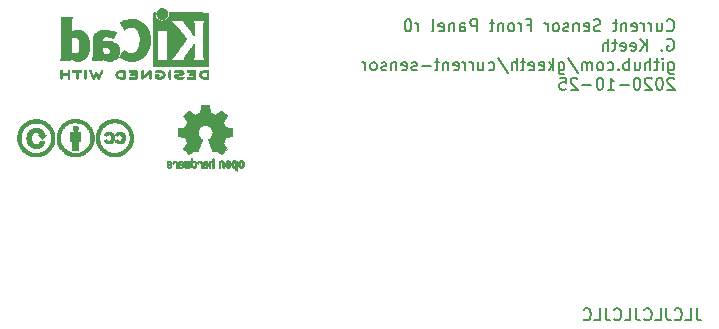
<source format=gbr>
%TF.GenerationSoftware,KiCad,Pcbnew,5.1.7*%
%TF.CreationDate,2020-10-28T23:16:13-04:00*%
%TF.ProjectId,current-sensor-frontpanel,63757272-656e-4742-9d73-656e736f722d,0*%
%TF.SameCoordinates,Original*%
%TF.FileFunction,Legend,Bot*%
%TF.FilePolarity,Positive*%
%FSLAX46Y46*%
G04 Gerber Fmt 4.6, Leading zero omitted, Abs format (unit mm)*
G04 Created by KiCad (PCBNEW 5.1.7) date 2020-10-28 23:16:13*
%MOMM*%
%LPD*%
G01*
G04 APERTURE LIST*
%ADD10C,0.150000*%
%ADD11C,0.010000*%
G04 APERTURE END LIST*
D10*
X193092976Y-123882142D02*
X193140595Y-123929761D01*
X193283452Y-123977380D01*
X193378690Y-123977380D01*
X193521547Y-123929761D01*
X193616785Y-123834523D01*
X193664404Y-123739285D01*
X193712023Y-123548809D01*
X193712023Y-123405952D01*
X193664404Y-123215476D01*
X193616785Y-123120238D01*
X193521547Y-123025000D01*
X193378690Y-122977380D01*
X193283452Y-122977380D01*
X193140595Y-123025000D01*
X193092976Y-123072619D01*
X192235833Y-123310714D02*
X192235833Y-123977380D01*
X192664404Y-123310714D02*
X192664404Y-123834523D01*
X192616785Y-123929761D01*
X192521547Y-123977380D01*
X192378690Y-123977380D01*
X192283452Y-123929761D01*
X192235833Y-123882142D01*
X191759642Y-123977380D02*
X191759642Y-123310714D01*
X191759642Y-123501190D02*
X191712023Y-123405952D01*
X191664404Y-123358333D01*
X191569166Y-123310714D01*
X191473928Y-123310714D01*
X191140595Y-123977380D02*
X191140595Y-123310714D01*
X191140595Y-123501190D02*
X191092976Y-123405952D01*
X191045357Y-123358333D01*
X190950119Y-123310714D01*
X190854880Y-123310714D01*
X190140595Y-123929761D02*
X190235833Y-123977380D01*
X190426309Y-123977380D01*
X190521547Y-123929761D01*
X190569166Y-123834523D01*
X190569166Y-123453571D01*
X190521547Y-123358333D01*
X190426309Y-123310714D01*
X190235833Y-123310714D01*
X190140595Y-123358333D01*
X190092976Y-123453571D01*
X190092976Y-123548809D01*
X190569166Y-123644047D01*
X189664404Y-123310714D02*
X189664404Y-123977380D01*
X189664404Y-123405952D02*
X189616785Y-123358333D01*
X189521547Y-123310714D01*
X189378690Y-123310714D01*
X189283452Y-123358333D01*
X189235833Y-123453571D01*
X189235833Y-123977380D01*
X188902500Y-123310714D02*
X188521547Y-123310714D01*
X188759642Y-122977380D02*
X188759642Y-123834523D01*
X188712023Y-123929761D01*
X188616785Y-123977380D01*
X188521547Y-123977380D01*
X187473928Y-123929761D02*
X187331071Y-123977380D01*
X187092976Y-123977380D01*
X186997738Y-123929761D01*
X186950119Y-123882142D01*
X186902500Y-123786904D01*
X186902500Y-123691666D01*
X186950119Y-123596428D01*
X186997738Y-123548809D01*
X187092976Y-123501190D01*
X187283452Y-123453571D01*
X187378690Y-123405952D01*
X187426309Y-123358333D01*
X187473928Y-123263095D01*
X187473928Y-123167857D01*
X187426309Y-123072619D01*
X187378690Y-123025000D01*
X187283452Y-122977380D01*
X187045357Y-122977380D01*
X186902500Y-123025000D01*
X186092976Y-123929761D02*
X186188214Y-123977380D01*
X186378690Y-123977380D01*
X186473928Y-123929761D01*
X186521547Y-123834523D01*
X186521547Y-123453571D01*
X186473928Y-123358333D01*
X186378690Y-123310714D01*
X186188214Y-123310714D01*
X186092976Y-123358333D01*
X186045357Y-123453571D01*
X186045357Y-123548809D01*
X186521547Y-123644047D01*
X185616785Y-123310714D02*
X185616785Y-123977380D01*
X185616785Y-123405952D02*
X185569166Y-123358333D01*
X185473928Y-123310714D01*
X185331071Y-123310714D01*
X185235833Y-123358333D01*
X185188214Y-123453571D01*
X185188214Y-123977380D01*
X184759642Y-123929761D02*
X184664404Y-123977380D01*
X184473928Y-123977380D01*
X184378690Y-123929761D01*
X184331071Y-123834523D01*
X184331071Y-123786904D01*
X184378690Y-123691666D01*
X184473928Y-123644047D01*
X184616785Y-123644047D01*
X184712023Y-123596428D01*
X184759642Y-123501190D01*
X184759642Y-123453571D01*
X184712023Y-123358333D01*
X184616785Y-123310714D01*
X184473928Y-123310714D01*
X184378690Y-123358333D01*
X183759642Y-123977380D02*
X183854880Y-123929761D01*
X183902500Y-123882142D01*
X183950119Y-123786904D01*
X183950119Y-123501190D01*
X183902500Y-123405952D01*
X183854880Y-123358333D01*
X183759642Y-123310714D01*
X183616785Y-123310714D01*
X183521547Y-123358333D01*
X183473928Y-123405952D01*
X183426309Y-123501190D01*
X183426309Y-123786904D01*
X183473928Y-123882142D01*
X183521547Y-123929761D01*
X183616785Y-123977380D01*
X183759642Y-123977380D01*
X182997738Y-123977380D02*
X182997738Y-123310714D01*
X182997738Y-123501190D02*
X182950119Y-123405952D01*
X182902500Y-123358333D01*
X182807261Y-123310714D01*
X182712023Y-123310714D01*
X181283452Y-123453571D02*
X181616785Y-123453571D01*
X181616785Y-123977380D02*
X181616785Y-122977380D01*
X181140595Y-122977380D01*
X180759642Y-123977380D02*
X180759642Y-123310714D01*
X180759642Y-123501190D02*
X180712023Y-123405952D01*
X180664404Y-123358333D01*
X180569166Y-123310714D01*
X180473928Y-123310714D01*
X179997738Y-123977380D02*
X180092976Y-123929761D01*
X180140595Y-123882142D01*
X180188214Y-123786904D01*
X180188214Y-123501190D01*
X180140595Y-123405952D01*
X180092976Y-123358333D01*
X179997738Y-123310714D01*
X179854880Y-123310714D01*
X179759642Y-123358333D01*
X179712023Y-123405952D01*
X179664404Y-123501190D01*
X179664404Y-123786904D01*
X179712023Y-123882142D01*
X179759642Y-123929761D01*
X179854880Y-123977380D01*
X179997738Y-123977380D01*
X179235833Y-123310714D02*
X179235833Y-123977380D01*
X179235833Y-123405952D02*
X179188214Y-123358333D01*
X179092976Y-123310714D01*
X178950119Y-123310714D01*
X178854880Y-123358333D01*
X178807261Y-123453571D01*
X178807261Y-123977380D01*
X178473928Y-123310714D02*
X178092976Y-123310714D01*
X178331071Y-122977380D02*
X178331071Y-123834523D01*
X178283452Y-123929761D01*
X178188214Y-123977380D01*
X178092976Y-123977380D01*
X176997738Y-123977380D02*
X176997738Y-122977380D01*
X176616785Y-122977380D01*
X176521547Y-123025000D01*
X176473928Y-123072619D01*
X176426309Y-123167857D01*
X176426309Y-123310714D01*
X176473928Y-123405952D01*
X176521547Y-123453571D01*
X176616785Y-123501190D01*
X176997738Y-123501190D01*
X175569166Y-123977380D02*
X175569166Y-123453571D01*
X175616785Y-123358333D01*
X175712023Y-123310714D01*
X175902500Y-123310714D01*
X175997738Y-123358333D01*
X175569166Y-123929761D02*
X175664404Y-123977380D01*
X175902500Y-123977380D01*
X175997738Y-123929761D01*
X176045357Y-123834523D01*
X176045357Y-123739285D01*
X175997738Y-123644047D01*
X175902500Y-123596428D01*
X175664404Y-123596428D01*
X175569166Y-123548809D01*
X175092976Y-123310714D02*
X175092976Y-123977380D01*
X175092976Y-123405952D02*
X175045357Y-123358333D01*
X174950119Y-123310714D01*
X174807261Y-123310714D01*
X174712023Y-123358333D01*
X174664404Y-123453571D01*
X174664404Y-123977380D01*
X173807261Y-123929761D02*
X173902500Y-123977380D01*
X174092976Y-123977380D01*
X174188214Y-123929761D01*
X174235833Y-123834523D01*
X174235833Y-123453571D01*
X174188214Y-123358333D01*
X174092976Y-123310714D01*
X173902500Y-123310714D01*
X173807261Y-123358333D01*
X173759642Y-123453571D01*
X173759642Y-123548809D01*
X174235833Y-123644047D01*
X173188214Y-123977380D02*
X173283452Y-123929761D01*
X173331071Y-123834523D01*
X173331071Y-122977380D01*
X172045357Y-123977380D02*
X172045357Y-123310714D01*
X172045357Y-123501190D02*
X171997738Y-123405952D01*
X171950119Y-123358333D01*
X171854880Y-123310714D01*
X171759642Y-123310714D01*
X171235833Y-122977380D02*
X171140595Y-122977380D01*
X171045357Y-123025000D01*
X170997738Y-123072619D01*
X170950119Y-123167857D01*
X170902500Y-123358333D01*
X170902500Y-123596428D01*
X170950119Y-123786904D01*
X170997738Y-123882142D01*
X171045357Y-123929761D01*
X171140595Y-123977380D01*
X171235833Y-123977380D01*
X171331071Y-123929761D01*
X171378690Y-123882142D01*
X171426309Y-123786904D01*
X171473928Y-123596428D01*
X171473928Y-123358333D01*
X171426309Y-123167857D01*
X171378690Y-123072619D01*
X171331071Y-123025000D01*
X171235833Y-122977380D01*
X193140595Y-124675000D02*
X193235833Y-124627380D01*
X193378690Y-124627380D01*
X193521547Y-124675000D01*
X193616785Y-124770238D01*
X193664404Y-124865476D01*
X193712023Y-125055952D01*
X193712023Y-125198809D01*
X193664404Y-125389285D01*
X193616785Y-125484523D01*
X193521547Y-125579761D01*
X193378690Y-125627380D01*
X193283452Y-125627380D01*
X193140595Y-125579761D01*
X193092976Y-125532142D01*
X193092976Y-125198809D01*
X193283452Y-125198809D01*
X192664404Y-125532142D02*
X192616785Y-125579761D01*
X192664404Y-125627380D01*
X192712023Y-125579761D01*
X192664404Y-125532142D01*
X192664404Y-125627380D01*
X191426309Y-125627380D02*
X191426309Y-124627380D01*
X190854880Y-125627380D02*
X191283452Y-125055952D01*
X190854880Y-124627380D02*
X191426309Y-125198809D01*
X190045357Y-125579761D02*
X190140595Y-125627380D01*
X190331071Y-125627380D01*
X190426309Y-125579761D01*
X190473928Y-125484523D01*
X190473928Y-125103571D01*
X190426309Y-125008333D01*
X190331071Y-124960714D01*
X190140595Y-124960714D01*
X190045357Y-125008333D01*
X189997738Y-125103571D01*
X189997738Y-125198809D01*
X190473928Y-125294047D01*
X189188214Y-125579761D02*
X189283452Y-125627380D01*
X189473928Y-125627380D01*
X189569166Y-125579761D01*
X189616785Y-125484523D01*
X189616785Y-125103571D01*
X189569166Y-125008333D01*
X189473928Y-124960714D01*
X189283452Y-124960714D01*
X189188214Y-125008333D01*
X189140595Y-125103571D01*
X189140595Y-125198809D01*
X189616785Y-125294047D01*
X188854880Y-124960714D02*
X188473928Y-124960714D01*
X188712023Y-124627380D02*
X188712023Y-125484523D01*
X188664404Y-125579761D01*
X188569166Y-125627380D01*
X188473928Y-125627380D01*
X188140595Y-125627380D02*
X188140595Y-124627380D01*
X187712023Y-125627380D02*
X187712023Y-125103571D01*
X187759642Y-125008333D01*
X187854880Y-124960714D01*
X187997738Y-124960714D01*
X188092976Y-125008333D01*
X188140595Y-125055952D01*
X193235833Y-126610714D02*
X193235833Y-127420238D01*
X193283452Y-127515476D01*
X193331071Y-127563095D01*
X193426309Y-127610714D01*
X193569166Y-127610714D01*
X193664404Y-127563095D01*
X193235833Y-127229761D02*
X193331071Y-127277380D01*
X193521547Y-127277380D01*
X193616785Y-127229761D01*
X193664404Y-127182142D01*
X193712023Y-127086904D01*
X193712023Y-126801190D01*
X193664404Y-126705952D01*
X193616785Y-126658333D01*
X193521547Y-126610714D01*
X193331071Y-126610714D01*
X193235833Y-126658333D01*
X192759642Y-127277380D02*
X192759642Y-126610714D01*
X192759642Y-126277380D02*
X192807261Y-126325000D01*
X192759642Y-126372619D01*
X192712023Y-126325000D01*
X192759642Y-126277380D01*
X192759642Y-126372619D01*
X192426309Y-126610714D02*
X192045357Y-126610714D01*
X192283452Y-126277380D02*
X192283452Y-127134523D01*
X192235833Y-127229761D01*
X192140595Y-127277380D01*
X192045357Y-127277380D01*
X191712023Y-127277380D02*
X191712023Y-126277380D01*
X191283452Y-127277380D02*
X191283452Y-126753571D01*
X191331071Y-126658333D01*
X191426309Y-126610714D01*
X191569166Y-126610714D01*
X191664404Y-126658333D01*
X191712023Y-126705952D01*
X190378690Y-126610714D02*
X190378690Y-127277380D01*
X190807261Y-126610714D02*
X190807261Y-127134523D01*
X190759642Y-127229761D01*
X190664404Y-127277380D01*
X190521547Y-127277380D01*
X190426309Y-127229761D01*
X190378690Y-127182142D01*
X189902500Y-127277380D02*
X189902500Y-126277380D01*
X189902500Y-126658333D02*
X189807261Y-126610714D01*
X189616785Y-126610714D01*
X189521547Y-126658333D01*
X189473928Y-126705952D01*
X189426309Y-126801190D01*
X189426309Y-127086904D01*
X189473928Y-127182142D01*
X189521547Y-127229761D01*
X189616785Y-127277380D01*
X189807261Y-127277380D01*
X189902500Y-127229761D01*
X188997738Y-127182142D02*
X188950119Y-127229761D01*
X188997738Y-127277380D01*
X189045357Y-127229761D01*
X188997738Y-127182142D01*
X188997738Y-127277380D01*
X188092976Y-127229761D02*
X188188214Y-127277380D01*
X188378690Y-127277380D01*
X188473928Y-127229761D01*
X188521547Y-127182142D01*
X188569166Y-127086904D01*
X188569166Y-126801190D01*
X188521547Y-126705952D01*
X188473928Y-126658333D01*
X188378690Y-126610714D01*
X188188214Y-126610714D01*
X188092976Y-126658333D01*
X187521547Y-127277380D02*
X187616785Y-127229761D01*
X187664404Y-127182142D01*
X187712023Y-127086904D01*
X187712023Y-126801190D01*
X187664404Y-126705952D01*
X187616785Y-126658333D01*
X187521547Y-126610714D01*
X187378690Y-126610714D01*
X187283452Y-126658333D01*
X187235833Y-126705952D01*
X187188214Y-126801190D01*
X187188214Y-127086904D01*
X187235833Y-127182142D01*
X187283452Y-127229761D01*
X187378690Y-127277380D01*
X187521547Y-127277380D01*
X186759642Y-127277380D02*
X186759642Y-126610714D01*
X186759642Y-126705952D02*
X186712023Y-126658333D01*
X186616785Y-126610714D01*
X186473928Y-126610714D01*
X186378690Y-126658333D01*
X186331071Y-126753571D01*
X186331071Y-127277380D01*
X186331071Y-126753571D02*
X186283452Y-126658333D01*
X186188214Y-126610714D01*
X186045357Y-126610714D01*
X185950119Y-126658333D01*
X185902500Y-126753571D01*
X185902500Y-127277380D01*
X184712023Y-126229761D02*
X185569166Y-127515476D01*
X183950119Y-126610714D02*
X183950119Y-127420238D01*
X183997738Y-127515476D01*
X184045357Y-127563095D01*
X184140595Y-127610714D01*
X184283452Y-127610714D01*
X184378690Y-127563095D01*
X183950119Y-127229761D02*
X184045357Y-127277380D01*
X184235833Y-127277380D01*
X184331071Y-127229761D01*
X184378690Y-127182142D01*
X184426309Y-127086904D01*
X184426309Y-126801190D01*
X184378690Y-126705952D01*
X184331071Y-126658333D01*
X184235833Y-126610714D01*
X184045357Y-126610714D01*
X183950119Y-126658333D01*
X183473928Y-127277380D02*
X183473928Y-126277380D01*
X183378690Y-126896428D02*
X183092976Y-127277380D01*
X183092976Y-126610714D02*
X183473928Y-126991666D01*
X182283452Y-127229761D02*
X182378690Y-127277380D01*
X182569166Y-127277380D01*
X182664404Y-127229761D01*
X182712023Y-127134523D01*
X182712023Y-126753571D01*
X182664404Y-126658333D01*
X182569166Y-126610714D01*
X182378690Y-126610714D01*
X182283452Y-126658333D01*
X182235833Y-126753571D01*
X182235833Y-126848809D01*
X182712023Y-126944047D01*
X181426309Y-127229761D02*
X181521547Y-127277380D01*
X181712023Y-127277380D01*
X181807261Y-127229761D01*
X181854880Y-127134523D01*
X181854880Y-126753571D01*
X181807261Y-126658333D01*
X181712023Y-126610714D01*
X181521547Y-126610714D01*
X181426309Y-126658333D01*
X181378690Y-126753571D01*
X181378690Y-126848809D01*
X181854880Y-126944047D01*
X181092976Y-126610714D02*
X180712023Y-126610714D01*
X180950119Y-126277380D02*
X180950119Y-127134523D01*
X180902500Y-127229761D01*
X180807261Y-127277380D01*
X180712023Y-127277380D01*
X180378690Y-127277380D02*
X180378690Y-126277380D01*
X179950119Y-127277380D02*
X179950119Y-126753571D01*
X179997738Y-126658333D01*
X180092976Y-126610714D01*
X180235833Y-126610714D01*
X180331071Y-126658333D01*
X180378690Y-126705952D01*
X178759642Y-126229761D02*
X179616785Y-127515476D01*
X177997738Y-127229761D02*
X178092976Y-127277380D01*
X178283452Y-127277380D01*
X178378690Y-127229761D01*
X178426309Y-127182142D01*
X178473928Y-127086904D01*
X178473928Y-126801190D01*
X178426309Y-126705952D01*
X178378690Y-126658333D01*
X178283452Y-126610714D01*
X178092976Y-126610714D01*
X177997738Y-126658333D01*
X177140595Y-126610714D02*
X177140595Y-127277380D01*
X177569166Y-126610714D02*
X177569166Y-127134523D01*
X177521547Y-127229761D01*
X177426309Y-127277380D01*
X177283452Y-127277380D01*
X177188214Y-127229761D01*
X177140595Y-127182142D01*
X176664404Y-127277380D02*
X176664404Y-126610714D01*
X176664404Y-126801190D02*
X176616785Y-126705952D01*
X176569166Y-126658333D01*
X176473928Y-126610714D01*
X176378690Y-126610714D01*
X176045357Y-127277380D02*
X176045357Y-126610714D01*
X176045357Y-126801190D02*
X175997738Y-126705952D01*
X175950119Y-126658333D01*
X175854880Y-126610714D01*
X175759642Y-126610714D01*
X175045357Y-127229761D02*
X175140595Y-127277380D01*
X175331071Y-127277380D01*
X175426309Y-127229761D01*
X175473928Y-127134523D01*
X175473928Y-126753571D01*
X175426309Y-126658333D01*
X175331071Y-126610714D01*
X175140595Y-126610714D01*
X175045357Y-126658333D01*
X174997738Y-126753571D01*
X174997738Y-126848809D01*
X175473928Y-126944047D01*
X174569166Y-126610714D02*
X174569166Y-127277380D01*
X174569166Y-126705952D02*
X174521547Y-126658333D01*
X174426309Y-126610714D01*
X174283452Y-126610714D01*
X174188214Y-126658333D01*
X174140595Y-126753571D01*
X174140595Y-127277380D01*
X173807261Y-126610714D02*
X173426309Y-126610714D01*
X173664404Y-126277380D02*
X173664404Y-127134523D01*
X173616785Y-127229761D01*
X173521547Y-127277380D01*
X173426309Y-127277380D01*
X173092976Y-126896428D02*
X172331071Y-126896428D01*
X171902500Y-127229761D02*
X171807261Y-127277380D01*
X171616785Y-127277380D01*
X171521547Y-127229761D01*
X171473928Y-127134523D01*
X171473928Y-127086904D01*
X171521547Y-126991666D01*
X171616785Y-126944047D01*
X171759642Y-126944047D01*
X171854880Y-126896428D01*
X171902500Y-126801190D01*
X171902500Y-126753571D01*
X171854880Y-126658333D01*
X171759642Y-126610714D01*
X171616785Y-126610714D01*
X171521547Y-126658333D01*
X170664404Y-127229761D02*
X170759642Y-127277380D01*
X170950119Y-127277380D01*
X171045357Y-127229761D01*
X171092976Y-127134523D01*
X171092976Y-126753571D01*
X171045357Y-126658333D01*
X170950119Y-126610714D01*
X170759642Y-126610714D01*
X170664404Y-126658333D01*
X170616785Y-126753571D01*
X170616785Y-126848809D01*
X171092976Y-126944047D01*
X170188214Y-126610714D02*
X170188214Y-127277380D01*
X170188214Y-126705952D02*
X170140595Y-126658333D01*
X170045357Y-126610714D01*
X169902500Y-126610714D01*
X169807261Y-126658333D01*
X169759642Y-126753571D01*
X169759642Y-127277380D01*
X169331071Y-127229761D02*
X169235833Y-127277380D01*
X169045357Y-127277380D01*
X168950119Y-127229761D01*
X168902500Y-127134523D01*
X168902500Y-127086904D01*
X168950119Y-126991666D01*
X169045357Y-126944047D01*
X169188214Y-126944047D01*
X169283452Y-126896428D01*
X169331071Y-126801190D01*
X169331071Y-126753571D01*
X169283452Y-126658333D01*
X169188214Y-126610714D01*
X169045357Y-126610714D01*
X168950119Y-126658333D01*
X168331071Y-127277380D02*
X168426309Y-127229761D01*
X168473928Y-127182142D01*
X168521547Y-127086904D01*
X168521547Y-126801190D01*
X168473928Y-126705952D01*
X168426309Y-126658333D01*
X168331071Y-126610714D01*
X168188214Y-126610714D01*
X168092976Y-126658333D01*
X168045357Y-126705952D01*
X167997738Y-126801190D01*
X167997738Y-127086904D01*
X168045357Y-127182142D01*
X168092976Y-127229761D01*
X168188214Y-127277380D01*
X168331071Y-127277380D01*
X167569166Y-127277380D02*
X167569166Y-126610714D01*
X167569166Y-126801190D02*
X167521547Y-126705952D01*
X167473928Y-126658333D01*
X167378690Y-126610714D01*
X167283452Y-126610714D01*
X193712023Y-128022619D02*
X193664404Y-127975000D01*
X193569166Y-127927380D01*
X193331071Y-127927380D01*
X193235833Y-127975000D01*
X193188214Y-128022619D01*
X193140595Y-128117857D01*
X193140595Y-128213095D01*
X193188214Y-128355952D01*
X193759642Y-128927380D01*
X193140595Y-128927380D01*
X192521547Y-127927380D02*
X192426309Y-127927380D01*
X192331071Y-127975000D01*
X192283452Y-128022619D01*
X192235833Y-128117857D01*
X192188214Y-128308333D01*
X192188214Y-128546428D01*
X192235833Y-128736904D01*
X192283452Y-128832142D01*
X192331071Y-128879761D01*
X192426309Y-128927380D01*
X192521547Y-128927380D01*
X192616785Y-128879761D01*
X192664404Y-128832142D01*
X192712023Y-128736904D01*
X192759642Y-128546428D01*
X192759642Y-128308333D01*
X192712023Y-128117857D01*
X192664404Y-128022619D01*
X192616785Y-127975000D01*
X192521547Y-127927380D01*
X191807261Y-128022619D02*
X191759642Y-127975000D01*
X191664404Y-127927380D01*
X191426309Y-127927380D01*
X191331071Y-127975000D01*
X191283452Y-128022619D01*
X191235833Y-128117857D01*
X191235833Y-128213095D01*
X191283452Y-128355952D01*
X191854880Y-128927380D01*
X191235833Y-128927380D01*
X190616785Y-127927380D02*
X190521547Y-127927380D01*
X190426309Y-127975000D01*
X190378690Y-128022619D01*
X190331071Y-128117857D01*
X190283452Y-128308333D01*
X190283452Y-128546428D01*
X190331071Y-128736904D01*
X190378690Y-128832142D01*
X190426309Y-128879761D01*
X190521547Y-128927380D01*
X190616785Y-128927380D01*
X190712023Y-128879761D01*
X190759642Y-128832142D01*
X190807261Y-128736904D01*
X190854880Y-128546428D01*
X190854880Y-128308333D01*
X190807261Y-128117857D01*
X190759642Y-128022619D01*
X190712023Y-127975000D01*
X190616785Y-127927380D01*
X189854880Y-128546428D02*
X189092976Y-128546428D01*
X188092976Y-128927380D02*
X188664404Y-128927380D01*
X188378690Y-128927380D02*
X188378690Y-127927380D01*
X188473928Y-128070238D01*
X188569166Y-128165476D01*
X188664404Y-128213095D01*
X187473928Y-127927380D02*
X187378690Y-127927380D01*
X187283452Y-127975000D01*
X187235833Y-128022619D01*
X187188214Y-128117857D01*
X187140595Y-128308333D01*
X187140595Y-128546428D01*
X187188214Y-128736904D01*
X187235833Y-128832142D01*
X187283452Y-128879761D01*
X187378690Y-128927380D01*
X187473928Y-128927380D01*
X187569166Y-128879761D01*
X187616785Y-128832142D01*
X187664404Y-128736904D01*
X187712023Y-128546428D01*
X187712023Y-128308333D01*
X187664404Y-128117857D01*
X187616785Y-128022619D01*
X187569166Y-127975000D01*
X187473928Y-127927380D01*
X186712023Y-128546428D02*
X185950119Y-128546428D01*
X185521547Y-128022619D02*
X185473928Y-127975000D01*
X185378690Y-127927380D01*
X185140595Y-127927380D01*
X185045357Y-127975000D01*
X184997738Y-128022619D01*
X184950119Y-128117857D01*
X184950119Y-128213095D01*
X184997738Y-128355952D01*
X185569166Y-128927380D01*
X184950119Y-128927380D01*
X184045357Y-127927380D02*
X184521547Y-127927380D01*
X184569166Y-128403571D01*
X184521547Y-128355952D01*
X184426309Y-128308333D01*
X184188214Y-128308333D01*
X184092976Y-128355952D01*
X184045357Y-128403571D01*
X183997738Y-128498809D01*
X183997738Y-128736904D01*
X184045357Y-128832142D01*
X184092976Y-128879761D01*
X184188214Y-128927380D01*
X184426309Y-128927380D01*
X184521547Y-128879761D01*
X184569166Y-128832142D01*
X195619047Y-147452380D02*
X195619047Y-148166666D01*
X195666666Y-148309523D01*
X195761904Y-148404761D01*
X195904761Y-148452380D01*
X196000000Y-148452380D01*
X194666666Y-148452380D02*
X195142857Y-148452380D01*
X195142857Y-147452380D01*
X193761904Y-148357142D02*
X193809523Y-148404761D01*
X193952380Y-148452380D01*
X194047619Y-148452380D01*
X194190476Y-148404761D01*
X194285714Y-148309523D01*
X194333333Y-148214285D01*
X194380952Y-148023809D01*
X194380952Y-147880952D01*
X194333333Y-147690476D01*
X194285714Y-147595238D01*
X194190476Y-147500000D01*
X194047619Y-147452380D01*
X193952380Y-147452380D01*
X193809523Y-147500000D01*
X193761904Y-147547619D01*
X193047619Y-147452380D02*
X193047619Y-148166666D01*
X193095238Y-148309523D01*
X193190476Y-148404761D01*
X193333333Y-148452380D01*
X193428571Y-148452380D01*
X192095238Y-148452380D02*
X192571428Y-148452380D01*
X192571428Y-147452380D01*
X191190476Y-148357142D02*
X191238095Y-148404761D01*
X191380952Y-148452380D01*
X191476190Y-148452380D01*
X191619047Y-148404761D01*
X191714285Y-148309523D01*
X191761904Y-148214285D01*
X191809523Y-148023809D01*
X191809523Y-147880952D01*
X191761904Y-147690476D01*
X191714285Y-147595238D01*
X191619047Y-147500000D01*
X191476190Y-147452380D01*
X191380952Y-147452380D01*
X191238095Y-147500000D01*
X191190476Y-147547619D01*
X190476190Y-147452380D02*
X190476190Y-148166666D01*
X190523809Y-148309523D01*
X190619047Y-148404761D01*
X190761904Y-148452380D01*
X190857142Y-148452380D01*
X189523809Y-148452380D02*
X190000000Y-148452380D01*
X190000000Y-147452380D01*
X188619047Y-148357142D02*
X188666666Y-148404761D01*
X188809523Y-148452380D01*
X188904761Y-148452380D01*
X189047619Y-148404761D01*
X189142857Y-148309523D01*
X189190476Y-148214285D01*
X189238095Y-148023809D01*
X189238095Y-147880952D01*
X189190476Y-147690476D01*
X189142857Y-147595238D01*
X189047619Y-147500000D01*
X188904761Y-147452380D01*
X188809523Y-147452380D01*
X188666666Y-147500000D01*
X188619047Y-147547619D01*
X187904761Y-147452380D02*
X187904761Y-148166666D01*
X187952380Y-148309523D01*
X188047619Y-148404761D01*
X188190476Y-148452380D01*
X188285714Y-148452380D01*
X186952380Y-148452380D02*
X187428571Y-148452380D01*
X187428571Y-147452380D01*
X186047619Y-148357142D02*
X186095238Y-148404761D01*
X186238095Y-148452380D01*
X186333333Y-148452380D01*
X186476190Y-148404761D01*
X186571428Y-148309523D01*
X186619047Y-148214285D01*
X186666666Y-148023809D01*
X186666666Y-147880952D01*
X186619047Y-147690476D01*
X186571428Y-147595238D01*
X186476190Y-147500000D01*
X186333333Y-147452380D01*
X186238095Y-147452380D01*
X186095238Y-147500000D01*
X186047619Y-147547619D01*
D11*
%TO.C,LOGO3*%
G36*
X156400256Y-134919918D02*
G01*
X156344799Y-134947568D01*
X156295852Y-134998480D01*
X156282371Y-135017338D01*
X156267686Y-135042015D01*
X156258158Y-135068816D01*
X156252707Y-135104587D01*
X156250253Y-135156169D01*
X156249714Y-135224267D01*
X156252148Y-135317588D01*
X156260606Y-135387657D01*
X156276826Y-135439931D01*
X156302546Y-135479869D01*
X156339503Y-135512929D01*
X156342218Y-135514886D01*
X156378640Y-135534908D01*
X156422498Y-135544815D01*
X156478276Y-135547257D01*
X156568952Y-135547257D01*
X156568990Y-135635283D01*
X156569834Y-135684308D01*
X156574976Y-135713065D01*
X156588413Y-135730311D01*
X156614142Y-135744808D01*
X156620321Y-135747769D01*
X156649236Y-135761648D01*
X156671624Y-135770414D01*
X156688271Y-135771171D01*
X156699964Y-135761023D01*
X156707490Y-135737073D01*
X156711634Y-135696426D01*
X156713185Y-135636186D01*
X156712929Y-135553455D01*
X156711651Y-135445339D01*
X156711252Y-135413000D01*
X156709815Y-135301524D01*
X156708528Y-135228603D01*
X156569029Y-135228603D01*
X156568245Y-135290499D01*
X156564760Y-135330997D01*
X156556876Y-135357708D01*
X156542895Y-135378244D01*
X156533403Y-135388260D01*
X156494596Y-135417567D01*
X156460237Y-135419952D01*
X156424784Y-135395750D01*
X156423886Y-135394857D01*
X156409461Y-135376153D01*
X156400687Y-135350732D01*
X156396261Y-135311584D01*
X156394882Y-135251697D01*
X156394857Y-135238430D01*
X156398188Y-135155901D01*
X156409031Y-135098691D01*
X156428660Y-135063766D01*
X156458350Y-135048094D01*
X156475509Y-135046514D01*
X156516234Y-135053926D01*
X156544168Y-135078330D01*
X156560983Y-135122980D01*
X156568350Y-135191130D01*
X156569029Y-135228603D01*
X156708528Y-135228603D01*
X156708292Y-135215245D01*
X156706323Y-135150333D01*
X156703550Y-135102958D01*
X156699612Y-135069290D01*
X156694151Y-135045498D01*
X156686808Y-135027753D01*
X156677223Y-135012224D01*
X156673113Y-135006381D01*
X156618595Y-134951185D01*
X156549664Y-134919890D01*
X156469928Y-134911165D01*
X156400256Y-134919918D01*
G37*
X156400256Y-134919918D02*
X156344799Y-134947568D01*
X156295852Y-134998480D01*
X156282371Y-135017338D01*
X156267686Y-135042015D01*
X156258158Y-135068816D01*
X156252707Y-135104587D01*
X156250253Y-135156169D01*
X156249714Y-135224267D01*
X156252148Y-135317588D01*
X156260606Y-135387657D01*
X156276826Y-135439931D01*
X156302546Y-135479869D01*
X156339503Y-135512929D01*
X156342218Y-135514886D01*
X156378640Y-135534908D01*
X156422498Y-135544815D01*
X156478276Y-135547257D01*
X156568952Y-135547257D01*
X156568990Y-135635283D01*
X156569834Y-135684308D01*
X156574976Y-135713065D01*
X156588413Y-135730311D01*
X156614142Y-135744808D01*
X156620321Y-135747769D01*
X156649236Y-135761648D01*
X156671624Y-135770414D01*
X156688271Y-135771171D01*
X156699964Y-135761023D01*
X156707490Y-135737073D01*
X156711634Y-135696426D01*
X156713185Y-135636186D01*
X156712929Y-135553455D01*
X156711651Y-135445339D01*
X156711252Y-135413000D01*
X156709815Y-135301524D01*
X156708528Y-135228603D01*
X156569029Y-135228603D01*
X156568245Y-135290499D01*
X156564760Y-135330997D01*
X156556876Y-135357708D01*
X156542895Y-135378244D01*
X156533403Y-135388260D01*
X156494596Y-135417567D01*
X156460237Y-135419952D01*
X156424784Y-135395750D01*
X156423886Y-135394857D01*
X156409461Y-135376153D01*
X156400687Y-135350732D01*
X156396261Y-135311584D01*
X156394882Y-135251697D01*
X156394857Y-135238430D01*
X156398188Y-135155901D01*
X156409031Y-135098691D01*
X156428660Y-135063766D01*
X156458350Y-135048094D01*
X156475509Y-135046514D01*
X156516234Y-135053926D01*
X156544168Y-135078330D01*
X156560983Y-135122980D01*
X156568350Y-135191130D01*
X156569029Y-135228603D01*
X156708528Y-135228603D01*
X156708292Y-135215245D01*
X156706323Y-135150333D01*
X156703550Y-135102958D01*
X156699612Y-135069290D01*
X156694151Y-135045498D01*
X156686808Y-135027753D01*
X156677223Y-135012224D01*
X156673113Y-135006381D01*
X156618595Y-134951185D01*
X156549664Y-134919890D01*
X156469928Y-134911165D01*
X156400256Y-134919918D01*
G36*
X155283907Y-134927780D02*
G01*
X155237328Y-134954723D01*
X155204943Y-134981466D01*
X155181258Y-135009484D01*
X155164941Y-135043748D01*
X155154661Y-135089227D01*
X155149086Y-135150892D01*
X155146884Y-135233711D01*
X155146629Y-135293246D01*
X155146629Y-135512391D01*
X155208314Y-135540044D01*
X155270000Y-135567697D01*
X155277257Y-135327670D01*
X155280256Y-135238028D01*
X155283402Y-135172962D01*
X155287299Y-135128026D01*
X155292553Y-135098770D01*
X155299769Y-135080748D01*
X155309550Y-135069511D01*
X155312688Y-135067079D01*
X155360239Y-135048083D01*
X155408303Y-135055600D01*
X155436914Y-135075543D01*
X155448553Y-135089675D01*
X155456609Y-135108220D01*
X155461729Y-135136334D01*
X155464559Y-135179173D01*
X155465744Y-135241895D01*
X155465943Y-135307261D01*
X155465982Y-135389268D01*
X155467386Y-135447316D01*
X155472086Y-135486465D01*
X155482013Y-135511780D01*
X155499097Y-135528323D01*
X155525268Y-135541156D01*
X155560225Y-135554491D01*
X155598404Y-135569007D01*
X155593859Y-135311389D01*
X155592029Y-135218519D01*
X155589888Y-135149889D01*
X155586819Y-135100711D01*
X155582206Y-135066198D01*
X155575432Y-135041562D01*
X155565881Y-135022016D01*
X155554366Y-135004770D01*
X155498810Y-134949680D01*
X155431020Y-134917822D01*
X155357287Y-134910191D01*
X155283907Y-134927780D01*
G37*
X155283907Y-134927780D02*
X155237328Y-134954723D01*
X155204943Y-134981466D01*
X155181258Y-135009484D01*
X155164941Y-135043748D01*
X155154661Y-135089227D01*
X155149086Y-135150892D01*
X155146884Y-135233711D01*
X155146629Y-135293246D01*
X155146629Y-135512391D01*
X155208314Y-135540044D01*
X155270000Y-135567697D01*
X155277257Y-135327670D01*
X155280256Y-135238028D01*
X155283402Y-135172962D01*
X155287299Y-135128026D01*
X155292553Y-135098770D01*
X155299769Y-135080748D01*
X155309550Y-135069511D01*
X155312688Y-135067079D01*
X155360239Y-135048083D01*
X155408303Y-135055600D01*
X155436914Y-135075543D01*
X155448553Y-135089675D01*
X155456609Y-135108220D01*
X155461729Y-135136334D01*
X155464559Y-135179173D01*
X155465744Y-135241895D01*
X155465943Y-135307261D01*
X155465982Y-135389268D01*
X155467386Y-135447316D01*
X155472086Y-135486465D01*
X155482013Y-135511780D01*
X155499097Y-135528323D01*
X155525268Y-135541156D01*
X155560225Y-135554491D01*
X155598404Y-135569007D01*
X155593859Y-135311389D01*
X155592029Y-135218519D01*
X155589888Y-135149889D01*
X155586819Y-135100711D01*
X155582206Y-135066198D01*
X155575432Y-135041562D01*
X155565881Y-135022016D01*
X155554366Y-135004770D01*
X155498810Y-134949680D01*
X155431020Y-134917822D01*
X155357287Y-134910191D01*
X155283907Y-134927780D01*
G36*
X156958885Y-134921962D02*
G01*
X156890855Y-134957733D01*
X156840649Y-135015301D01*
X156822815Y-135052312D01*
X156808937Y-135107882D01*
X156801833Y-135178096D01*
X156801160Y-135254727D01*
X156806573Y-135329552D01*
X156817730Y-135394342D01*
X156834286Y-135440873D01*
X156839374Y-135448887D01*
X156899645Y-135508707D01*
X156971231Y-135544535D01*
X157048908Y-135555020D01*
X157127452Y-135538810D01*
X157149311Y-135529092D01*
X157191878Y-135499143D01*
X157229237Y-135459433D01*
X157232768Y-135454397D01*
X157247119Y-135430124D01*
X157256606Y-135404178D01*
X157262210Y-135370022D01*
X157264914Y-135321119D01*
X157265701Y-135250935D01*
X157265714Y-135235200D01*
X157265678Y-135230192D01*
X157120571Y-135230192D01*
X157119727Y-135296430D01*
X157116404Y-135340386D01*
X157109417Y-135368779D01*
X157097584Y-135388325D01*
X157091543Y-135394857D01*
X157056814Y-135419680D01*
X157023097Y-135418548D01*
X156989005Y-135397016D01*
X156968671Y-135374029D01*
X156956629Y-135340478D01*
X156949866Y-135287569D01*
X156949402Y-135281399D01*
X156948248Y-135185513D01*
X156960312Y-135114299D01*
X156985430Y-135068194D01*
X157023440Y-135047635D01*
X157037008Y-135046514D01*
X157072636Y-135052152D01*
X157097006Y-135071686D01*
X157111907Y-135109042D01*
X157119125Y-135168150D01*
X157120571Y-135230192D01*
X157265678Y-135230192D01*
X157265174Y-135160413D01*
X157262904Y-135108159D01*
X157257932Y-135071949D01*
X157249287Y-135045299D01*
X157235995Y-135021722D01*
X157233057Y-135017338D01*
X157183687Y-134958249D01*
X157129891Y-134923947D01*
X157064398Y-134910331D01*
X157042158Y-134909665D01*
X156958885Y-134921962D01*
G37*
X156958885Y-134921962D02*
X156890855Y-134957733D01*
X156840649Y-135015301D01*
X156822815Y-135052312D01*
X156808937Y-135107882D01*
X156801833Y-135178096D01*
X156801160Y-135254727D01*
X156806573Y-135329552D01*
X156817730Y-135394342D01*
X156834286Y-135440873D01*
X156839374Y-135448887D01*
X156899645Y-135508707D01*
X156971231Y-135544535D01*
X157048908Y-135555020D01*
X157127452Y-135538810D01*
X157149311Y-135529092D01*
X157191878Y-135499143D01*
X157229237Y-135459433D01*
X157232768Y-135454397D01*
X157247119Y-135430124D01*
X157256606Y-135404178D01*
X157262210Y-135370022D01*
X157264914Y-135321119D01*
X157265701Y-135250935D01*
X157265714Y-135235200D01*
X157265678Y-135230192D01*
X157120571Y-135230192D01*
X157119727Y-135296430D01*
X157116404Y-135340386D01*
X157109417Y-135368779D01*
X157097584Y-135388325D01*
X157091543Y-135394857D01*
X157056814Y-135419680D01*
X157023097Y-135418548D01*
X156989005Y-135397016D01*
X156968671Y-135374029D01*
X156956629Y-135340478D01*
X156949866Y-135287569D01*
X156949402Y-135281399D01*
X156948248Y-135185513D01*
X156960312Y-135114299D01*
X156985430Y-135068194D01*
X157023440Y-135047635D01*
X157037008Y-135046514D01*
X157072636Y-135052152D01*
X157097006Y-135071686D01*
X157111907Y-135109042D01*
X157119125Y-135168150D01*
X157120571Y-135230192D01*
X157265678Y-135230192D01*
X157265174Y-135160413D01*
X157262904Y-135108159D01*
X157257932Y-135071949D01*
X157249287Y-135045299D01*
X157235995Y-135021722D01*
X157233057Y-135017338D01*
X157183687Y-134958249D01*
X157129891Y-134923947D01*
X157064398Y-134910331D01*
X157042158Y-134909665D01*
X156958885Y-134921962D01*
G36*
X155831697Y-134931239D02*
G01*
X155774473Y-134969735D01*
X155730251Y-135025335D01*
X155703833Y-135096086D01*
X155698490Y-135148162D01*
X155699097Y-135169893D01*
X155704178Y-135186531D01*
X155718145Y-135201437D01*
X155745411Y-135217973D01*
X155790388Y-135239498D01*
X155857489Y-135269374D01*
X155857829Y-135269524D01*
X155919593Y-135297813D01*
X155970241Y-135322933D01*
X156004596Y-135342179D01*
X156017482Y-135352848D01*
X156017486Y-135352934D01*
X156006128Y-135376166D01*
X155979569Y-135401774D01*
X155949077Y-135420221D01*
X155933630Y-135423886D01*
X155891485Y-135411212D01*
X155855192Y-135379471D01*
X155837483Y-135344572D01*
X155820448Y-135318845D01*
X155787078Y-135289546D01*
X155747851Y-135264235D01*
X155713244Y-135250471D01*
X155706007Y-135249714D01*
X155697861Y-135262160D01*
X155697370Y-135293972D01*
X155703357Y-135336866D01*
X155714643Y-135382558D01*
X155730050Y-135422761D01*
X155730829Y-135424322D01*
X155777196Y-135489062D01*
X155837289Y-135533097D01*
X155905535Y-135554711D01*
X155976362Y-135552185D01*
X156044196Y-135523804D01*
X156047212Y-135521808D01*
X156100573Y-135473448D01*
X156135660Y-135410352D01*
X156155078Y-135327387D01*
X156157684Y-135304078D01*
X156162299Y-135194055D01*
X156156767Y-135142748D01*
X156017486Y-135142748D01*
X156015676Y-135174753D01*
X156005778Y-135184093D01*
X155981102Y-135177105D01*
X155942205Y-135160587D01*
X155898725Y-135139881D01*
X155897644Y-135139333D01*
X155860791Y-135119949D01*
X155846000Y-135107013D01*
X155849647Y-135093451D01*
X155865005Y-135075632D01*
X155904077Y-135049845D01*
X155946154Y-135047950D01*
X155983897Y-135066717D01*
X156009966Y-135102915D01*
X156017486Y-135142748D01*
X156156767Y-135142748D01*
X156152806Y-135106027D01*
X156128450Y-135036212D01*
X156094544Y-134987302D01*
X156033347Y-134937878D01*
X155965937Y-134913359D01*
X155897120Y-134911797D01*
X155831697Y-134931239D01*
G37*
X155831697Y-134931239D02*
X155774473Y-134969735D01*
X155730251Y-135025335D01*
X155703833Y-135096086D01*
X155698490Y-135148162D01*
X155699097Y-135169893D01*
X155704178Y-135186531D01*
X155718145Y-135201437D01*
X155745411Y-135217973D01*
X155790388Y-135239498D01*
X155857489Y-135269374D01*
X155857829Y-135269524D01*
X155919593Y-135297813D01*
X155970241Y-135322933D01*
X156004596Y-135342179D01*
X156017482Y-135352848D01*
X156017486Y-135352934D01*
X156006128Y-135376166D01*
X155979569Y-135401774D01*
X155949077Y-135420221D01*
X155933630Y-135423886D01*
X155891485Y-135411212D01*
X155855192Y-135379471D01*
X155837483Y-135344572D01*
X155820448Y-135318845D01*
X155787078Y-135289546D01*
X155747851Y-135264235D01*
X155713244Y-135250471D01*
X155706007Y-135249714D01*
X155697861Y-135262160D01*
X155697370Y-135293972D01*
X155703357Y-135336866D01*
X155714643Y-135382558D01*
X155730050Y-135422761D01*
X155730829Y-135424322D01*
X155777196Y-135489062D01*
X155837289Y-135533097D01*
X155905535Y-135554711D01*
X155976362Y-135552185D01*
X156044196Y-135523804D01*
X156047212Y-135521808D01*
X156100573Y-135473448D01*
X156135660Y-135410352D01*
X156155078Y-135327387D01*
X156157684Y-135304078D01*
X156162299Y-135194055D01*
X156156767Y-135142748D01*
X156017486Y-135142748D01*
X156015676Y-135174753D01*
X156005778Y-135184093D01*
X155981102Y-135177105D01*
X155942205Y-135160587D01*
X155898725Y-135139881D01*
X155897644Y-135139333D01*
X155860791Y-135119949D01*
X155846000Y-135107013D01*
X155849647Y-135093451D01*
X155865005Y-135075632D01*
X155904077Y-135049845D01*
X155946154Y-135047950D01*
X155983897Y-135066717D01*
X156009966Y-135102915D01*
X156017486Y-135142748D01*
X156156767Y-135142748D01*
X156152806Y-135106027D01*
X156128450Y-135036212D01*
X156094544Y-134987302D01*
X156033347Y-134937878D01*
X155965937Y-134913359D01*
X155897120Y-134911797D01*
X155831697Y-134931239D01*
G36*
X154624114Y-134851289D02*
G01*
X154619861Y-134910613D01*
X154614975Y-134945572D01*
X154608205Y-134960820D01*
X154598298Y-134961015D01*
X154595086Y-134959195D01*
X154552356Y-134946015D01*
X154496773Y-134946785D01*
X154440263Y-134960333D01*
X154404918Y-134977861D01*
X154368679Y-135005861D01*
X154342187Y-135037549D01*
X154324001Y-135077813D01*
X154312678Y-135131543D01*
X154306778Y-135203626D01*
X154304857Y-135298951D01*
X154304823Y-135317237D01*
X154304800Y-135522646D01*
X154350509Y-135538580D01*
X154382973Y-135549420D01*
X154400785Y-135554468D01*
X154401309Y-135554514D01*
X154403063Y-135540828D01*
X154404556Y-135503076D01*
X154405674Y-135446224D01*
X154406303Y-135375234D01*
X154406400Y-135332073D01*
X154406602Y-135246973D01*
X154407642Y-135185981D01*
X154410169Y-135144177D01*
X154414836Y-135116642D01*
X154422293Y-135098456D01*
X154433189Y-135084698D01*
X154439993Y-135078073D01*
X154486728Y-135051375D01*
X154537728Y-135049375D01*
X154583999Y-135071955D01*
X154592556Y-135080107D01*
X154605107Y-135095436D01*
X154613812Y-135113618D01*
X154619369Y-135139909D01*
X154622474Y-135179562D01*
X154623824Y-135237832D01*
X154624114Y-135318173D01*
X154624114Y-135522646D01*
X154669823Y-135538580D01*
X154702287Y-135549420D01*
X154720099Y-135554468D01*
X154720623Y-135554514D01*
X154721963Y-135540623D01*
X154723172Y-135501439D01*
X154724199Y-135440700D01*
X154724998Y-135362141D01*
X154725519Y-135269498D01*
X154725714Y-135166509D01*
X154725714Y-134769342D01*
X154678543Y-134749444D01*
X154631371Y-134729547D01*
X154624114Y-134851289D01*
G37*
X154624114Y-134851289D02*
X154619861Y-134910613D01*
X154614975Y-134945572D01*
X154608205Y-134960820D01*
X154598298Y-134961015D01*
X154595086Y-134959195D01*
X154552356Y-134946015D01*
X154496773Y-134946785D01*
X154440263Y-134960333D01*
X154404918Y-134977861D01*
X154368679Y-135005861D01*
X154342187Y-135037549D01*
X154324001Y-135077813D01*
X154312678Y-135131543D01*
X154306778Y-135203626D01*
X154304857Y-135298951D01*
X154304823Y-135317237D01*
X154304800Y-135522646D01*
X154350509Y-135538580D01*
X154382973Y-135549420D01*
X154400785Y-135554468D01*
X154401309Y-135554514D01*
X154403063Y-135540828D01*
X154404556Y-135503076D01*
X154405674Y-135446224D01*
X154406303Y-135375234D01*
X154406400Y-135332073D01*
X154406602Y-135246973D01*
X154407642Y-135185981D01*
X154410169Y-135144177D01*
X154414836Y-135116642D01*
X154422293Y-135098456D01*
X154433189Y-135084698D01*
X154439993Y-135078073D01*
X154486728Y-135051375D01*
X154537728Y-135049375D01*
X154583999Y-135071955D01*
X154592556Y-135080107D01*
X154605107Y-135095436D01*
X154613812Y-135113618D01*
X154619369Y-135139909D01*
X154622474Y-135179562D01*
X154623824Y-135237832D01*
X154624114Y-135318173D01*
X154624114Y-135522646D01*
X154669823Y-135538580D01*
X154702287Y-135549420D01*
X154720099Y-135554468D01*
X154720623Y-135554514D01*
X154721963Y-135540623D01*
X154723172Y-135501439D01*
X154724199Y-135440700D01*
X154724998Y-135362141D01*
X154725519Y-135269498D01*
X154725714Y-135166509D01*
X154725714Y-134769342D01*
X154678543Y-134749444D01*
X154631371Y-134729547D01*
X154624114Y-134851289D01*
G36*
X153960256Y-134950968D02*
G01*
X153903384Y-134972087D01*
X153902733Y-134972493D01*
X153867560Y-134998380D01*
X153841593Y-135028633D01*
X153823330Y-135068058D01*
X153811268Y-135121462D01*
X153803904Y-135193651D01*
X153799736Y-135289432D01*
X153799371Y-135303078D01*
X153794124Y-135508842D01*
X153838284Y-135531678D01*
X153870237Y-135547110D01*
X153889530Y-135554423D01*
X153890422Y-135554514D01*
X153893761Y-135541022D01*
X153896413Y-135504626D01*
X153898044Y-135451452D01*
X153898400Y-135408393D01*
X153898408Y-135338641D01*
X153901597Y-135294837D01*
X153912712Y-135273944D01*
X153936499Y-135272925D01*
X153977704Y-135288741D01*
X154039914Y-135317815D01*
X154085659Y-135341963D01*
X154109187Y-135362913D01*
X154116104Y-135385747D01*
X154116114Y-135386877D01*
X154104701Y-135426212D01*
X154070908Y-135447462D01*
X154019191Y-135450539D01*
X153981939Y-135450006D01*
X153962297Y-135460735D01*
X153950048Y-135486505D01*
X153942998Y-135519337D01*
X153953158Y-135537966D01*
X153956983Y-135540632D01*
X153992999Y-135551340D01*
X154043434Y-135552856D01*
X154095374Y-135545759D01*
X154132178Y-135532788D01*
X154183062Y-135489585D01*
X154211986Y-135429446D01*
X154217714Y-135382462D01*
X154213343Y-135340082D01*
X154197525Y-135305488D01*
X154166203Y-135274763D01*
X154115322Y-135243990D01*
X154040824Y-135209252D01*
X154036286Y-135207288D01*
X153969179Y-135176287D01*
X153927768Y-135150862D01*
X153910019Y-135128014D01*
X153913893Y-135104745D01*
X153937357Y-135078056D01*
X153944373Y-135071914D01*
X153991370Y-135048100D01*
X154040067Y-135049103D01*
X154082478Y-135072451D01*
X154110616Y-135115675D01*
X154113231Y-135124160D01*
X154138692Y-135165308D01*
X154170999Y-135185128D01*
X154217714Y-135204770D01*
X154217714Y-135153950D01*
X154203504Y-135080082D01*
X154161325Y-135012327D01*
X154139376Y-134989661D01*
X154089483Y-134960569D01*
X154026033Y-134947400D01*
X153960256Y-134950968D01*
G37*
X153960256Y-134950968D02*
X153903384Y-134972087D01*
X153902733Y-134972493D01*
X153867560Y-134998380D01*
X153841593Y-135028633D01*
X153823330Y-135068058D01*
X153811268Y-135121462D01*
X153803904Y-135193651D01*
X153799736Y-135289432D01*
X153799371Y-135303078D01*
X153794124Y-135508842D01*
X153838284Y-135531678D01*
X153870237Y-135547110D01*
X153889530Y-135554423D01*
X153890422Y-135554514D01*
X153893761Y-135541022D01*
X153896413Y-135504626D01*
X153898044Y-135451452D01*
X153898400Y-135408393D01*
X153898408Y-135338641D01*
X153901597Y-135294837D01*
X153912712Y-135273944D01*
X153936499Y-135272925D01*
X153977704Y-135288741D01*
X154039914Y-135317815D01*
X154085659Y-135341963D01*
X154109187Y-135362913D01*
X154116104Y-135385747D01*
X154116114Y-135386877D01*
X154104701Y-135426212D01*
X154070908Y-135447462D01*
X154019191Y-135450539D01*
X153981939Y-135450006D01*
X153962297Y-135460735D01*
X153950048Y-135486505D01*
X153942998Y-135519337D01*
X153953158Y-135537966D01*
X153956983Y-135540632D01*
X153992999Y-135551340D01*
X154043434Y-135552856D01*
X154095374Y-135545759D01*
X154132178Y-135532788D01*
X154183062Y-135489585D01*
X154211986Y-135429446D01*
X154217714Y-135382462D01*
X154213343Y-135340082D01*
X154197525Y-135305488D01*
X154166203Y-135274763D01*
X154115322Y-135243990D01*
X154040824Y-135209252D01*
X154036286Y-135207288D01*
X153969179Y-135176287D01*
X153927768Y-135150862D01*
X153910019Y-135128014D01*
X153913893Y-135104745D01*
X153937357Y-135078056D01*
X153944373Y-135071914D01*
X153991370Y-135048100D01*
X154040067Y-135049103D01*
X154082478Y-135072451D01*
X154110616Y-135115675D01*
X154113231Y-135124160D01*
X154138692Y-135165308D01*
X154170999Y-135185128D01*
X154217714Y-135204770D01*
X154217714Y-135153950D01*
X154203504Y-135080082D01*
X154161325Y-135012327D01*
X154139376Y-134989661D01*
X154089483Y-134960569D01*
X154026033Y-134947400D01*
X153960256Y-134950968D01*
G36*
X153470074Y-134949755D02*
G01*
X153404142Y-134974084D01*
X153350727Y-135017117D01*
X153329836Y-135047409D01*
X153307061Y-135102994D01*
X153307534Y-135143186D01*
X153331438Y-135170217D01*
X153340283Y-135174813D01*
X153378470Y-135189144D01*
X153397972Y-135185472D01*
X153404578Y-135161407D01*
X153404914Y-135148114D01*
X153417008Y-135099210D01*
X153448529Y-135064999D01*
X153492341Y-135048476D01*
X153541305Y-135052634D01*
X153581106Y-135074227D01*
X153594550Y-135086544D01*
X153604079Y-135101487D01*
X153610515Y-135124075D01*
X153614683Y-135159328D01*
X153617403Y-135212266D01*
X153619498Y-135287907D01*
X153620040Y-135311857D01*
X153622019Y-135393790D01*
X153624269Y-135451455D01*
X153627643Y-135489608D01*
X153632994Y-135513004D01*
X153641176Y-135526398D01*
X153653041Y-135534545D01*
X153660638Y-135538144D01*
X153692898Y-135550452D01*
X153711889Y-135554514D01*
X153718164Y-135540948D01*
X153721994Y-135499934D01*
X153723400Y-135430999D01*
X153722402Y-135333669D01*
X153722092Y-135318657D01*
X153719899Y-135229859D01*
X153717307Y-135165019D01*
X153713618Y-135119067D01*
X153708136Y-135086935D01*
X153700165Y-135063553D01*
X153689007Y-135043852D01*
X153683170Y-135035410D01*
X153649704Y-134998057D01*
X153612273Y-134969003D01*
X153607691Y-134966467D01*
X153540574Y-134946443D01*
X153470074Y-134949755D01*
G37*
X153470074Y-134949755D02*
X153404142Y-134974084D01*
X153350727Y-135017117D01*
X153329836Y-135047409D01*
X153307061Y-135102994D01*
X153307534Y-135143186D01*
X153331438Y-135170217D01*
X153340283Y-135174813D01*
X153378470Y-135189144D01*
X153397972Y-135185472D01*
X153404578Y-135161407D01*
X153404914Y-135148114D01*
X153417008Y-135099210D01*
X153448529Y-135064999D01*
X153492341Y-135048476D01*
X153541305Y-135052634D01*
X153581106Y-135074227D01*
X153594550Y-135086544D01*
X153604079Y-135101487D01*
X153610515Y-135124075D01*
X153614683Y-135159328D01*
X153617403Y-135212266D01*
X153619498Y-135287907D01*
X153620040Y-135311857D01*
X153622019Y-135393790D01*
X153624269Y-135451455D01*
X153627643Y-135489608D01*
X153632994Y-135513004D01*
X153641176Y-135526398D01*
X153653041Y-135534545D01*
X153660638Y-135538144D01*
X153692898Y-135550452D01*
X153711889Y-135554514D01*
X153718164Y-135540948D01*
X153721994Y-135499934D01*
X153723400Y-135430999D01*
X153722402Y-135333669D01*
X153722092Y-135318657D01*
X153719899Y-135229859D01*
X153717307Y-135165019D01*
X153713618Y-135119067D01*
X153708136Y-135086935D01*
X153700165Y-135063553D01*
X153689007Y-135043852D01*
X153683170Y-135035410D01*
X153649704Y-134998057D01*
X153612273Y-134969003D01*
X153607691Y-134966467D01*
X153540574Y-134946443D01*
X153470074Y-134949755D01*
G36*
X152809883Y-135065358D02*
G01*
X152810067Y-135173837D01*
X152810781Y-135257287D01*
X152812325Y-135319704D01*
X152814999Y-135365085D01*
X152819106Y-135397429D01*
X152824945Y-135420733D01*
X152832818Y-135438995D01*
X152838779Y-135449418D01*
X152888145Y-135505945D01*
X152950736Y-135541377D01*
X153019987Y-135554090D01*
X153089332Y-135542463D01*
X153130625Y-135521568D01*
X153173975Y-135485422D01*
X153203519Y-135441276D01*
X153221345Y-135383462D01*
X153229537Y-135306313D01*
X153230698Y-135249714D01*
X153230542Y-135245647D01*
X153129143Y-135245647D01*
X153128524Y-135310550D01*
X153125686Y-135353514D01*
X153119160Y-135381622D01*
X153107477Y-135401953D01*
X153093517Y-135417288D01*
X153046635Y-135446890D01*
X152996299Y-135449419D01*
X152948724Y-135424705D01*
X152945021Y-135421356D01*
X152929217Y-135403935D01*
X152919307Y-135383209D01*
X152913942Y-135352362D01*
X152911772Y-135304577D01*
X152911429Y-135251748D01*
X152912173Y-135185381D01*
X152915252Y-135141106D01*
X152921939Y-135112009D01*
X152933504Y-135091173D01*
X152942987Y-135080107D01*
X152987040Y-135052198D01*
X153037776Y-135048843D01*
X153086204Y-135070159D01*
X153095550Y-135078073D01*
X153111460Y-135095647D01*
X153121390Y-135116587D01*
X153126722Y-135147782D01*
X153128837Y-135196122D01*
X153129143Y-135245647D01*
X153230542Y-135245647D01*
X153227190Y-135158568D01*
X153215274Y-135090086D01*
X153192865Y-135038600D01*
X153157876Y-134998443D01*
X153130625Y-134977861D01*
X153081093Y-134955625D01*
X153023684Y-134945304D01*
X152970318Y-134948067D01*
X152940457Y-134959212D01*
X152928739Y-134962383D01*
X152920963Y-134950557D01*
X152915535Y-134918866D01*
X152911429Y-134870593D01*
X152906933Y-134816829D01*
X152900687Y-134784482D01*
X152889324Y-134765985D01*
X152869472Y-134753770D01*
X152857000Y-134748362D01*
X152809829Y-134728601D01*
X152809883Y-135065358D01*
G37*
X152809883Y-135065358D02*
X152810067Y-135173837D01*
X152810781Y-135257287D01*
X152812325Y-135319704D01*
X152814999Y-135365085D01*
X152819106Y-135397429D01*
X152824945Y-135420733D01*
X152832818Y-135438995D01*
X152838779Y-135449418D01*
X152888145Y-135505945D01*
X152950736Y-135541377D01*
X153019987Y-135554090D01*
X153089332Y-135542463D01*
X153130625Y-135521568D01*
X153173975Y-135485422D01*
X153203519Y-135441276D01*
X153221345Y-135383462D01*
X153229537Y-135306313D01*
X153230698Y-135249714D01*
X153230542Y-135245647D01*
X153129143Y-135245647D01*
X153128524Y-135310550D01*
X153125686Y-135353514D01*
X153119160Y-135381622D01*
X153107477Y-135401953D01*
X153093517Y-135417288D01*
X153046635Y-135446890D01*
X152996299Y-135449419D01*
X152948724Y-135424705D01*
X152945021Y-135421356D01*
X152929217Y-135403935D01*
X152919307Y-135383209D01*
X152913942Y-135352362D01*
X152911772Y-135304577D01*
X152911429Y-135251748D01*
X152912173Y-135185381D01*
X152915252Y-135141106D01*
X152921939Y-135112009D01*
X152933504Y-135091173D01*
X152942987Y-135080107D01*
X152987040Y-135052198D01*
X153037776Y-135048843D01*
X153086204Y-135070159D01*
X153095550Y-135078073D01*
X153111460Y-135095647D01*
X153121390Y-135116587D01*
X153126722Y-135147782D01*
X153128837Y-135196122D01*
X153129143Y-135245647D01*
X153230542Y-135245647D01*
X153227190Y-135158568D01*
X153215274Y-135090086D01*
X153192865Y-135038600D01*
X153157876Y-134998443D01*
X153130625Y-134977861D01*
X153081093Y-134955625D01*
X153023684Y-134945304D01*
X152970318Y-134948067D01*
X152940457Y-134959212D01*
X152928739Y-134962383D01*
X152920963Y-134950557D01*
X152915535Y-134918866D01*
X152911429Y-134870593D01*
X152906933Y-134816829D01*
X152900687Y-134784482D01*
X152889324Y-134765985D01*
X152869472Y-134753770D01*
X152857000Y-134748362D01*
X152809829Y-134728601D01*
X152809883Y-135065358D01*
G36*
X152220167Y-134958663D02*
G01*
X152217952Y-134996850D01*
X152216216Y-135054886D01*
X152215101Y-135128180D01*
X152214743Y-135205055D01*
X152214743Y-135465196D01*
X152260674Y-135511127D01*
X152292325Y-135539429D01*
X152320110Y-135550893D01*
X152358085Y-135550168D01*
X152373160Y-135548321D01*
X152420274Y-135542948D01*
X152459244Y-135539869D01*
X152468743Y-135539585D01*
X152500767Y-135541445D01*
X152546568Y-135546114D01*
X152564326Y-135548321D01*
X152607943Y-135551735D01*
X152637255Y-135544320D01*
X152666320Y-135521427D01*
X152676812Y-135511127D01*
X152722743Y-135465196D01*
X152722743Y-134978602D01*
X152685774Y-134961758D01*
X152653941Y-134949282D01*
X152635317Y-134944914D01*
X152630542Y-134958718D01*
X152626079Y-134997286D01*
X152622225Y-135056356D01*
X152619278Y-135131663D01*
X152617857Y-135195286D01*
X152613886Y-135445657D01*
X152579241Y-135450556D01*
X152547732Y-135447131D01*
X152532292Y-135436041D01*
X152527977Y-135415308D01*
X152524292Y-135371145D01*
X152521531Y-135309146D01*
X152519988Y-135234909D01*
X152519765Y-135196706D01*
X152519543Y-134976783D01*
X152473834Y-134960849D01*
X152441482Y-134950015D01*
X152423885Y-134944962D01*
X152423377Y-134944914D01*
X152421612Y-134958648D01*
X152419671Y-134996730D01*
X152417718Y-135054482D01*
X152415916Y-135127227D01*
X152414657Y-135195286D01*
X152410686Y-135445657D01*
X152323600Y-135445657D01*
X152319604Y-135217240D01*
X152315608Y-134988822D01*
X152273153Y-134966868D01*
X152241808Y-134951793D01*
X152223256Y-134944951D01*
X152222721Y-134944914D01*
X152220167Y-134958663D01*
G37*
X152220167Y-134958663D02*
X152217952Y-134996850D01*
X152216216Y-135054886D01*
X152215101Y-135128180D01*
X152214743Y-135205055D01*
X152214743Y-135465196D01*
X152260674Y-135511127D01*
X152292325Y-135539429D01*
X152320110Y-135550893D01*
X152358085Y-135550168D01*
X152373160Y-135548321D01*
X152420274Y-135542948D01*
X152459244Y-135539869D01*
X152468743Y-135539585D01*
X152500767Y-135541445D01*
X152546568Y-135546114D01*
X152564326Y-135548321D01*
X152607943Y-135551735D01*
X152637255Y-135544320D01*
X152666320Y-135521427D01*
X152676812Y-135511127D01*
X152722743Y-135465196D01*
X152722743Y-134978602D01*
X152685774Y-134961758D01*
X152653941Y-134949282D01*
X152635317Y-134944914D01*
X152630542Y-134958718D01*
X152626079Y-134997286D01*
X152622225Y-135056356D01*
X152619278Y-135131663D01*
X152617857Y-135195286D01*
X152613886Y-135445657D01*
X152579241Y-135450556D01*
X152547732Y-135447131D01*
X152532292Y-135436041D01*
X152527977Y-135415308D01*
X152524292Y-135371145D01*
X152521531Y-135309146D01*
X152519988Y-135234909D01*
X152519765Y-135196706D01*
X152519543Y-134976783D01*
X152473834Y-134960849D01*
X152441482Y-134950015D01*
X152423885Y-134944962D01*
X152423377Y-134944914D01*
X152421612Y-134958648D01*
X152419671Y-134996730D01*
X152417718Y-135054482D01*
X152415916Y-135127227D01*
X152414657Y-135195286D01*
X152410686Y-135445657D01*
X152323600Y-135445657D01*
X152319604Y-135217240D01*
X152315608Y-134988822D01*
X152273153Y-134966868D01*
X152241808Y-134951793D01*
X152223256Y-134944951D01*
X152222721Y-134944914D01*
X152220167Y-134958663D01*
G36*
X151855124Y-134956335D02*
G01*
X151813333Y-134975344D01*
X151780531Y-134998378D01*
X151756497Y-135024133D01*
X151739903Y-135057358D01*
X151729423Y-135102800D01*
X151723729Y-135165207D01*
X151721493Y-135249327D01*
X151721257Y-135304721D01*
X151721257Y-135520826D01*
X151758226Y-135537670D01*
X151787344Y-135549981D01*
X151801769Y-135554514D01*
X151804528Y-135541025D01*
X151806718Y-135504653D01*
X151808058Y-135451542D01*
X151808343Y-135409372D01*
X151809566Y-135348447D01*
X151812864Y-135300115D01*
X151817679Y-135270518D01*
X151821504Y-135264229D01*
X151847217Y-135270652D01*
X151887582Y-135287125D01*
X151934321Y-135309458D01*
X151979155Y-135333457D01*
X152013807Y-135354930D01*
X152029998Y-135369685D01*
X152030062Y-135369845D01*
X152028670Y-135397152D01*
X152016182Y-135423219D01*
X151994257Y-135444392D01*
X151962257Y-135451474D01*
X151934908Y-135450649D01*
X151896174Y-135450042D01*
X151875842Y-135459116D01*
X151863631Y-135483092D01*
X151862091Y-135487613D01*
X151856797Y-135521806D01*
X151870953Y-135542568D01*
X151907852Y-135552462D01*
X151947711Y-135554292D01*
X152019438Y-135540727D01*
X152056568Y-135521355D01*
X152102424Y-135475845D01*
X152126744Y-135419983D01*
X152128927Y-135360957D01*
X152108371Y-135305953D01*
X152077451Y-135271486D01*
X152046580Y-135252189D01*
X151998058Y-135227759D01*
X151941515Y-135202985D01*
X151932090Y-135199199D01*
X151869981Y-135171791D01*
X151834178Y-135147634D01*
X151822663Y-135123619D01*
X151833420Y-135096635D01*
X151851886Y-135075543D01*
X151895531Y-135049572D01*
X151943554Y-135047624D01*
X151987594Y-135067637D01*
X152019291Y-135107551D01*
X152023451Y-135117848D01*
X152047673Y-135155724D01*
X152083035Y-135183842D01*
X152127657Y-135206917D01*
X152127657Y-135141485D01*
X152125031Y-135101506D01*
X152113770Y-135069997D01*
X152088801Y-135036378D01*
X152064831Y-135010484D01*
X152027559Y-134973817D01*
X151998599Y-134954121D01*
X151967495Y-134946220D01*
X151932287Y-134944914D01*
X151855124Y-134956335D01*
G37*
X151855124Y-134956335D02*
X151813333Y-134975344D01*
X151780531Y-134998378D01*
X151756497Y-135024133D01*
X151739903Y-135057358D01*
X151729423Y-135102800D01*
X151723729Y-135165207D01*
X151721493Y-135249327D01*
X151721257Y-135304721D01*
X151721257Y-135520826D01*
X151758226Y-135537670D01*
X151787344Y-135549981D01*
X151801769Y-135554514D01*
X151804528Y-135541025D01*
X151806718Y-135504653D01*
X151808058Y-135451542D01*
X151808343Y-135409372D01*
X151809566Y-135348447D01*
X151812864Y-135300115D01*
X151817679Y-135270518D01*
X151821504Y-135264229D01*
X151847217Y-135270652D01*
X151887582Y-135287125D01*
X151934321Y-135309458D01*
X151979155Y-135333457D01*
X152013807Y-135354930D01*
X152029998Y-135369685D01*
X152030062Y-135369845D01*
X152028670Y-135397152D01*
X152016182Y-135423219D01*
X151994257Y-135444392D01*
X151962257Y-135451474D01*
X151934908Y-135450649D01*
X151896174Y-135450042D01*
X151875842Y-135459116D01*
X151863631Y-135483092D01*
X151862091Y-135487613D01*
X151856797Y-135521806D01*
X151870953Y-135542568D01*
X151907852Y-135552462D01*
X151947711Y-135554292D01*
X152019438Y-135540727D01*
X152056568Y-135521355D01*
X152102424Y-135475845D01*
X152126744Y-135419983D01*
X152128927Y-135360957D01*
X152108371Y-135305953D01*
X152077451Y-135271486D01*
X152046580Y-135252189D01*
X151998058Y-135227759D01*
X151941515Y-135202985D01*
X151932090Y-135199199D01*
X151869981Y-135171791D01*
X151834178Y-135147634D01*
X151822663Y-135123619D01*
X151833420Y-135096635D01*
X151851886Y-135075543D01*
X151895531Y-135049572D01*
X151943554Y-135047624D01*
X151987594Y-135067637D01*
X152019291Y-135107551D01*
X152023451Y-135117848D01*
X152047673Y-135155724D01*
X152083035Y-135183842D01*
X152127657Y-135206917D01*
X152127657Y-135141485D01*
X152125031Y-135101506D01*
X152113770Y-135069997D01*
X152088801Y-135036378D01*
X152064831Y-135010484D01*
X152027559Y-134973817D01*
X151998599Y-134954121D01*
X151967495Y-134946220D01*
X151932287Y-134944914D01*
X151855124Y-134956335D01*
G36*
X151347400Y-134958752D02*
G01*
X151330052Y-134966334D01*
X151288644Y-134999128D01*
X151253235Y-135046547D01*
X151231336Y-135097151D01*
X151227771Y-135122098D01*
X151239721Y-135156927D01*
X151265933Y-135175357D01*
X151294036Y-135186516D01*
X151306905Y-135188572D01*
X151313171Y-135173649D01*
X151325544Y-135141175D01*
X151330972Y-135126502D01*
X151361410Y-135075744D01*
X151405480Y-135050427D01*
X151461990Y-135051206D01*
X151466175Y-135052203D01*
X151496345Y-135066507D01*
X151518524Y-135094393D01*
X151533673Y-135139287D01*
X151542750Y-135204615D01*
X151546714Y-135293804D01*
X151547086Y-135341261D01*
X151547270Y-135416071D01*
X151548478Y-135467069D01*
X151551691Y-135499471D01*
X151557891Y-135518495D01*
X151568060Y-135529356D01*
X151583181Y-135537272D01*
X151584054Y-135537670D01*
X151613172Y-135549981D01*
X151627597Y-135554514D01*
X151629814Y-135540809D01*
X151631711Y-135502925D01*
X151633153Y-135445715D01*
X151634002Y-135374027D01*
X151634171Y-135321565D01*
X151633308Y-135220047D01*
X151629930Y-135143032D01*
X151622858Y-135086023D01*
X151610912Y-135044526D01*
X151592910Y-135014043D01*
X151567673Y-134990080D01*
X151542753Y-134973355D01*
X151482829Y-134951097D01*
X151413089Y-134946076D01*
X151347400Y-134958752D01*
G37*
X151347400Y-134958752D02*
X151330052Y-134966334D01*
X151288644Y-134999128D01*
X151253235Y-135046547D01*
X151231336Y-135097151D01*
X151227771Y-135122098D01*
X151239721Y-135156927D01*
X151265933Y-135175357D01*
X151294036Y-135186516D01*
X151306905Y-135188572D01*
X151313171Y-135173649D01*
X151325544Y-135141175D01*
X151330972Y-135126502D01*
X151361410Y-135075744D01*
X151405480Y-135050427D01*
X151461990Y-135051206D01*
X151466175Y-135052203D01*
X151496345Y-135066507D01*
X151518524Y-135094393D01*
X151533673Y-135139287D01*
X151542750Y-135204615D01*
X151546714Y-135293804D01*
X151547086Y-135341261D01*
X151547270Y-135416071D01*
X151548478Y-135467069D01*
X151551691Y-135499471D01*
X151557891Y-135518495D01*
X151568060Y-135529356D01*
X151583181Y-135537272D01*
X151584054Y-135537670D01*
X151613172Y-135549981D01*
X151627597Y-135554514D01*
X151629814Y-135540809D01*
X151631711Y-135502925D01*
X151633153Y-135445715D01*
X151634002Y-135374027D01*
X151634171Y-135321565D01*
X151633308Y-135220047D01*
X151629930Y-135143032D01*
X151622858Y-135086023D01*
X151610912Y-135044526D01*
X151592910Y-135014043D01*
X151567673Y-134990080D01*
X151542753Y-134973355D01*
X151482829Y-134951097D01*
X151413089Y-134946076D01*
X151347400Y-134958752D01*
G36*
X150846405Y-134966966D02*
G01*
X150788979Y-135004497D01*
X150761281Y-135038096D01*
X150739338Y-135099064D01*
X150737595Y-135147308D01*
X150741543Y-135211816D01*
X150890314Y-135276934D01*
X150962651Y-135310202D01*
X151009916Y-135336964D01*
X151034493Y-135360144D01*
X151038763Y-135382667D01*
X151025111Y-135407455D01*
X151010057Y-135423886D01*
X150966254Y-135450235D01*
X150918611Y-135452081D01*
X150874855Y-135431546D01*
X150842711Y-135390752D01*
X150836962Y-135376347D01*
X150809424Y-135331356D01*
X150777742Y-135312182D01*
X150734286Y-135295779D01*
X150734286Y-135357966D01*
X150738128Y-135400283D01*
X150753177Y-135435969D01*
X150784720Y-135476943D01*
X150789408Y-135482267D01*
X150824494Y-135518720D01*
X150854653Y-135538283D01*
X150892385Y-135547283D01*
X150923665Y-135550230D01*
X150979615Y-135550965D01*
X151019445Y-135541660D01*
X151044292Y-135527846D01*
X151083344Y-135497467D01*
X151110375Y-135464613D01*
X151127483Y-135423294D01*
X151136762Y-135367521D01*
X151140307Y-135291305D01*
X151140590Y-135252622D01*
X151139628Y-135206247D01*
X151051993Y-135206247D01*
X151050977Y-135231126D01*
X151048444Y-135235200D01*
X151031726Y-135229665D01*
X150995751Y-135215017D01*
X150947669Y-135194190D01*
X150937614Y-135189714D01*
X150876848Y-135158814D01*
X150843368Y-135131657D01*
X150836010Y-135106220D01*
X150853609Y-135080481D01*
X150868144Y-135069109D01*
X150920590Y-135046364D01*
X150969678Y-135050122D01*
X151010773Y-135077884D01*
X151039242Y-135127152D01*
X151048369Y-135166257D01*
X151051993Y-135206247D01*
X151139628Y-135206247D01*
X151138715Y-135162249D01*
X151131804Y-135095384D01*
X151118116Y-135046695D01*
X151095904Y-135010849D01*
X151063426Y-134982513D01*
X151049267Y-134973355D01*
X150984947Y-134949507D01*
X150914527Y-134948006D01*
X150846405Y-134966966D01*
G37*
X150846405Y-134966966D02*
X150788979Y-135004497D01*
X150761281Y-135038096D01*
X150739338Y-135099064D01*
X150737595Y-135147308D01*
X150741543Y-135211816D01*
X150890314Y-135276934D01*
X150962651Y-135310202D01*
X151009916Y-135336964D01*
X151034493Y-135360144D01*
X151038763Y-135382667D01*
X151025111Y-135407455D01*
X151010057Y-135423886D01*
X150966254Y-135450235D01*
X150918611Y-135452081D01*
X150874855Y-135431546D01*
X150842711Y-135390752D01*
X150836962Y-135376347D01*
X150809424Y-135331356D01*
X150777742Y-135312182D01*
X150734286Y-135295779D01*
X150734286Y-135357966D01*
X150738128Y-135400283D01*
X150753177Y-135435969D01*
X150784720Y-135476943D01*
X150789408Y-135482267D01*
X150824494Y-135518720D01*
X150854653Y-135538283D01*
X150892385Y-135547283D01*
X150923665Y-135550230D01*
X150979615Y-135550965D01*
X151019445Y-135541660D01*
X151044292Y-135527846D01*
X151083344Y-135497467D01*
X151110375Y-135464613D01*
X151127483Y-135423294D01*
X151136762Y-135367521D01*
X151140307Y-135291305D01*
X151140590Y-135252622D01*
X151139628Y-135206247D01*
X151051993Y-135206247D01*
X151050977Y-135231126D01*
X151048444Y-135235200D01*
X151031726Y-135229665D01*
X150995751Y-135215017D01*
X150947669Y-135194190D01*
X150937614Y-135189714D01*
X150876848Y-135158814D01*
X150843368Y-135131657D01*
X150836010Y-135106220D01*
X150853609Y-135080481D01*
X150868144Y-135069109D01*
X150920590Y-135046364D01*
X150969678Y-135050122D01*
X151010773Y-135077884D01*
X151039242Y-135127152D01*
X151048369Y-135166257D01*
X151051993Y-135206247D01*
X151139628Y-135206247D01*
X151138715Y-135162249D01*
X151131804Y-135095384D01*
X151118116Y-135046695D01*
X151095904Y-135010849D01*
X151063426Y-134982513D01*
X151049267Y-134973355D01*
X150984947Y-134949507D01*
X150914527Y-134948006D01*
X150846405Y-134966966D01*
G36*
X153896090Y-130242348D02*
G01*
X153817546Y-130242778D01*
X153760702Y-130243942D01*
X153721895Y-130246207D01*
X153697462Y-130249940D01*
X153683738Y-130255506D01*
X153677060Y-130263273D01*
X153673764Y-130273605D01*
X153673444Y-130274943D01*
X153668438Y-130299079D01*
X153659171Y-130346701D01*
X153646608Y-130412741D01*
X153631713Y-130492128D01*
X153615449Y-130579796D01*
X153614881Y-130582875D01*
X153598590Y-130668789D01*
X153583348Y-130744696D01*
X153570139Y-130806045D01*
X153559946Y-130848282D01*
X153553752Y-130866855D01*
X153553457Y-130867184D01*
X153535212Y-130876253D01*
X153497595Y-130891367D01*
X153448729Y-130909262D01*
X153448457Y-130909358D01*
X153386907Y-130932493D01*
X153314343Y-130961965D01*
X153245943Y-130991597D01*
X153242706Y-130993062D01*
X153131298Y-131043626D01*
X152884601Y-130875160D01*
X152808923Y-130823803D01*
X152740369Y-130777889D01*
X152682912Y-130740030D01*
X152640524Y-130712837D01*
X152617175Y-130698921D01*
X152614958Y-130697889D01*
X152597990Y-130702484D01*
X152566299Y-130724655D01*
X152518648Y-130765447D01*
X152453802Y-130825905D01*
X152387603Y-130890227D01*
X152323786Y-130953612D01*
X152266671Y-131011451D01*
X152219695Y-131060175D01*
X152186297Y-131096210D01*
X152169915Y-131115984D01*
X152169306Y-131117002D01*
X152167495Y-131130572D01*
X152174317Y-131152733D01*
X152191460Y-131186478D01*
X152220607Y-131234800D01*
X152263445Y-131300692D01*
X152320552Y-131385517D01*
X152371234Y-131460177D01*
X152416539Y-131527140D01*
X152453850Y-131582516D01*
X152480548Y-131622420D01*
X152494015Y-131642962D01*
X152494863Y-131644356D01*
X152493219Y-131664038D01*
X152480755Y-131702293D01*
X152459952Y-131751889D01*
X152452538Y-131767728D01*
X152420186Y-131838290D01*
X152385672Y-131918353D01*
X152357635Y-131987629D01*
X152337432Y-132039045D01*
X152321385Y-132078119D01*
X152312112Y-132098541D01*
X152310959Y-132100114D01*
X152293904Y-132102721D01*
X152253702Y-132109863D01*
X152195698Y-132120523D01*
X152125237Y-132133685D01*
X152047665Y-132148333D01*
X151968328Y-132163449D01*
X151892569Y-132178018D01*
X151825736Y-132191022D01*
X151773172Y-132201445D01*
X151740224Y-132208270D01*
X151732143Y-132210199D01*
X151723795Y-132214962D01*
X151717494Y-132225718D01*
X151712955Y-132246098D01*
X151709896Y-132279734D01*
X151708033Y-132330255D01*
X151707082Y-132401292D01*
X151706760Y-132496476D01*
X151706743Y-132535492D01*
X151706743Y-132852799D01*
X151782943Y-132867839D01*
X151825337Y-132875995D01*
X151888600Y-132887899D01*
X151965038Y-132902116D01*
X152046957Y-132917210D01*
X152069600Y-132921355D01*
X152145194Y-132936053D01*
X152211047Y-132950505D01*
X152261634Y-132963375D01*
X152291426Y-132973322D01*
X152296388Y-132976287D01*
X152308574Y-132997283D01*
X152326047Y-133037967D01*
X152345423Y-133090322D01*
X152349266Y-133101600D01*
X152374661Y-133171523D01*
X152406183Y-133250418D01*
X152437031Y-133321266D01*
X152437183Y-133321595D01*
X152488553Y-133432733D01*
X152319601Y-133681253D01*
X152150648Y-133929772D01*
X152367571Y-134147058D01*
X152433181Y-134211726D01*
X152493021Y-134268733D01*
X152543733Y-134315033D01*
X152581954Y-134347584D01*
X152604325Y-134363343D01*
X152607534Y-134364343D01*
X152626374Y-134356469D01*
X152664820Y-134334578D01*
X152718670Y-134301267D01*
X152783724Y-134259131D01*
X152854060Y-134211943D01*
X152925445Y-134163810D01*
X152989092Y-134121928D01*
X153040959Y-134088871D01*
X153077005Y-134067218D01*
X153093133Y-134059543D01*
X153112811Y-134066037D01*
X153150125Y-134083150D01*
X153197379Y-134107326D01*
X153202388Y-134110013D01*
X153266023Y-134141927D01*
X153309659Y-134157579D01*
X153336798Y-134157745D01*
X153350943Y-134143204D01*
X153351025Y-134143000D01*
X153358095Y-134125779D01*
X153374958Y-134084899D01*
X153400305Y-134023525D01*
X153432829Y-133944819D01*
X153471222Y-133851947D01*
X153514178Y-133748072D01*
X153555778Y-133647502D01*
X153601496Y-133536516D01*
X153643474Y-133433703D01*
X153680452Y-133342215D01*
X153711173Y-133265201D01*
X153734378Y-133205815D01*
X153748810Y-133167209D01*
X153753257Y-133152800D01*
X153742104Y-133136272D01*
X153712931Y-133109930D01*
X153674029Y-133080887D01*
X153563243Y-132989039D01*
X153476649Y-132883759D01*
X153415284Y-132767266D01*
X153380185Y-132641776D01*
X153372392Y-132509507D01*
X153378057Y-132448457D01*
X153408922Y-132321795D01*
X153462080Y-132209941D01*
X153534233Y-132114001D01*
X153622083Y-132035076D01*
X153722335Y-131974270D01*
X153831690Y-131932687D01*
X153946853Y-131911428D01*
X154064525Y-131911599D01*
X154181410Y-131934301D01*
X154294211Y-131980638D01*
X154399631Y-132051713D01*
X154443632Y-132091911D01*
X154528021Y-132195129D01*
X154586778Y-132307925D01*
X154620296Y-132427010D01*
X154628965Y-132549095D01*
X154613177Y-132670893D01*
X154573322Y-132789116D01*
X154509793Y-132900475D01*
X154422979Y-133001684D01*
X154325971Y-133080887D01*
X154285563Y-133111162D01*
X154257018Y-133137219D01*
X154246743Y-133152825D01*
X154252123Y-133169843D01*
X154267425Y-133210500D01*
X154291388Y-133271642D01*
X154322756Y-133350119D01*
X154360268Y-133442780D01*
X154402667Y-133546472D01*
X154444337Y-133647526D01*
X154490310Y-133758607D01*
X154532893Y-133861541D01*
X154570779Y-133953165D01*
X154602660Y-134030316D01*
X154627229Y-134089831D01*
X154643180Y-134128544D01*
X154649090Y-134143000D01*
X154663052Y-134157685D01*
X154690060Y-134157642D01*
X154733587Y-134142099D01*
X154797110Y-134110284D01*
X154797612Y-134110013D01*
X154845440Y-134085323D01*
X154884103Y-134067338D01*
X154905905Y-134059614D01*
X154906867Y-134059543D01*
X154923279Y-134067378D01*
X154959513Y-134089165D01*
X155011526Y-134122328D01*
X155075275Y-134164291D01*
X155145940Y-134211943D01*
X155217884Y-134260191D01*
X155282726Y-134302151D01*
X155336265Y-134335227D01*
X155374303Y-134356821D01*
X155392467Y-134364343D01*
X155409192Y-134354457D01*
X155442820Y-134326826D01*
X155489990Y-134284495D01*
X155547342Y-134230505D01*
X155611516Y-134167899D01*
X155632503Y-134146983D01*
X155849501Y-133929623D01*
X155684332Y-133687220D01*
X155634136Y-133612781D01*
X155590081Y-133545972D01*
X155554638Y-133490665D01*
X155530281Y-133450729D01*
X155519478Y-133430036D01*
X155519162Y-133428563D01*
X155524857Y-133409058D01*
X155540174Y-133369822D01*
X155562463Y-133317430D01*
X155578107Y-133282355D01*
X155607359Y-133215201D01*
X155634906Y-133147358D01*
X155656263Y-133090034D01*
X155662065Y-133072572D01*
X155678548Y-133025938D01*
X155694660Y-132989905D01*
X155703510Y-132976287D01*
X155723040Y-132967952D01*
X155765666Y-132956137D01*
X155825855Y-132942181D01*
X155898078Y-132927422D01*
X155930400Y-132921355D01*
X156012478Y-132906273D01*
X156091205Y-132891669D01*
X156158891Y-132878980D01*
X156207840Y-132869642D01*
X156217057Y-132867839D01*
X156293257Y-132852799D01*
X156293257Y-132535492D01*
X156293086Y-132431154D01*
X156292384Y-132352213D01*
X156290866Y-132295038D01*
X156288251Y-132255999D01*
X156284254Y-132231465D01*
X156278591Y-132217805D01*
X156270980Y-132211389D01*
X156267857Y-132210199D01*
X156249022Y-132205980D01*
X156207412Y-132197562D01*
X156148370Y-132185961D01*
X156077243Y-132172195D01*
X155999375Y-132157280D01*
X155920113Y-132142232D01*
X155844802Y-132128069D01*
X155778787Y-132115806D01*
X155727413Y-132106461D01*
X155696025Y-132101050D01*
X155689041Y-132100114D01*
X155682715Y-132087596D01*
X155668710Y-132054246D01*
X155649645Y-132006377D01*
X155642366Y-131987629D01*
X155613004Y-131915195D01*
X155578429Y-131835170D01*
X155547463Y-131767728D01*
X155524677Y-131716159D01*
X155509518Y-131673785D01*
X155504458Y-131647834D01*
X155505264Y-131644356D01*
X155515959Y-131627936D01*
X155540380Y-131591417D01*
X155575905Y-131538687D01*
X155619913Y-131473635D01*
X155669783Y-131400151D01*
X155679644Y-131385645D01*
X155737508Y-131299704D01*
X155780044Y-131234261D01*
X155808946Y-131186304D01*
X155825910Y-131152820D01*
X155832633Y-131130795D01*
X155830810Y-131117217D01*
X155830764Y-131117131D01*
X155816414Y-131099297D01*
X155784677Y-131064817D01*
X155738990Y-131017268D01*
X155682796Y-130960222D01*
X155619532Y-130897255D01*
X155612398Y-130890227D01*
X155532670Y-130813020D01*
X155471143Y-130756330D01*
X155426579Y-130719110D01*
X155397743Y-130700315D01*
X155385042Y-130697889D01*
X155366506Y-130708471D01*
X155328039Y-130732916D01*
X155273614Y-130768612D01*
X155207202Y-130812947D01*
X155132775Y-130863311D01*
X155115399Y-130875160D01*
X154868703Y-131043626D01*
X154757294Y-130993062D01*
X154689543Y-130963595D01*
X154616817Y-130933959D01*
X154554297Y-130910330D01*
X154551543Y-130909358D01*
X154502640Y-130891457D01*
X154464943Y-130876320D01*
X154446575Y-130867210D01*
X154446544Y-130867184D01*
X154440715Y-130850717D01*
X154430808Y-130810219D01*
X154417805Y-130750242D01*
X154402691Y-130675340D01*
X154386448Y-130590064D01*
X154385119Y-130582875D01*
X154368825Y-130495014D01*
X154353867Y-130415260D01*
X154341209Y-130348681D01*
X154331814Y-130300347D01*
X154326646Y-130275325D01*
X154326556Y-130274943D01*
X154323411Y-130264299D01*
X154317296Y-130256262D01*
X154304547Y-130250467D01*
X154281500Y-130246547D01*
X154244491Y-130244135D01*
X154189856Y-130242865D01*
X154113933Y-130242371D01*
X154013056Y-130242286D01*
X154000000Y-130242286D01*
X153896090Y-130242348D01*
G37*
X153896090Y-130242348D02*
X153817546Y-130242778D01*
X153760702Y-130243942D01*
X153721895Y-130246207D01*
X153697462Y-130249940D01*
X153683738Y-130255506D01*
X153677060Y-130263273D01*
X153673764Y-130273605D01*
X153673444Y-130274943D01*
X153668438Y-130299079D01*
X153659171Y-130346701D01*
X153646608Y-130412741D01*
X153631713Y-130492128D01*
X153615449Y-130579796D01*
X153614881Y-130582875D01*
X153598590Y-130668789D01*
X153583348Y-130744696D01*
X153570139Y-130806045D01*
X153559946Y-130848282D01*
X153553752Y-130866855D01*
X153553457Y-130867184D01*
X153535212Y-130876253D01*
X153497595Y-130891367D01*
X153448729Y-130909262D01*
X153448457Y-130909358D01*
X153386907Y-130932493D01*
X153314343Y-130961965D01*
X153245943Y-130991597D01*
X153242706Y-130993062D01*
X153131298Y-131043626D01*
X152884601Y-130875160D01*
X152808923Y-130823803D01*
X152740369Y-130777889D01*
X152682912Y-130740030D01*
X152640524Y-130712837D01*
X152617175Y-130698921D01*
X152614958Y-130697889D01*
X152597990Y-130702484D01*
X152566299Y-130724655D01*
X152518648Y-130765447D01*
X152453802Y-130825905D01*
X152387603Y-130890227D01*
X152323786Y-130953612D01*
X152266671Y-131011451D01*
X152219695Y-131060175D01*
X152186297Y-131096210D01*
X152169915Y-131115984D01*
X152169306Y-131117002D01*
X152167495Y-131130572D01*
X152174317Y-131152733D01*
X152191460Y-131186478D01*
X152220607Y-131234800D01*
X152263445Y-131300692D01*
X152320552Y-131385517D01*
X152371234Y-131460177D01*
X152416539Y-131527140D01*
X152453850Y-131582516D01*
X152480548Y-131622420D01*
X152494015Y-131642962D01*
X152494863Y-131644356D01*
X152493219Y-131664038D01*
X152480755Y-131702293D01*
X152459952Y-131751889D01*
X152452538Y-131767728D01*
X152420186Y-131838290D01*
X152385672Y-131918353D01*
X152357635Y-131987629D01*
X152337432Y-132039045D01*
X152321385Y-132078119D01*
X152312112Y-132098541D01*
X152310959Y-132100114D01*
X152293904Y-132102721D01*
X152253702Y-132109863D01*
X152195698Y-132120523D01*
X152125237Y-132133685D01*
X152047665Y-132148333D01*
X151968328Y-132163449D01*
X151892569Y-132178018D01*
X151825736Y-132191022D01*
X151773172Y-132201445D01*
X151740224Y-132208270D01*
X151732143Y-132210199D01*
X151723795Y-132214962D01*
X151717494Y-132225718D01*
X151712955Y-132246098D01*
X151709896Y-132279734D01*
X151708033Y-132330255D01*
X151707082Y-132401292D01*
X151706760Y-132496476D01*
X151706743Y-132535492D01*
X151706743Y-132852799D01*
X151782943Y-132867839D01*
X151825337Y-132875995D01*
X151888600Y-132887899D01*
X151965038Y-132902116D01*
X152046957Y-132917210D01*
X152069600Y-132921355D01*
X152145194Y-132936053D01*
X152211047Y-132950505D01*
X152261634Y-132963375D01*
X152291426Y-132973322D01*
X152296388Y-132976287D01*
X152308574Y-132997283D01*
X152326047Y-133037967D01*
X152345423Y-133090322D01*
X152349266Y-133101600D01*
X152374661Y-133171523D01*
X152406183Y-133250418D01*
X152437031Y-133321266D01*
X152437183Y-133321595D01*
X152488553Y-133432733D01*
X152319601Y-133681253D01*
X152150648Y-133929772D01*
X152367571Y-134147058D01*
X152433181Y-134211726D01*
X152493021Y-134268733D01*
X152543733Y-134315033D01*
X152581954Y-134347584D01*
X152604325Y-134363343D01*
X152607534Y-134364343D01*
X152626374Y-134356469D01*
X152664820Y-134334578D01*
X152718670Y-134301267D01*
X152783724Y-134259131D01*
X152854060Y-134211943D01*
X152925445Y-134163810D01*
X152989092Y-134121928D01*
X153040959Y-134088871D01*
X153077005Y-134067218D01*
X153093133Y-134059543D01*
X153112811Y-134066037D01*
X153150125Y-134083150D01*
X153197379Y-134107326D01*
X153202388Y-134110013D01*
X153266023Y-134141927D01*
X153309659Y-134157579D01*
X153336798Y-134157745D01*
X153350943Y-134143204D01*
X153351025Y-134143000D01*
X153358095Y-134125779D01*
X153374958Y-134084899D01*
X153400305Y-134023525D01*
X153432829Y-133944819D01*
X153471222Y-133851947D01*
X153514178Y-133748072D01*
X153555778Y-133647502D01*
X153601496Y-133536516D01*
X153643474Y-133433703D01*
X153680452Y-133342215D01*
X153711173Y-133265201D01*
X153734378Y-133205815D01*
X153748810Y-133167209D01*
X153753257Y-133152800D01*
X153742104Y-133136272D01*
X153712931Y-133109930D01*
X153674029Y-133080887D01*
X153563243Y-132989039D01*
X153476649Y-132883759D01*
X153415284Y-132767266D01*
X153380185Y-132641776D01*
X153372392Y-132509507D01*
X153378057Y-132448457D01*
X153408922Y-132321795D01*
X153462080Y-132209941D01*
X153534233Y-132114001D01*
X153622083Y-132035076D01*
X153722335Y-131974270D01*
X153831690Y-131932687D01*
X153946853Y-131911428D01*
X154064525Y-131911599D01*
X154181410Y-131934301D01*
X154294211Y-131980638D01*
X154399631Y-132051713D01*
X154443632Y-132091911D01*
X154528021Y-132195129D01*
X154586778Y-132307925D01*
X154620296Y-132427010D01*
X154628965Y-132549095D01*
X154613177Y-132670893D01*
X154573322Y-132789116D01*
X154509793Y-132900475D01*
X154422979Y-133001684D01*
X154325971Y-133080887D01*
X154285563Y-133111162D01*
X154257018Y-133137219D01*
X154246743Y-133152825D01*
X154252123Y-133169843D01*
X154267425Y-133210500D01*
X154291388Y-133271642D01*
X154322756Y-133350119D01*
X154360268Y-133442780D01*
X154402667Y-133546472D01*
X154444337Y-133647526D01*
X154490310Y-133758607D01*
X154532893Y-133861541D01*
X154570779Y-133953165D01*
X154602660Y-134030316D01*
X154627229Y-134089831D01*
X154643180Y-134128544D01*
X154649090Y-134143000D01*
X154663052Y-134157685D01*
X154690060Y-134157642D01*
X154733587Y-134142099D01*
X154797110Y-134110284D01*
X154797612Y-134110013D01*
X154845440Y-134085323D01*
X154884103Y-134067338D01*
X154905905Y-134059614D01*
X154906867Y-134059543D01*
X154923279Y-134067378D01*
X154959513Y-134089165D01*
X155011526Y-134122328D01*
X155075275Y-134164291D01*
X155145940Y-134211943D01*
X155217884Y-134260191D01*
X155282726Y-134302151D01*
X155336265Y-134335227D01*
X155374303Y-134356821D01*
X155392467Y-134364343D01*
X155409192Y-134354457D01*
X155442820Y-134326826D01*
X155489990Y-134284495D01*
X155547342Y-134230505D01*
X155611516Y-134167899D01*
X155632503Y-134146983D01*
X155849501Y-133929623D01*
X155684332Y-133687220D01*
X155634136Y-133612781D01*
X155590081Y-133545972D01*
X155554638Y-133490665D01*
X155530281Y-133450729D01*
X155519478Y-133430036D01*
X155519162Y-133428563D01*
X155524857Y-133409058D01*
X155540174Y-133369822D01*
X155562463Y-133317430D01*
X155578107Y-133282355D01*
X155607359Y-133215201D01*
X155634906Y-133147358D01*
X155656263Y-133090034D01*
X155662065Y-133072572D01*
X155678548Y-133025938D01*
X155694660Y-132989905D01*
X155703510Y-132976287D01*
X155723040Y-132967952D01*
X155765666Y-132956137D01*
X155825855Y-132942181D01*
X155898078Y-132927422D01*
X155930400Y-132921355D01*
X156012478Y-132906273D01*
X156091205Y-132891669D01*
X156158891Y-132878980D01*
X156207840Y-132869642D01*
X156217057Y-132867839D01*
X156293257Y-132852799D01*
X156293257Y-132535492D01*
X156293086Y-132431154D01*
X156292384Y-132352213D01*
X156290866Y-132295038D01*
X156288251Y-132255999D01*
X156284254Y-132231465D01*
X156278591Y-132217805D01*
X156270980Y-132211389D01*
X156267857Y-132210199D01*
X156249022Y-132205980D01*
X156207412Y-132197562D01*
X156148370Y-132185961D01*
X156077243Y-132172195D01*
X155999375Y-132157280D01*
X155920113Y-132142232D01*
X155844802Y-132128069D01*
X155778787Y-132115806D01*
X155727413Y-132106461D01*
X155696025Y-132101050D01*
X155689041Y-132100114D01*
X155682715Y-132087596D01*
X155668710Y-132054246D01*
X155649645Y-132006377D01*
X155642366Y-131987629D01*
X155613004Y-131915195D01*
X155578429Y-131835170D01*
X155547463Y-131767728D01*
X155524677Y-131716159D01*
X155509518Y-131673785D01*
X155504458Y-131647834D01*
X155505264Y-131644356D01*
X155515959Y-131627936D01*
X155540380Y-131591417D01*
X155575905Y-131538687D01*
X155619913Y-131473635D01*
X155669783Y-131400151D01*
X155679644Y-131385645D01*
X155737508Y-131299704D01*
X155780044Y-131234261D01*
X155808946Y-131186304D01*
X155825910Y-131152820D01*
X155832633Y-131130795D01*
X155830810Y-131117217D01*
X155830764Y-131117131D01*
X155816414Y-131099297D01*
X155784677Y-131064817D01*
X155738990Y-131017268D01*
X155682796Y-130960222D01*
X155619532Y-130897255D01*
X155612398Y-130890227D01*
X155532670Y-130813020D01*
X155471143Y-130756330D01*
X155426579Y-130719110D01*
X155397743Y-130700315D01*
X155385042Y-130697889D01*
X155366506Y-130708471D01*
X155328039Y-130732916D01*
X155273614Y-130768612D01*
X155207202Y-130812947D01*
X155132775Y-130863311D01*
X155115399Y-130875160D01*
X154868703Y-131043626D01*
X154757294Y-130993062D01*
X154689543Y-130963595D01*
X154616817Y-130933959D01*
X154554297Y-130910330D01*
X154551543Y-130909358D01*
X154502640Y-130891457D01*
X154464943Y-130876320D01*
X154446575Y-130867210D01*
X154446544Y-130867184D01*
X154440715Y-130850717D01*
X154430808Y-130810219D01*
X154417805Y-130750242D01*
X154402691Y-130675340D01*
X154386448Y-130590064D01*
X154385119Y-130582875D01*
X154368825Y-130495014D01*
X154353867Y-130415260D01*
X154341209Y-130348681D01*
X154331814Y-130300347D01*
X154326646Y-130275325D01*
X154326556Y-130274943D01*
X154323411Y-130264299D01*
X154317296Y-130256262D01*
X154304547Y-130250467D01*
X154281500Y-130246547D01*
X154244491Y-130244135D01*
X154189856Y-130242865D01*
X154113933Y-130242371D01*
X154013056Y-130242286D01*
X154000000Y-130242286D01*
X153896090Y-130242348D01*
%TO.C,LOGO2*%
G36*
X150273043Y-122026571D02*
G01*
X150176768Y-122050809D01*
X150090184Y-122093641D01*
X150015373Y-122153419D01*
X149954418Y-122228494D01*
X149909399Y-122317220D01*
X149883136Y-122413530D01*
X149877286Y-122510795D01*
X149892140Y-122604654D01*
X149925840Y-122692511D01*
X149976528Y-122771770D01*
X150042345Y-122839836D01*
X150121434Y-122894112D01*
X150211934Y-122932002D01*
X150263200Y-122944426D01*
X150307698Y-122951947D01*
X150341999Y-122954919D01*
X150374960Y-122953094D01*
X150415434Y-122946225D01*
X150448531Y-122939250D01*
X150541947Y-122907741D01*
X150625619Y-122856617D01*
X150697665Y-122787429D01*
X150756200Y-122701728D01*
X150770148Y-122674489D01*
X150786586Y-122638122D01*
X150796894Y-122607582D01*
X150802460Y-122575450D01*
X150804669Y-122534307D01*
X150804948Y-122488222D01*
X150800861Y-122403865D01*
X150787446Y-122334586D01*
X150762256Y-122273961D01*
X150722846Y-122215567D01*
X150684298Y-122171302D01*
X150612406Y-122105484D01*
X150537313Y-122060053D01*
X150454562Y-122032850D01*
X150376928Y-122022576D01*
X150273043Y-122026571D01*
G37*
X150273043Y-122026571D02*
X150176768Y-122050809D01*
X150090184Y-122093641D01*
X150015373Y-122153419D01*
X149954418Y-122228494D01*
X149909399Y-122317220D01*
X149883136Y-122413530D01*
X149877286Y-122510795D01*
X149892140Y-122604654D01*
X149925840Y-122692511D01*
X149976528Y-122771770D01*
X150042345Y-122839836D01*
X150121434Y-122894112D01*
X150211934Y-122932002D01*
X150263200Y-122944426D01*
X150307698Y-122951947D01*
X150341999Y-122954919D01*
X150374960Y-122953094D01*
X150415434Y-122946225D01*
X150448531Y-122939250D01*
X150541947Y-122907741D01*
X150625619Y-122856617D01*
X150697665Y-122787429D01*
X150756200Y-122701728D01*
X150770148Y-122674489D01*
X150786586Y-122638122D01*
X150796894Y-122607582D01*
X150802460Y-122575450D01*
X150804669Y-122534307D01*
X150804948Y-122488222D01*
X150800861Y-122403865D01*
X150787446Y-122334586D01*
X150762256Y-122273961D01*
X150722846Y-122215567D01*
X150684298Y-122171302D01*
X150612406Y-122105484D01*
X150537313Y-122060053D01*
X150454562Y-122032850D01*
X150376928Y-122022576D01*
X150273043Y-122026571D01*
G36*
X141813493Y-124472245D02*
G01*
X141813474Y-124706662D01*
X141813448Y-124919603D01*
X141813375Y-125112168D01*
X141813218Y-125285459D01*
X141812936Y-125440576D01*
X141812491Y-125578620D01*
X141811844Y-125700692D01*
X141810955Y-125807894D01*
X141809787Y-125901326D01*
X141808299Y-125982090D01*
X141806454Y-126051286D01*
X141804211Y-126110015D01*
X141801531Y-126159379D01*
X141798377Y-126200478D01*
X141794708Y-126234413D01*
X141790487Y-126262286D01*
X141785673Y-126285198D01*
X141780227Y-126304249D01*
X141774112Y-126320540D01*
X141767288Y-126335173D01*
X141759715Y-126349249D01*
X141751355Y-126363868D01*
X141746161Y-126372974D01*
X141711896Y-126433689D01*
X142570045Y-126433689D01*
X142570045Y-126337733D01*
X142570776Y-126294370D01*
X142572728Y-126261205D01*
X142575537Y-126243424D01*
X142576779Y-126241778D01*
X142588201Y-126248662D01*
X142610916Y-126266505D01*
X142633615Y-126285879D01*
X142688200Y-126326614D01*
X142757679Y-126367617D01*
X142834730Y-126405123D01*
X142912035Y-126435364D01*
X142942887Y-126445012D01*
X143011384Y-126459578D01*
X143094236Y-126469539D01*
X143183629Y-126474583D01*
X143271752Y-126474396D01*
X143350793Y-126468666D01*
X143388489Y-126462858D01*
X143526586Y-126424797D01*
X143653887Y-126367073D01*
X143769708Y-126290211D01*
X143873363Y-126194739D01*
X143964167Y-126081179D01*
X144030969Y-125970381D01*
X144085836Y-125853625D01*
X144127837Y-125734276D01*
X144157833Y-125608283D01*
X144176689Y-125471594D01*
X144185268Y-125320158D01*
X144185994Y-125242711D01*
X144183900Y-125185934D01*
X143354783Y-125185934D01*
X143354576Y-125279002D01*
X143351663Y-125366692D01*
X143346000Y-125443772D01*
X143337545Y-125505009D01*
X143334962Y-125517350D01*
X143303160Y-125624633D01*
X143261502Y-125711658D01*
X143209637Y-125778642D01*
X143147219Y-125825805D01*
X143073900Y-125853365D01*
X142989331Y-125861541D01*
X142893165Y-125850551D01*
X142829689Y-125834829D01*
X142780546Y-125816639D01*
X142726417Y-125790791D01*
X142685756Y-125767089D01*
X142615200Y-125720721D01*
X142615200Y-124570530D01*
X142682608Y-124526962D01*
X142761133Y-124486040D01*
X142845319Y-124459389D01*
X142930443Y-124447465D01*
X143011784Y-124450722D01*
X143084620Y-124469615D01*
X143116574Y-124485184D01*
X143174499Y-124528181D01*
X143223456Y-124584953D01*
X143264610Y-124657575D01*
X143299126Y-124748121D01*
X143328167Y-124858666D01*
X143329448Y-124864533D01*
X143339619Y-124926788D01*
X143347261Y-125004594D01*
X143352330Y-125092720D01*
X143354783Y-125185934D01*
X144183900Y-125185934D01*
X144178143Y-125029895D01*
X144156198Y-124834059D01*
X144120214Y-124655332D01*
X144070241Y-124493845D01*
X144006332Y-124349726D01*
X143928538Y-124223106D01*
X143836911Y-124114115D01*
X143731503Y-124022883D01*
X143686338Y-123991932D01*
X143585389Y-123935785D01*
X143482099Y-123896174D01*
X143372011Y-123872014D01*
X143250670Y-123862219D01*
X143158164Y-123863265D01*
X143028510Y-123874231D01*
X142915916Y-123896046D01*
X142817125Y-123929714D01*
X142728879Y-123976236D01*
X142680014Y-124010448D01*
X142650647Y-124032362D01*
X142628957Y-124047333D01*
X142620747Y-124051733D01*
X142619132Y-124040904D01*
X142617841Y-124010251D01*
X142616862Y-123962526D01*
X142616183Y-123900479D01*
X142615790Y-123826862D01*
X142615670Y-123744427D01*
X142615812Y-123655925D01*
X142616203Y-123564107D01*
X142616829Y-123471724D01*
X142617680Y-123381528D01*
X142618740Y-123296271D01*
X142619999Y-123218703D01*
X142621444Y-123151576D01*
X142623062Y-123097641D01*
X142624839Y-123059650D01*
X142625331Y-123052667D01*
X142632908Y-122982251D01*
X142644469Y-122927102D01*
X142662208Y-122879981D01*
X142688318Y-122833647D01*
X142694585Y-122824067D01*
X142719017Y-122787378D01*
X141813689Y-122787378D01*
X141813493Y-124472245D01*
G37*
X141813493Y-124472245D02*
X141813474Y-124706662D01*
X141813448Y-124919603D01*
X141813375Y-125112168D01*
X141813218Y-125285459D01*
X141812936Y-125440576D01*
X141812491Y-125578620D01*
X141811844Y-125700692D01*
X141810955Y-125807894D01*
X141809787Y-125901326D01*
X141808299Y-125982090D01*
X141806454Y-126051286D01*
X141804211Y-126110015D01*
X141801531Y-126159379D01*
X141798377Y-126200478D01*
X141794708Y-126234413D01*
X141790487Y-126262286D01*
X141785673Y-126285198D01*
X141780227Y-126304249D01*
X141774112Y-126320540D01*
X141767288Y-126335173D01*
X141759715Y-126349249D01*
X141751355Y-126363868D01*
X141746161Y-126372974D01*
X141711896Y-126433689D01*
X142570045Y-126433689D01*
X142570045Y-126337733D01*
X142570776Y-126294370D01*
X142572728Y-126261205D01*
X142575537Y-126243424D01*
X142576779Y-126241778D01*
X142588201Y-126248662D01*
X142610916Y-126266505D01*
X142633615Y-126285879D01*
X142688200Y-126326614D01*
X142757679Y-126367617D01*
X142834730Y-126405123D01*
X142912035Y-126435364D01*
X142942887Y-126445012D01*
X143011384Y-126459578D01*
X143094236Y-126469539D01*
X143183629Y-126474583D01*
X143271752Y-126474396D01*
X143350793Y-126468666D01*
X143388489Y-126462858D01*
X143526586Y-126424797D01*
X143653887Y-126367073D01*
X143769708Y-126290211D01*
X143873363Y-126194739D01*
X143964167Y-126081179D01*
X144030969Y-125970381D01*
X144085836Y-125853625D01*
X144127837Y-125734276D01*
X144157833Y-125608283D01*
X144176689Y-125471594D01*
X144185268Y-125320158D01*
X144185994Y-125242711D01*
X144183900Y-125185934D01*
X143354783Y-125185934D01*
X143354576Y-125279002D01*
X143351663Y-125366692D01*
X143346000Y-125443772D01*
X143337545Y-125505009D01*
X143334962Y-125517350D01*
X143303160Y-125624633D01*
X143261502Y-125711658D01*
X143209637Y-125778642D01*
X143147219Y-125825805D01*
X143073900Y-125853365D01*
X142989331Y-125861541D01*
X142893165Y-125850551D01*
X142829689Y-125834829D01*
X142780546Y-125816639D01*
X142726417Y-125790791D01*
X142685756Y-125767089D01*
X142615200Y-125720721D01*
X142615200Y-124570530D01*
X142682608Y-124526962D01*
X142761133Y-124486040D01*
X142845319Y-124459389D01*
X142930443Y-124447465D01*
X143011784Y-124450722D01*
X143084620Y-124469615D01*
X143116574Y-124485184D01*
X143174499Y-124528181D01*
X143223456Y-124584953D01*
X143264610Y-124657575D01*
X143299126Y-124748121D01*
X143328167Y-124858666D01*
X143329448Y-124864533D01*
X143339619Y-124926788D01*
X143347261Y-125004594D01*
X143352330Y-125092720D01*
X143354783Y-125185934D01*
X144183900Y-125185934D01*
X144178143Y-125029895D01*
X144156198Y-124834059D01*
X144120214Y-124655332D01*
X144070241Y-124493845D01*
X144006332Y-124349726D01*
X143928538Y-124223106D01*
X143836911Y-124114115D01*
X143731503Y-124022883D01*
X143686338Y-123991932D01*
X143585389Y-123935785D01*
X143482099Y-123896174D01*
X143372011Y-123872014D01*
X143250670Y-123862219D01*
X143158164Y-123863265D01*
X143028510Y-123874231D01*
X142915916Y-123896046D01*
X142817125Y-123929714D01*
X142728879Y-123976236D01*
X142680014Y-124010448D01*
X142650647Y-124032362D01*
X142628957Y-124047333D01*
X142620747Y-124051733D01*
X142619132Y-124040904D01*
X142617841Y-124010251D01*
X142616862Y-123962526D01*
X142616183Y-123900479D01*
X142615790Y-123826862D01*
X142615670Y-123744427D01*
X142615812Y-123655925D01*
X142616203Y-123564107D01*
X142616829Y-123471724D01*
X142617680Y-123381528D01*
X142618740Y-123296271D01*
X142619999Y-123218703D01*
X142621444Y-123151576D01*
X142623062Y-123097641D01*
X142624839Y-123059650D01*
X142625331Y-123052667D01*
X142632908Y-122982251D01*
X142644469Y-122927102D01*
X142662208Y-122879981D01*
X142688318Y-122833647D01*
X142694585Y-122824067D01*
X142719017Y-122787378D01*
X141813689Y-122787378D01*
X141813493Y-124472245D01*
G36*
X145326426Y-123866552D02*
G01*
X145174508Y-123886567D01*
X145039244Y-123920202D01*
X144919761Y-123967725D01*
X144815185Y-124029405D01*
X144737576Y-124092965D01*
X144668735Y-124167099D01*
X144614994Y-124246871D01*
X144572090Y-124339091D01*
X144556616Y-124382161D01*
X144543756Y-124421142D01*
X144532554Y-124457289D01*
X144522880Y-124492434D01*
X144514604Y-124528410D01*
X144507597Y-124567050D01*
X144501728Y-124610185D01*
X144496869Y-124659649D01*
X144492890Y-124717273D01*
X144489660Y-124784891D01*
X144487051Y-124864334D01*
X144484933Y-124957436D01*
X144483176Y-125066027D01*
X144481651Y-125191942D01*
X144480228Y-125337012D01*
X144478975Y-125479778D01*
X144477649Y-125635968D01*
X144476444Y-125771239D01*
X144475234Y-125887246D01*
X144473894Y-125985645D01*
X144472300Y-126068093D01*
X144470325Y-126136246D01*
X144467844Y-126191760D01*
X144464731Y-126236292D01*
X144460862Y-126271498D01*
X144456111Y-126299034D01*
X144450352Y-126320556D01*
X144443461Y-126337722D01*
X144435311Y-126352186D01*
X144425777Y-126365606D01*
X144414734Y-126379638D01*
X144410434Y-126385071D01*
X144394614Y-126407910D01*
X144387578Y-126423463D01*
X144387556Y-126423922D01*
X144398433Y-126426121D01*
X144429418Y-126428147D01*
X144478043Y-126429942D01*
X144541837Y-126431451D01*
X144618331Y-126432616D01*
X144705056Y-126433380D01*
X144799543Y-126433686D01*
X144810450Y-126433689D01*
X145233343Y-126433689D01*
X145236605Y-126337622D01*
X145239867Y-126241556D01*
X145301956Y-126292543D01*
X145399286Y-126360057D01*
X145509187Y-126414749D01*
X145595651Y-126444978D01*
X145664722Y-126459666D01*
X145748075Y-126469659D01*
X145837841Y-126474646D01*
X145926155Y-126474313D01*
X146005149Y-126468351D01*
X146041378Y-126462638D01*
X146181397Y-126424776D01*
X146307822Y-126369932D01*
X146419740Y-126298924D01*
X146516238Y-126212568D01*
X146596400Y-126111679D01*
X146659313Y-125997076D01*
X146703688Y-125870984D01*
X146716022Y-125814401D01*
X146723632Y-125752202D01*
X146727261Y-125677363D01*
X146727755Y-125643467D01*
X146727690Y-125640282D01*
X145967752Y-125640282D01*
X145958459Y-125715333D01*
X145930272Y-125779160D01*
X145881803Y-125834798D01*
X145876746Y-125839211D01*
X145828452Y-125874037D01*
X145776743Y-125896620D01*
X145716011Y-125908540D01*
X145640648Y-125911383D01*
X145622541Y-125910978D01*
X145568722Y-125908325D01*
X145528692Y-125902909D01*
X145493676Y-125892745D01*
X145454897Y-125875850D01*
X145444255Y-125870672D01*
X145383604Y-125834844D01*
X145336785Y-125792212D01*
X145324048Y-125776973D01*
X145279378Y-125720462D01*
X145279378Y-125524586D01*
X145279914Y-125445939D01*
X145281604Y-125387988D01*
X145284572Y-125348875D01*
X145288943Y-125326741D01*
X145293028Y-125320274D01*
X145308953Y-125317111D01*
X145342736Y-125314488D01*
X145389660Y-125312655D01*
X145445007Y-125311857D01*
X145453894Y-125311842D01*
X145574670Y-125317096D01*
X145677340Y-125333263D01*
X145763894Y-125360961D01*
X145836319Y-125400808D01*
X145891249Y-125447758D01*
X145935796Y-125505645D01*
X145960520Y-125568693D01*
X145967752Y-125640282D01*
X146727690Y-125640282D01*
X146725822Y-125549712D01*
X146717478Y-125470812D01*
X146701232Y-125399590D01*
X146675595Y-125328864D01*
X146651599Y-125276493D01*
X146592980Y-125181196D01*
X146514883Y-125093170D01*
X146419685Y-125014017D01*
X146309762Y-124945340D01*
X146187490Y-124888741D01*
X146055245Y-124845821D01*
X145990578Y-124830882D01*
X145854396Y-124808777D01*
X145705951Y-124794194D01*
X145554495Y-124787813D01*
X145427936Y-124789445D01*
X145266050Y-124796224D01*
X145273470Y-124737245D01*
X145292762Y-124638092D01*
X145323896Y-124557372D01*
X145367731Y-124494466D01*
X145425129Y-124448756D01*
X145496952Y-124419622D01*
X145584059Y-124406447D01*
X145687314Y-124408611D01*
X145725289Y-124412612D01*
X145866480Y-124437780D01*
X146003293Y-124478814D01*
X146097822Y-124516815D01*
X146142982Y-124536190D01*
X146181415Y-124551760D01*
X146207766Y-124561405D01*
X146215454Y-124563452D01*
X146225198Y-124554374D01*
X146241917Y-124525405D01*
X146265768Y-124476217D01*
X146296907Y-124406484D01*
X146335493Y-124315879D01*
X146342090Y-124300089D01*
X146372147Y-124227772D01*
X146399126Y-124162425D01*
X146421864Y-124106906D01*
X146439194Y-124064072D01*
X146449952Y-124036781D01*
X146453059Y-124027942D01*
X146443060Y-124023187D01*
X146416783Y-124017910D01*
X146388511Y-124014231D01*
X146358354Y-124009474D01*
X146310567Y-124000028D01*
X146249388Y-123986820D01*
X146179054Y-123970776D01*
X146103806Y-123952820D01*
X146075245Y-123945797D01*
X145970184Y-123920209D01*
X145882520Y-123900147D01*
X145807932Y-123884969D01*
X145742097Y-123874035D01*
X145680693Y-123866704D01*
X145619398Y-123862335D01*
X145553890Y-123860287D01*
X145495872Y-123859889D01*
X145326426Y-123866552D01*
G37*
X145326426Y-123866552D02*
X145174508Y-123886567D01*
X145039244Y-123920202D01*
X144919761Y-123967725D01*
X144815185Y-124029405D01*
X144737576Y-124092965D01*
X144668735Y-124167099D01*
X144614994Y-124246871D01*
X144572090Y-124339091D01*
X144556616Y-124382161D01*
X144543756Y-124421142D01*
X144532554Y-124457289D01*
X144522880Y-124492434D01*
X144514604Y-124528410D01*
X144507597Y-124567050D01*
X144501728Y-124610185D01*
X144496869Y-124659649D01*
X144492890Y-124717273D01*
X144489660Y-124784891D01*
X144487051Y-124864334D01*
X144484933Y-124957436D01*
X144483176Y-125066027D01*
X144481651Y-125191942D01*
X144480228Y-125337012D01*
X144478975Y-125479778D01*
X144477649Y-125635968D01*
X144476444Y-125771239D01*
X144475234Y-125887246D01*
X144473894Y-125985645D01*
X144472300Y-126068093D01*
X144470325Y-126136246D01*
X144467844Y-126191760D01*
X144464731Y-126236292D01*
X144460862Y-126271498D01*
X144456111Y-126299034D01*
X144450352Y-126320556D01*
X144443461Y-126337722D01*
X144435311Y-126352186D01*
X144425777Y-126365606D01*
X144414734Y-126379638D01*
X144410434Y-126385071D01*
X144394614Y-126407910D01*
X144387578Y-126423463D01*
X144387556Y-126423922D01*
X144398433Y-126426121D01*
X144429418Y-126428147D01*
X144478043Y-126429942D01*
X144541837Y-126431451D01*
X144618331Y-126432616D01*
X144705056Y-126433380D01*
X144799543Y-126433686D01*
X144810450Y-126433689D01*
X145233343Y-126433689D01*
X145236605Y-126337622D01*
X145239867Y-126241556D01*
X145301956Y-126292543D01*
X145399286Y-126360057D01*
X145509187Y-126414749D01*
X145595651Y-126444978D01*
X145664722Y-126459666D01*
X145748075Y-126469659D01*
X145837841Y-126474646D01*
X145926155Y-126474313D01*
X146005149Y-126468351D01*
X146041378Y-126462638D01*
X146181397Y-126424776D01*
X146307822Y-126369932D01*
X146419740Y-126298924D01*
X146516238Y-126212568D01*
X146596400Y-126111679D01*
X146659313Y-125997076D01*
X146703688Y-125870984D01*
X146716022Y-125814401D01*
X146723632Y-125752202D01*
X146727261Y-125677363D01*
X146727755Y-125643467D01*
X146727690Y-125640282D01*
X145967752Y-125640282D01*
X145958459Y-125715333D01*
X145930272Y-125779160D01*
X145881803Y-125834798D01*
X145876746Y-125839211D01*
X145828452Y-125874037D01*
X145776743Y-125896620D01*
X145716011Y-125908540D01*
X145640648Y-125911383D01*
X145622541Y-125910978D01*
X145568722Y-125908325D01*
X145528692Y-125902909D01*
X145493676Y-125892745D01*
X145454897Y-125875850D01*
X145444255Y-125870672D01*
X145383604Y-125834844D01*
X145336785Y-125792212D01*
X145324048Y-125776973D01*
X145279378Y-125720462D01*
X145279378Y-125524586D01*
X145279914Y-125445939D01*
X145281604Y-125387988D01*
X145284572Y-125348875D01*
X145288943Y-125326741D01*
X145293028Y-125320274D01*
X145308953Y-125317111D01*
X145342736Y-125314488D01*
X145389660Y-125312655D01*
X145445007Y-125311857D01*
X145453894Y-125311842D01*
X145574670Y-125317096D01*
X145677340Y-125333263D01*
X145763894Y-125360961D01*
X145836319Y-125400808D01*
X145891249Y-125447758D01*
X145935796Y-125505645D01*
X145960520Y-125568693D01*
X145967752Y-125640282D01*
X146727690Y-125640282D01*
X146725822Y-125549712D01*
X146717478Y-125470812D01*
X146701232Y-125399590D01*
X146675595Y-125328864D01*
X146651599Y-125276493D01*
X146592980Y-125181196D01*
X146514883Y-125093170D01*
X146419685Y-125014017D01*
X146309762Y-124945340D01*
X146187490Y-124888741D01*
X146055245Y-124845821D01*
X145990578Y-124830882D01*
X145854396Y-124808777D01*
X145705951Y-124794194D01*
X145554495Y-124787813D01*
X145427936Y-124789445D01*
X145266050Y-124796224D01*
X145273470Y-124737245D01*
X145292762Y-124638092D01*
X145323896Y-124557372D01*
X145367731Y-124494466D01*
X145425129Y-124448756D01*
X145496952Y-124419622D01*
X145584059Y-124406447D01*
X145687314Y-124408611D01*
X145725289Y-124412612D01*
X145866480Y-124437780D01*
X146003293Y-124478814D01*
X146097822Y-124516815D01*
X146142982Y-124536190D01*
X146181415Y-124551760D01*
X146207766Y-124561405D01*
X146215454Y-124563452D01*
X146225198Y-124554374D01*
X146241917Y-124525405D01*
X146265768Y-124476217D01*
X146296907Y-124406484D01*
X146335493Y-124315879D01*
X146342090Y-124300089D01*
X146372147Y-124227772D01*
X146399126Y-124162425D01*
X146421864Y-124106906D01*
X146439194Y-124064072D01*
X146449952Y-124036781D01*
X146453059Y-124027942D01*
X146443060Y-124023187D01*
X146416783Y-124017910D01*
X146388511Y-124014231D01*
X146358354Y-124009474D01*
X146310567Y-124000028D01*
X146249388Y-123986820D01*
X146179054Y-123970776D01*
X146103806Y-123952820D01*
X146075245Y-123945797D01*
X145970184Y-123920209D01*
X145882520Y-123900147D01*
X145807932Y-123884969D01*
X145742097Y-123874035D01*
X145680693Y-123866704D01*
X145619398Y-123862335D01*
X145553890Y-123860287D01*
X145495872Y-123859889D01*
X145326426Y-123866552D01*
G36*
X147671571Y-122949071D02*
G01*
X147511430Y-122970245D01*
X147347490Y-123010385D01*
X147177687Y-123069889D01*
X146999957Y-123149154D01*
X146988690Y-123154699D01*
X146930995Y-123182725D01*
X146879448Y-123206802D01*
X146837809Y-123225249D01*
X146809838Y-123236386D01*
X146800267Y-123238933D01*
X146781050Y-123243941D01*
X146776439Y-123248147D01*
X146781542Y-123258580D01*
X146797582Y-123284868D01*
X146822712Y-123324257D01*
X146855086Y-123373991D01*
X146892857Y-123431315D01*
X146934178Y-123493476D01*
X146977202Y-123557718D01*
X147020083Y-123621285D01*
X147060974Y-123681425D01*
X147098029Y-123735380D01*
X147129400Y-123780397D01*
X147153241Y-123813721D01*
X147167706Y-123832597D01*
X147169691Y-123834787D01*
X147179809Y-123830138D01*
X147202150Y-123812962D01*
X147232720Y-123786440D01*
X147248464Y-123771964D01*
X147344953Y-123696682D01*
X147451664Y-123641241D01*
X147567168Y-123606141D01*
X147690038Y-123591880D01*
X147759439Y-123593051D01*
X147880577Y-123610212D01*
X147989795Y-123646094D01*
X148087418Y-123700959D01*
X148173772Y-123775070D01*
X148249185Y-123868688D01*
X148313982Y-123982076D01*
X148351399Y-124068667D01*
X148395252Y-124204366D01*
X148427572Y-124351850D01*
X148448443Y-124507314D01*
X148457949Y-124666956D01*
X148456173Y-124826973D01*
X148443197Y-124983561D01*
X148419106Y-125132918D01*
X148383982Y-125271240D01*
X148337908Y-125394724D01*
X148321627Y-125428978D01*
X148253380Y-125543064D01*
X148172921Y-125639557D01*
X148081430Y-125717670D01*
X147980089Y-125776617D01*
X147870080Y-125815612D01*
X147752585Y-125833868D01*
X147711117Y-125835211D01*
X147589559Y-125824290D01*
X147469122Y-125791474D01*
X147351334Y-125737439D01*
X147237723Y-125662865D01*
X147146315Y-125584539D01*
X147099785Y-125540008D01*
X146918517Y-125837271D01*
X146873420Y-125911433D01*
X146832181Y-125979646D01*
X146796265Y-126039459D01*
X146767134Y-126088420D01*
X146746250Y-126124079D01*
X146735076Y-126143984D01*
X146733625Y-126147079D01*
X146741854Y-126156718D01*
X146767433Y-126173999D01*
X146807127Y-126197283D01*
X146857703Y-126224934D01*
X146915926Y-126255315D01*
X146978563Y-126286790D01*
X147042379Y-126317722D01*
X147104140Y-126346473D01*
X147160612Y-126371408D01*
X147208562Y-126390889D01*
X147232014Y-126399318D01*
X147365779Y-126437133D01*
X147503673Y-126462136D01*
X147651378Y-126475140D01*
X147778167Y-126477468D01*
X147846122Y-126476373D01*
X147911723Y-126474275D01*
X147969153Y-126471434D01*
X148012597Y-126468106D01*
X148026702Y-126466422D01*
X148165716Y-126437587D01*
X148307243Y-126392468D01*
X148444725Y-126333750D01*
X148571606Y-126264120D01*
X148649111Y-126211441D01*
X148776519Y-126103239D01*
X148894822Y-125976671D01*
X149001828Y-125834866D01*
X149095348Y-125680951D01*
X149173190Y-125518053D01*
X149217044Y-125400756D01*
X149267292Y-125217128D01*
X149300791Y-125022581D01*
X149317551Y-124821325D01*
X149317584Y-124617568D01*
X149300899Y-124415521D01*
X149267507Y-124219392D01*
X149217420Y-124033391D01*
X149213603Y-124021803D01*
X149150719Y-123859750D01*
X149073972Y-123711832D01*
X148980758Y-123573865D01*
X148868473Y-123441661D01*
X148824608Y-123396399D01*
X148688466Y-123272457D01*
X148548509Y-123169915D01*
X148402589Y-123087656D01*
X148248558Y-123024564D01*
X148084268Y-122979523D01*
X147988711Y-122962033D01*
X147829977Y-122946466D01*
X147671571Y-122949071D01*
G37*
X147671571Y-122949071D02*
X147511430Y-122970245D01*
X147347490Y-123010385D01*
X147177687Y-123069889D01*
X146999957Y-123149154D01*
X146988690Y-123154699D01*
X146930995Y-123182725D01*
X146879448Y-123206802D01*
X146837809Y-123225249D01*
X146809838Y-123236386D01*
X146800267Y-123238933D01*
X146781050Y-123243941D01*
X146776439Y-123248147D01*
X146781542Y-123258580D01*
X146797582Y-123284868D01*
X146822712Y-123324257D01*
X146855086Y-123373991D01*
X146892857Y-123431315D01*
X146934178Y-123493476D01*
X146977202Y-123557718D01*
X147020083Y-123621285D01*
X147060974Y-123681425D01*
X147098029Y-123735380D01*
X147129400Y-123780397D01*
X147153241Y-123813721D01*
X147167706Y-123832597D01*
X147169691Y-123834787D01*
X147179809Y-123830138D01*
X147202150Y-123812962D01*
X147232720Y-123786440D01*
X147248464Y-123771964D01*
X147344953Y-123696682D01*
X147451664Y-123641241D01*
X147567168Y-123606141D01*
X147690038Y-123591880D01*
X147759439Y-123593051D01*
X147880577Y-123610212D01*
X147989795Y-123646094D01*
X148087418Y-123700959D01*
X148173772Y-123775070D01*
X148249185Y-123868688D01*
X148313982Y-123982076D01*
X148351399Y-124068667D01*
X148395252Y-124204366D01*
X148427572Y-124351850D01*
X148448443Y-124507314D01*
X148457949Y-124666956D01*
X148456173Y-124826973D01*
X148443197Y-124983561D01*
X148419106Y-125132918D01*
X148383982Y-125271240D01*
X148337908Y-125394724D01*
X148321627Y-125428978D01*
X148253380Y-125543064D01*
X148172921Y-125639557D01*
X148081430Y-125717670D01*
X147980089Y-125776617D01*
X147870080Y-125815612D01*
X147752585Y-125833868D01*
X147711117Y-125835211D01*
X147589559Y-125824290D01*
X147469122Y-125791474D01*
X147351334Y-125737439D01*
X147237723Y-125662865D01*
X147146315Y-125584539D01*
X147099785Y-125540008D01*
X146918517Y-125837271D01*
X146873420Y-125911433D01*
X146832181Y-125979646D01*
X146796265Y-126039459D01*
X146767134Y-126088420D01*
X146746250Y-126124079D01*
X146735076Y-126143984D01*
X146733625Y-126147079D01*
X146741854Y-126156718D01*
X146767433Y-126173999D01*
X146807127Y-126197283D01*
X146857703Y-126224934D01*
X146915926Y-126255315D01*
X146978563Y-126286790D01*
X147042379Y-126317722D01*
X147104140Y-126346473D01*
X147160612Y-126371408D01*
X147208562Y-126390889D01*
X147232014Y-126399318D01*
X147365779Y-126437133D01*
X147503673Y-126462136D01*
X147651378Y-126475140D01*
X147778167Y-126477468D01*
X147846122Y-126476373D01*
X147911723Y-126474275D01*
X147969153Y-126471434D01*
X148012597Y-126468106D01*
X148026702Y-126466422D01*
X148165716Y-126437587D01*
X148307243Y-126392468D01*
X148444725Y-126333750D01*
X148571606Y-126264120D01*
X148649111Y-126211441D01*
X148776519Y-126103239D01*
X148894822Y-125976671D01*
X149001828Y-125834866D01*
X149095348Y-125680951D01*
X149173190Y-125518053D01*
X149217044Y-125400756D01*
X149267292Y-125217128D01*
X149300791Y-125022581D01*
X149317551Y-124821325D01*
X149317584Y-124617568D01*
X149300899Y-124415521D01*
X149267507Y-124219392D01*
X149217420Y-124033391D01*
X149213603Y-124021803D01*
X149150719Y-123859750D01*
X149073972Y-123711832D01*
X148980758Y-123573865D01*
X148868473Y-123441661D01*
X148824608Y-123396399D01*
X148688466Y-123272457D01*
X148548509Y-123169915D01*
X148402589Y-123087656D01*
X148248558Y-123024564D01*
X148084268Y-122979523D01*
X147988711Y-122962033D01*
X147829977Y-122946466D01*
X147671571Y-122949071D01*
G36*
X150946400Y-122489054D02*
G01*
X150935535Y-122602993D01*
X150903918Y-122710616D01*
X150853015Y-122809615D01*
X150784293Y-122897684D01*
X150699219Y-122972516D01*
X150602232Y-123030384D01*
X150495964Y-123070005D01*
X150388950Y-123088573D01*
X150283300Y-123087434D01*
X150181125Y-123067930D01*
X150084534Y-123031406D01*
X149995638Y-122979205D01*
X149916546Y-122912673D01*
X149849369Y-122833152D01*
X149796217Y-122741987D01*
X149759199Y-122640523D01*
X149740427Y-122530102D01*
X149738489Y-122480206D01*
X149738489Y-122392267D01*
X149686560Y-122392267D01*
X149650253Y-122395111D01*
X149623355Y-122406911D01*
X149596249Y-122430649D01*
X149557867Y-122469031D01*
X149557867Y-124660602D01*
X149557876Y-124922739D01*
X149557908Y-125163241D01*
X149557972Y-125383048D01*
X149558076Y-125583101D01*
X149558227Y-125764344D01*
X149558434Y-125927716D01*
X149558706Y-126074160D01*
X149559050Y-126204617D01*
X149559474Y-126320029D01*
X149559987Y-126421338D01*
X149560597Y-126509484D01*
X149561312Y-126585410D01*
X149562140Y-126650057D01*
X149563089Y-126704367D01*
X149564167Y-126749280D01*
X149565383Y-126785740D01*
X149566745Y-126814687D01*
X149568261Y-126837063D01*
X149569938Y-126853809D01*
X149571786Y-126865868D01*
X149573813Y-126874180D01*
X149576025Y-126879687D01*
X149577108Y-126881537D01*
X149581271Y-126888549D01*
X149584805Y-126894996D01*
X149588635Y-126900900D01*
X149593682Y-126906286D01*
X149600871Y-126911178D01*
X149611123Y-126915598D01*
X149625364Y-126919572D01*
X149644514Y-126923121D01*
X149669499Y-126926270D01*
X149701240Y-126929042D01*
X149740662Y-126931461D01*
X149788686Y-126933551D01*
X149846237Y-126935335D01*
X149914237Y-126936837D01*
X149993610Y-126938080D01*
X150085279Y-126939089D01*
X150190166Y-126939885D01*
X150309196Y-126940494D01*
X150443290Y-126940939D01*
X150593373Y-126941243D01*
X150760367Y-126941430D01*
X150945196Y-126941524D01*
X151148783Y-126941548D01*
X151372050Y-126941525D01*
X151615922Y-126941480D01*
X151881321Y-126941437D01*
X151919704Y-126941432D01*
X152186682Y-126941389D01*
X152432002Y-126941318D01*
X152656583Y-126941213D01*
X152861345Y-126941066D01*
X153047206Y-126940869D01*
X153215088Y-126940616D01*
X153365908Y-126940300D01*
X153500587Y-126939913D01*
X153620044Y-126939447D01*
X153725199Y-126938897D01*
X153816971Y-126938253D01*
X153896279Y-126937511D01*
X153964043Y-126936661D01*
X154021182Y-126935697D01*
X154068617Y-126934611D01*
X154107266Y-126933397D01*
X154138049Y-126932047D01*
X154161885Y-126930555D01*
X154179694Y-126928911D01*
X154192395Y-126927111D01*
X154200908Y-126925145D01*
X154205266Y-126923477D01*
X154213728Y-126919906D01*
X154221497Y-126917270D01*
X154228602Y-126914634D01*
X154235073Y-126911062D01*
X154240939Y-126905621D01*
X154246229Y-126897375D01*
X154250974Y-126885390D01*
X154255202Y-126868731D01*
X154258943Y-126846463D01*
X154262227Y-126817652D01*
X154265083Y-126781363D01*
X154267540Y-126736661D01*
X154269629Y-126682611D01*
X154271378Y-126618279D01*
X154272817Y-126542730D01*
X154273976Y-126455030D01*
X154274883Y-126354243D01*
X154275569Y-126239434D01*
X154276063Y-126109670D01*
X154276395Y-125964015D01*
X154276593Y-125801535D01*
X154276687Y-125621295D01*
X154276708Y-125422360D01*
X154276685Y-125203796D01*
X154276646Y-124964668D01*
X154276622Y-124704040D01*
X154276622Y-124661889D01*
X154276636Y-124398992D01*
X154276661Y-124157732D01*
X154276671Y-123937165D01*
X154276642Y-123736352D01*
X154276548Y-123554349D01*
X154276362Y-123390216D01*
X154276059Y-123243011D01*
X154275614Y-123111792D01*
X154275034Y-123001867D01*
X153972197Y-123001867D01*
X153932407Y-123059711D01*
X153921236Y-123075479D01*
X153911166Y-123089441D01*
X153902138Y-123102784D01*
X153894097Y-123116693D01*
X153886986Y-123132356D01*
X153880747Y-123150958D01*
X153875325Y-123173686D01*
X153870662Y-123201727D01*
X153866701Y-123236267D01*
X153863385Y-123278492D01*
X153860659Y-123329589D01*
X153858464Y-123390744D01*
X153856745Y-123463144D01*
X153855444Y-123547975D01*
X153854505Y-123646422D01*
X153853870Y-123759674D01*
X153853484Y-123888916D01*
X153853288Y-124035334D01*
X153853227Y-124200116D01*
X153853243Y-124384447D01*
X153853280Y-124589513D01*
X153853289Y-124712133D01*
X153853265Y-124929082D01*
X153853231Y-125124642D01*
X153853243Y-125299999D01*
X153853358Y-125456341D01*
X153853630Y-125594857D01*
X153854118Y-125716734D01*
X153854876Y-125823160D01*
X153855962Y-125915322D01*
X153857431Y-125994409D01*
X153859340Y-126061608D01*
X153861744Y-126118107D01*
X153864701Y-126165093D01*
X153868266Y-126203755D01*
X153872495Y-126235280D01*
X153877446Y-126260855D01*
X153883173Y-126281670D01*
X153889733Y-126298911D01*
X153897183Y-126313765D01*
X153905579Y-126327422D01*
X153914976Y-126341069D01*
X153925432Y-126355893D01*
X153931523Y-126364783D01*
X153970296Y-126422400D01*
X153438732Y-126422400D01*
X153315483Y-126422365D01*
X153212987Y-126422215D01*
X153129420Y-126421878D01*
X153062956Y-126421286D01*
X153011771Y-126420367D01*
X152974041Y-126419051D01*
X152947940Y-126417269D01*
X152931644Y-126414951D01*
X152923328Y-126412026D01*
X152921168Y-126408424D01*
X152923339Y-126404075D01*
X152924535Y-126402645D01*
X152949685Y-126365573D01*
X152975583Y-126312772D01*
X152999192Y-126250770D01*
X153007461Y-126224357D01*
X153012078Y-126206416D01*
X153015979Y-126185355D01*
X153019248Y-126159089D01*
X153021966Y-126125532D01*
X153024215Y-126082599D01*
X153026077Y-126028204D01*
X153027636Y-125960262D01*
X153028972Y-125876688D01*
X153030169Y-125775395D01*
X153031308Y-125654300D01*
X153031685Y-125609600D01*
X153032702Y-125484449D01*
X153033460Y-125380082D01*
X153033903Y-125294707D01*
X153033970Y-125226533D01*
X153033605Y-125173765D01*
X153032748Y-125134614D01*
X153031341Y-125107285D01*
X153029325Y-125089986D01*
X153026643Y-125080926D01*
X153023236Y-125078312D01*
X153019044Y-125080351D01*
X153014571Y-125084667D01*
X153004216Y-125097602D01*
X152982158Y-125126676D01*
X152949957Y-125169759D01*
X152909174Y-125224718D01*
X152861370Y-125289423D01*
X152808105Y-125361742D01*
X152750940Y-125439544D01*
X152691437Y-125520698D01*
X152631155Y-125603072D01*
X152571655Y-125684536D01*
X152514498Y-125762957D01*
X152461245Y-125836204D01*
X152413457Y-125902147D01*
X152372693Y-125958654D01*
X152340516Y-126003593D01*
X152318485Y-126034834D01*
X152313917Y-126041466D01*
X152290996Y-126078369D01*
X152264188Y-126126359D01*
X152238789Y-126175897D01*
X152235568Y-126182577D01*
X152213890Y-126230772D01*
X152201304Y-126268334D01*
X152195574Y-126304160D01*
X152194456Y-126346200D01*
X152195090Y-126422400D01*
X151040651Y-126422400D01*
X151131815Y-126328669D01*
X151178612Y-126278775D01*
X151228899Y-126222295D01*
X151274944Y-126168026D01*
X151295369Y-126142673D01*
X151325807Y-126103128D01*
X151365862Y-126049916D01*
X151414361Y-125984667D01*
X151470135Y-125909011D01*
X151532011Y-125824577D01*
X151598819Y-125732994D01*
X151669387Y-125635892D01*
X151742545Y-125534901D01*
X151817121Y-125431650D01*
X151891944Y-125327768D01*
X151965843Y-125224885D01*
X152037646Y-125124631D01*
X152106184Y-125028636D01*
X152170284Y-124938527D01*
X152228775Y-124855936D01*
X152280486Y-124782492D01*
X152324247Y-124719824D01*
X152358885Y-124669561D01*
X152383230Y-124633334D01*
X152396111Y-124612771D01*
X152397869Y-124608668D01*
X152389910Y-124597342D01*
X152369115Y-124570162D01*
X152336847Y-124528829D01*
X152294470Y-124475044D01*
X152243347Y-124410506D01*
X152184841Y-124336918D01*
X152120314Y-124255978D01*
X152051131Y-124169388D01*
X151978653Y-124078848D01*
X151904246Y-123986060D01*
X151844517Y-123911702D01*
X150833511Y-123911702D01*
X150827602Y-123924659D01*
X150813272Y-123946908D01*
X150812225Y-123948391D01*
X150793438Y-123978544D01*
X150773791Y-124015375D01*
X150769892Y-124023511D01*
X150766356Y-124031940D01*
X150763230Y-124042059D01*
X150760486Y-124055260D01*
X150758092Y-124072938D01*
X150756019Y-124096484D01*
X150754235Y-124127293D01*
X150752712Y-124166757D01*
X150751419Y-124216269D01*
X150750326Y-124277223D01*
X150749403Y-124351011D01*
X150748619Y-124439028D01*
X150747945Y-124542665D01*
X150747350Y-124663316D01*
X150746805Y-124802374D01*
X150746279Y-124961232D01*
X150745745Y-125140089D01*
X150745206Y-125325207D01*
X150744772Y-125489145D01*
X150744509Y-125633303D01*
X150744484Y-125759079D01*
X150744765Y-125867871D01*
X150745419Y-125961077D01*
X150746514Y-126040097D01*
X150748118Y-126106328D01*
X150750297Y-126161170D01*
X150753119Y-126206021D01*
X150756651Y-126242278D01*
X150760961Y-126271341D01*
X150766117Y-126294609D01*
X150772185Y-126313479D01*
X150779233Y-126329351D01*
X150787329Y-126343622D01*
X150796540Y-126357691D01*
X150805040Y-126370158D01*
X150822176Y-126396452D01*
X150832322Y-126414037D01*
X150833511Y-126417257D01*
X150822604Y-126418334D01*
X150791411Y-126419335D01*
X150742223Y-126420235D01*
X150677333Y-126421010D01*
X150599030Y-126421637D01*
X150509607Y-126422091D01*
X150411356Y-126422349D01*
X150342445Y-126422400D01*
X150237452Y-126422180D01*
X150140610Y-126421548D01*
X150054107Y-126420549D01*
X149980132Y-126419227D01*
X149920874Y-126417626D01*
X149878520Y-126415791D01*
X149855260Y-126413765D01*
X149851378Y-126412493D01*
X149859076Y-126397591D01*
X149867074Y-126389560D01*
X149880246Y-126372434D01*
X149897485Y-126342183D01*
X149909407Y-126317622D01*
X149936045Y-126258711D01*
X149939120Y-125081845D01*
X149942195Y-123904978D01*
X150387853Y-123904978D01*
X150485670Y-123905142D01*
X150576064Y-123905611D01*
X150656630Y-123906347D01*
X150724962Y-123907316D01*
X150778656Y-123908480D01*
X150815305Y-123909803D01*
X150832504Y-123911249D01*
X150833511Y-123911702D01*
X151844517Y-123911702D01*
X151829270Y-123892722D01*
X151755090Y-123800537D01*
X151683069Y-123711204D01*
X151614569Y-123626424D01*
X151550955Y-123547898D01*
X151493588Y-123477326D01*
X151443833Y-123416409D01*
X151403052Y-123366847D01*
X151385888Y-123346178D01*
X151299596Y-123245516D01*
X151222997Y-123162259D01*
X151154183Y-123094438D01*
X151091248Y-123040089D01*
X151081867Y-123032722D01*
X151042356Y-123002117D01*
X152174116Y-123001867D01*
X152168827Y-123049844D01*
X152172130Y-123107188D01*
X152193661Y-123175463D01*
X152233635Y-123255212D01*
X152278943Y-123327495D01*
X152295161Y-123350140D01*
X152323214Y-123387696D01*
X152361430Y-123438021D01*
X152408137Y-123498973D01*
X152461661Y-123568411D01*
X152520331Y-123644194D01*
X152582475Y-123724180D01*
X152646421Y-123806228D01*
X152710495Y-123888196D01*
X152773027Y-123967943D01*
X152832343Y-124043327D01*
X152886771Y-124112207D01*
X152934639Y-124172442D01*
X152974275Y-124221889D01*
X153004006Y-124258408D01*
X153022161Y-124279858D01*
X153025220Y-124283156D01*
X153028079Y-124275149D01*
X153030293Y-124244855D01*
X153031857Y-124192556D01*
X153032767Y-124118531D01*
X153033020Y-124023063D01*
X153032613Y-123906434D01*
X153031704Y-123786445D01*
X153030382Y-123654333D01*
X153028857Y-123542594D01*
X153026881Y-123449025D01*
X153024206Y-123371419D01*
X153020582Y-123307574D01*
X153015761Y-123255283D01*
X153009494Y-123212344D01*
X153001532Y-123176551D01*
X152991627Y-123145700D01*
X152979531Y-123117586D01*
X152964993Y-123090005D01*
X152950311Y-123064966D01*
X152912314Y-123001867D01*
X153972197Y-123001867D01*
X154275034Y-123001867D01*
X154275001Y-122995617D01*
X154274195Y-122893544D01*
X154273170Y-122804633D01*
X154271900Y-122727941D01*
X154270360Y-122662527D01*
X154268524Y-122607449D01*
X154266367Y-122561765D01*
X154263863Y-122524534D01*
X154260987Y-122494813D01*
X154257713Y-122471662D01*
X154254015Y-122454139D01*
X154249869Y-122441301D01*
X154245247Y-122432208D01*
X154240126Y-122425918D01*
X154234478Y-122421488D01*
X154228279Y-122417978D01*
X154221504Y-122414445D01*
X154215508Y-122410876D01*
X154210275Y-122408300D01*
X154202099Y-122405972D01*
X154189886Y-122403878D01*
X154172541Y-122402007D01*
X154148969Y-122400347D01*
X154118077Y-122398884D01*
X154078768Y-122397608D01*
X154029950Y-122396504D01*
X153970527Y-122395561D01*
X153899404Y-122394767D01*
X153815488Y-122394109D01*
X153717683Y-122393575D01*
X153604894Y-122393153D01*
X153476029Y-122392829D01*
X153329991Y-122392592D01*
X153165686Y-122392430D01*
X152982020Y-122392330D01*
X152777897Y-122392280D01*
X152566753Y-122392267D01*
X150946400Y-122392267D01*
X150946400Y-122489054D01*
G37*
X150946400Y-122489054D02*
X150935535Y-122602993D01*
X150903918Y-122710616D01*
X150853015Y-122809615D01*
X150784293Y-122897684D01*
X150699219Y-122972516D01*
X150602232Y-123030384D01*
X150495964Y-123070005D01*
X150388950Y-123088573D01*
X150283300Y-123087434D01*
X150181125Y-123067930D01*
X150084534Y-123031406D01*
X149995638Y-122979205D01*
X149916546Y-122912673D01*
X149849369Y-122833152D01*
X149796217Y-122741987D01*
X149759199Y-122640523D01*
X149740427Y-122530102D01*
X149738489Y-122480206D01*
X149738489Y-122392267D01*
X149686560Y-122392267D01*
X149650253Y-122395111D01*
X149623355Y-122406911D01*
X149596249Y-122430649D01*
X149557867Y-122469031D01*
X149557867Y-124660602D01*
X149557876Y-124922739D01*
X149557908Y-125163241D01*
X149557972Y-125383048D01*
X149558076Y-125583101D01*
X149558227Y-125764344D01*
X149558434Y-125927716D01*
X149558706Y-126074160D01*
X149559050Y-126204617D01*
X149559474Y-126320029D01*
X149559987Y-126421338D01*
X149560597Y-126509484D01*
X149561312Y-126585410D01*
X149562140Y-126650057D01*
X149563089Y-126704367D01*
X149564167Y-126749280D01*
X149565383Y-126785740D01*
X149566745Y-126814687D01*
X149568261Y-126837063D01*
X149569938Y-126853809D01*
X149571786Y-126865868D01*
X149573813Y-126874180D01*
X149576025Y-126879687D01*
X149577108Y-126881537D01*
X149581271Y-126888549D01*
X149584805Y-126894996D01*
X149588635Y-126900900D01*
X149593682Y-126906286D01*
X149600871Y-126911178D01*
X149611123Y-126915598D01*
X149625364Y-126919572D01*
X149644514Y-126923121D01*
X149669499Y-126926270D01*
X149701240Y-126929042D01*
X149740662Y-126931461D01*
X149788686Y-126933551D01*
X149846237Y-126935335D01*
X149914237Y-126936837D01*
X149993610Y-126938080D01*
X150085279Y-126939089D01*
X150190166Y-126939885D01*
X150309196Y-126940494D01*
X150443290Y-126940939D01*
X150593373Y-126941243D01*
X150760367Y-126941430D01*
X150945196Y-126941524D01*
X151148783Y-126941548D01*
X151372050Y-126941525D01*
X151615922Y-126941480D01*
X151881321Y-126941437D01*
X151919704Y-126941432D01*
X152186682Y-126941389D01*
X152432002Y-126941318D01*
X152656583Y-126941213D01*
X152861345Y-126941066D01*
X153047206Y-126940869D01*
X153215088Y-126940616D01*
X153365908Y-126940300D01*
X153500587Y-126939913D01*
X153620044Y-126939447D01*
X153725199Y-126938897D01*
X153816971Y-126938253D01*
X153896279Y-126937511D01*
X153964043Y-126936661D01*
X154021182Y-126935697D01*
X154068617Y-126934611D01*
X154107266Y-126933397D01*
X154138049Y-126932047D01*
X154161885Y-126930555D01*
X154179694Y-126928911D01*
X154192395Y-126927111D01*
X154200908Y-126925145D01*
X154205266Y-126923477D01*
X154213728Y-126919906D01*
X154221497Y-126917270D01*
X154228602Y-126914634D01*
X154235073Y-126911062D01*
X154240939Y-126905621D01*
X154246229Y-126897375D01*
X154250974Y-126885390D01*
X154255202Y-126868731D01*
X154258943Y-126846463D01*
X154262227Y-126817652D01*
X154265083Y-126781363D01*
X154267540Y-126736661D01*
X154269629Y-126682611D01*
X154271378Y-126618279D01*
X154272817Y-126542730D01*
X154273976Y-126455030D01*
X154274883Y-126354243D01*
X154275569Y-126239434D01*
X154276063Y-126109670D01*
X154276395Y-125964015D01*
X154276593Y-125801535D01*
X154276687Y-125621295D01*
X154276708Y-125422360D01*
X154276685Y-125203796D01*
X154276646Y-124964668D01*
X154276622Y-124704040D01*
X154276622Y-124661889D01*
X154276636Y-124398992D01*
X154276661Y-124157732D01*
X154276671Y-123937165D01*
X154276642Y-123736352D01*
X154276548Y-123554349D01*
X154276362Y-123390216D01*
X154276059Y-123243011D01*
X154275614Y-123111792D01*
X154275034Y-123001867D01*
X153972197Y-123001867D01*
X153932407Y-123059711D01*
X153921236Y-123075479D01*
X153911166Y-123089441D01*
X153902138Y-123102784D01*
X153894097Y-123116693D01*
X153886986Y-123132356D01*
X153880747Y-123150958D01*
X153875325Y-123173686D01*
X153870662Y-123201727D01*
X153866701Y-123236267D01*
X153863385Y-123278492D01*
X153860659Y-123329589D01*
X153858464Y-123390744D01*
X153856745Y-123463144D01*
X153855444Y-123547975D01*
X153854505Y-123646422D01*
X153853870Y-123759674D01*
X153853484Y-123888916D01*
X153853288Y-124035334D01*
X153853227Y-124200116D01*
X153853243Y-124384447D01*
X153853280Y-124589513D01*
X153853289Y-124712133D01*
X153853265Y-124929082D01*
X153853231Y-125124642D01*
X153853243Y-125299999D01*
X153853358Y-125456341D01*
X153853630Y-125594857D01*
X153854118Y-125716734D01*
X153854876Y-125823160D01*
X153855962Y-125915322D01*
X153857431Y-125994409D01*
X153859340Y-126061608D01*
X153861744Y-126118107D01*
X153864701Y-126165093D01*
X153868266Y-126203755D01*
X153872495Y-126235280D01*
X153877446Y-126260855D01*
X153883173Y-126281670D01*
X153889733Y-126298911D01*
X153897183Y-126313765D01*
X153905579Y-126327422D01*
X153914976Y-126341069D01*
X153925432Y-126355893D01*
X153931523Y-126364783D01*
X153970296Y-126422400D01*
X153438732Y-126422400D01*
X153315483Y-126422365D01*
X153212987Y-126422215D01*
X153129420Y-126421878D01*
X153062956Y-126421286D01*
X153011771Y-126420367D01*
X152974041Y-126419051D01*
X152947940Y-126417269D01*
X152931644Y-126414951D01*
X152923328Y-126412026D01*
X152921168Y-126408424D01*
X152923339Y-126404075D01*
X152924535Y-126402645D01*
X152949685Y-126365573D01*
X152975583Y-126312772D01*
X152999192Y-126250770D01*
X153007461Y-126224357D01*
X153012078Y-126206416D01*
X153015979Y-126185355D01*
X153019248Y-126159089D01*
X153021966Y-126125532D01*
X153024215Y-126082599D01*
X153026077Y-126028204D01*
X153027636Y-125960262D01*
X153028972Y-125876688D01*
X153030169Y-125775395D01*
X153031308Y-125654300D01*
X153031685Y-125609600D01*
X153032702Y-125484449D01*
X153033460Y-125380082D01*
X153033903Y-125294707D01*
X153033970Y-125226533D01*
X153033605Y-125173765D01*
X153032748Y-125134614D01*
X153031341Y-125107285D01*
X153029325Y-125089986D01*
X153026643Y-125080926D01*
X153023236Y-125078312D01*
X153019044Y-125080351D01*
X153014571Y-125084667D01*
X153004216Y-125097602D01*
X152982158Y-125126676D01*
X152949957Y-125169759D01*
X152909174Y-125224718D01*
X152861370Y-125289423D01*
X152808105Y-125361742D01*
X152750940Y-125439544D01*
X152691437Y-125520698D01*
X152631155Y-125603072D01*
X152571655Y-125684536D01*
X152514498Y-125762957D01*
X152461245Y-125836204D01*
X152413457Y-125902147D01*
X152372693Y-125958654D01*
X152340516Y-126003593D01*
X152318485Y-126034834D01*
X152313917Y-126041466D01*
X152290996Y-126078369D01*
X152264188Y-126126359D01*
X152238789Y-126175897D01*
X152235568Y-126182577D01*
X152213890Y-126230772D01*
X152201304Y-126268334D01*
X152195574Y-126304160D01*
X152194456Y-126346200D01*
X152195090Y-126422400D01*
X151040651Y-126422400D01*
X151131815Y-126328669D01*
X151178612Y-126278775D01*
X151228899Y-126222295D01*
X151274944Y-126168026D01*
X151295369Y-126142673D01*
X151325807Y-126103128D01*
X151365862Y-126049916D01*
X151414361Y-125984667D01*
X151470135Y-125909011D01*
X151532011Y-125824577D01*
X151598819Y-125732994D01*
X151669387Y-125635892D01*
X151742545Y-125534901D01*
X151817121Y-125431650D01*
X151891944Y-125327768D01*
X151965843Y-125224885D01*
X152037646Y-125124631D01*
X152106184Y-125028636D01*
X152170284Y-124938527D01*
X152228775Y-124855936D01*
X152280486Y-124782492D01*
X152324247Y-124719824D01*
X152358885Y-124669561D01*
X152383230Y-124633334D01*
X152396111Y-124612771D01*
X152397869Y-124608668D01*
X152389910Y-124597342D01*
X152369115Y-124570162D01*
X152336847Y-124528829D01*
X152294470Y-124475044D01*
X152243347Y-124410506D01*
X152184841Y-124336918D01*
X152120314Y-124255978D01*
X152051131Y-124169388D01*
X151978653Y-124078848D01*
X151904246Y-123986060D01*
X151844517Y-123911702D01*
X150833511Y-123911702D01*
X150827602Y-123924659D01*
X150813272Y-123946908D01*
X150812225Y-123948391D01*
X150793438Y-123978544D01*
X150773791Y-124015375D01*
X150769892Y-124023511D01*
X150766356Y-124031940D01*
X150763230Y-124042059D01*
X150760486Y-124055260D01*
X150758092Y-124072938D01*
X150756019Y-124096484D01*
X150754235Y-124127293D01*
X150752712Y-124166757D01*
X150751419Y-124216269D01*
X150750326Y-124277223D01*
X150749403Y-124351011D01*
X150748619Y-124439028D01*
X150747945Y-124542665D01*
X150747350Y-124663316D01*
X150746805Y-124802374D01*
X150746279Y-124961232D01*
X150745745Y-125140089D01*
X150745206Y-125325207D01*
X150744772Y-125489145D01*
X150744509Y-125633303D01*
X150744484Y-125759079D01*
X150744765Y-125867871D01*
X150745419Y-125961077D01*
X150746514Y-126040097D01*
X150748118Y-126106328D01*
X150750297Y-126161170D01*
X150753119Y-126206021D01*
X150756651Y-126242278D01*
X150760961Y-126271341D01*
X150766117Y-126294609D01*
X150772185Y-126313479D01*
X150779233Y-126329351D01*
X150787329Y-126343622D01*
X150796540Y-126357691D01*
X150805040Y-126370158D01*
X150822176Y-126396452D01*
X150832322Y-126414037D01*
X150833511Y-126417257D01*
X150822604Y-126418334D01*
X150791411Y-126419335D01*
X150742223Y-126420235D01*
X150677333Y-126421010D01*
X150599030Y-126421637D01*
X150509607Y-126422091D01*
X150411356Y-126422349D01*
X150342445Y-126422400D01*
X150237452Y-126422180D01*
X150140610Y-126421548D01*
X150054107Y-126420549D01*
X149980132Y-126419227D01*
X149920874Y-126417626D01*
X149878520Y-126415791D01*
X149855260Y-126413765D01*
X149851378Y-126412493D01*
X149859076Y-126397591D01*
X149867074Y-126389560D01*
X149880246Y-126372434D01*
X149897485Y-126342183D01*
X149909407Y-126317622D01*
X149936045Y-126258711D01*
X149939120Y-125081845D01*
X149942195Y-123904978D01*
X150387853Y-123904978D01*
X150485670Y-123905142D01*
X150576064Y-123905611D01*
X150656630Y-123906347D01*
X150724962Y-123907316D01*
X150778656Y-123908480D01*
X150815305Y-123909803D01*
X150832504Y-123911249D01*
X150833511Y-123911702D01*
X151844517Y-123911702D01*
X151829270Y-123892722D01*
X151755090Y-123800537D01*
X151683069Y-123711204D01*
X151614569Y-123626424D01*
X151550955Y-123547898D01*
X151493588Y-123477326D01*
X151443833Y-123416409D01*
X151403052Y-123366847D01*
X151385888Y-123346178D01*
X151299596Y-123245516D01*
X151222997Y-123162259D01*
X151154183Y-123094438D01*
X151091248Y-123040089D01*
X151081867Y-123032722D01*
X151042356Y-123002117D01*
X152174116Y-123001867D01*
X152168827Y-123049844D01*
X152172130Y-123107188D01*
X152193661Y-123175463D01*
X152233635Y-123255212D01*
X152278943Y-123327495D01*
X152295161Y-123350140D01*
X152323214Y-123387696D01*
X152361430Y-123438021D01*
X152408137Y-123498973D01*
X152461661Y-123568411D01*
X152520331Y-123644194D01*
X152582475Y-123724180D01*
X152646421Y-123806228D01*
X152710495Y-123888196D01*
X152773027Y-123967943D01*
X152832343Y-124043327D01*
X152886771Y-124112207D01*
X152934639Y-124172442D01*
X152974275Y-124221889D01*
X153004006Y-124258408D01*
X153022161Y-124279858D01*
X153025220Y-124283156D01*
X153028079Y-124275149D01*
X153030293Y-124244855D01*
X153031857Y-124192556D01*
X153032767Y-124118531D01*
X153033020Y-124023063D01*
X153032613Y-123906434D01*
X153031704Y-123786445D01*
X153030382Y-123654333D01*
X153028857Y-123542594D01*
X153026881Y-123449025D01*
X153024206Y-123371419D01*
X153020582Y-123307574D01*
X153015761Y-123255283D01*
X153009494Y-123212344D01*
X153001532Y-123176551D01*
X152991627Y-123145700D01*
X152979531Y-123117586D01*
X152964993Y-123090005D01*
X152950311Y-123064966D01*
X152912314Y-123001867D01*
X153972197Y-123001867D01*
X154275034Y-123001867D01*
X154275001Y-122995617D01*
X154274195Y-122893544D01*
X154273170Y-122804633D01*
X154271900Y-122727941D01*
X154270360Y-122662527D01*
X154268524Y-122607449D01*
X154266367Y-122561765D01*
X154263863Y-122524534D01*
X154260987Y-122494813D01*
X154257713Y-122471662D01*
X154254015Y-122454139D01*
X154249869Y-122441301D01*
X154245247Y-122432208D01*
X154240126Y-122425918D01*
X154234478Y-122421488D01*
X154228279Y-122417978D01*
X154221504Y-122414445D01*
X154215508Y-122410876D01*
X154210275Y-122408300D01*
X154202099Y-122405972D01*
X154189886Y-122403878D01*
X154172541Y-122402007D01*
X154148969Y-122400347D01*
X154118077Y-122398884D01*
X154078768Y-122397608D01*
X154029950Y-122396504D01*
X153970527Y-122395561D01*
X153899404Y-122394767D01*
X153815488Y-122394109D01*
X153717683Y-122393575D01*
X153604894Y-122393153D01*
X153476029Y-122392829D01*
X153329991Y-122392592D01*
X153165686Y-122392430D01*
X152982020Y-122392330D01*
X152777897Y-122392280D01*
X152566753Y-122392267D01*
X150946400Y-122392267D01*
X150946400Y-122489054D01*
G36*
X141771177Y-127274533D02*
G01*
X141739798Y-127296776D01*
X141712089Y-127324485D01*
X141712089Y-127633920D01*
X141712162Y-127725799D01*
X141712505Y-127797840D01*
X141713308Y-127852780D01*
X141714759Y-127893360D01*
X141717048Y-127922317D01*
X141720364Y-127942391D01*
X141724895Y-127956321D01*
X141730831Y-127966845D01*
X141735486Y-127973100D01*
X141766217Y-127997673D01*
X141801504Y-128000341D01*
X141833755Y-127985271D01*
X141844412Y-127976374D01*
X141851536Y-127964557D01*
X141855833Y-127945526D01*
X141858009Y-127914992D01*
X141858772Y-127868662D01*
X141858845Y-127832871D01*
X141858845Y-127698045D01*
X142355556Y-127698045D01*
X142355556Y-127820700D01*
X142356069Y-127876787D01*
X142358124Y-127915333D01*
X142362492Y-127941361D01*
X142369944Y-127959897D01*
X142378953Y-127973100D01*
X142409856Y-127997604D01*
X142444804Y-128000506D01*
X142478262Y-127983089D01*
X142487396Y-127973959D01*
X142493848Y-127961855D01*
X142498103Y-127943001D01*
X142500648Y-127913620D01*
X142501971Y-127869937D01*
X142502557Y-127808175D01*
X142502625Y-127794000D01*
X142503109Y-127677631D01*
X142503359Y-127581727D01*
X142503277Y-127504177D01*
X142502769Y-127442869D01*
X142501738Y-127395690D01*
X142500087Y-127360530D01*
X142497721Y-127335276D01*
X142494543Y-127317817D01*
X142490456Y-127306041D01*
X142485366Y-127297835D01*
X142479734Y-127291645D01*
X142447872Y-127271844D01*
X142414643Y-127274533D01*
X142383265Y-127296776D01*
X142370567Y-127311126D01*
X142362474Y-127326978D01*
X142357958Y-127349554D01*
X142355994Y-127384078D01*
X142355556Y-127435776D01*
X142355556Y-127551289D01*
X141858845Y-127551289D01*
X141858845Y-127432756D01*
X141858338Y-127378148D01*
X141856302Y-127341275D01*
X141851965Y-127317307D01*
X141844553Y-127301415D01*
X141836267Y-127291645D01*
X141804406Y-127271844D01*
X141771177Y-127274533D01*
G37*
X141771177Y-127274533D02*
X141739798Y-127296776D01*
X141712089Y-127324485D01*
X141712089Y-127633920D01*
X141712162Y-127725799D01*
X141712505Y-127797840D01*
X141713308Y-127852780D01*
X141714759Y-127893360D01*
X141717048Y-127922317D01*
X141720364Y-127942391D01*
X141724895Y-127956321D01*
X141730831Y-127966845D01*
X141735486Y-127973100D01*
X141766217Y-127997673D01*
X141801504Y-128000341D01*
X141833755Y-127985271D01*
X141844412Y-127976374D01*
X141851536Y-127964557D01*
X141855833Y-127945526D01*
X141858009Y-127914992D01*
X141858772Y-127868662D01*
X141858845Y-127832871D01*
X141858845Y-127698045D01*
X142355556Y-127698045D01*
X142355556Y-127820700D01*
X142356069Y-127876787D01*
X142358124Y-127915333D01*
X142362492Y-127941361D01*
X142369944Y-127959897D01*
X142378953Y-127973100D01*
X142409856Y-127997604D01*
X142444804Y-128000506D01*
X142478262Y-127983089D01*
X142487396Y-127973959D01*
X142493848Y-127961855D01*
X142498103Y-127943001D01*
X142500648Y-127913620D01*
X142501971Y-127869937D01*
X142502557Y-127808175D01*
X142502625Y-127794000D01*
X142503109Y-127677631D01*
X142503359Y-127581727D01*
X142503277Y-127504177D01*
X142502769Y-127442869D01*
X142501738Y-127395690D01*
X142500087Y-127360530D01*
X142497721Y-127335276D01*
X142494543Y-127317817D01*
X142490456Y-127306041D01*
X142485366Y-127297835D01*
X142479734Y-127291645D01*
X142447872Y-127271844D01*
X142414643Y-127274533D01*
X142383265Y-127296776D01*
X142370567Y-127311126D01*
X142362474Y-127326978D01*
X142357958Y-127349554D01*
X142355994Y-127384078D01*
X142355556Y-127435776D01*
X142355556Y-127551289D01*
X141858845Y-127551289D01*
X141858845Y-127432756D01*
X141858338Y-127378148D01*
X141856302Y-127341275D01*
X141851965Y-127317307D01*
X141844553Y-127301415D01*
X141836267Y-127291645D01*
X141804406Y-127271844D01*
X141771177Y-127274533D01*
G36*
X143036935Y-127269163D02*
G01*
X142958228Y-127269542D01*
X142897137Y-127270333D01*
X142851183Y-127271670D01*
X142817886Y-127273683D01*
X142794764Y-127276506D01*
X142779338Y-127280269D01*
X142769129Y-127285105D01*
X142764187Y-127288822D01*
X142738543Y-127321358D01*
X142735441Y-127355138D01*
X142751289Y-127385826D01*
X142761652Y-127398089D01*
X142772804Y-127406450D01*
X142788965Y-127411657D01*
X142814358Y-127414457D01*
X142853202Y-127415596D01*
X142909720Y-127415821D01*
X142920820Y-127415822D01*
X143066756Y-127415822D01*
X143066756Y-127686756D01*
X143066852Y-127772154D01*
X143067289Y-127837864D01*
X143068288Y-127886774D01*
X143070072Y-127921773D01*
X143072863Y-127945749D01*
X143076883Y-127961593D01*
X143082355Y-127972191D01*
X143089334Y-127980267D01*
X143122266Y-128000112D01*
X143156646Y-127998548D01*
X143187824Y-127975906D01*
X143190114Y-127973100D01*
X143197571Y-127962492D01*
X143203253Y-127950081D01*
X143207399Y-127932850D01*
X143210250Y-127907784D01*
X143212046Y-127871867D01*
X143213028Y-127822083D01*
X143213436Y-127755417D01*
X143213511Y-127679589D01*
X143213511Y-127415822D01*
X143352873Y-127415822D01*
X143412678Y-127415418D01*
X143454082Y-127413840D01*
X143481252Y-127410547D01*
X143498354Y-127404992D01*
X143509557Y-127396631D01*
X143510917Y-127395178D01*
X143527275Y-127361939D01*
X143525828Y-127324362D01*
X143507022Y-127291645D01*
X143499750Y-127285298D01*
X143490373Y-127280266D01*
X143476391Y-127276396D01*
X143455304Y-127273537D01*
X143424611Y-127271535D01*
X143381811Y-127270239D01*
X143324405Y-127269498D01*
X143249890Y-127269158D01*
X143155767Y-127269068D01*
X143135740Y-127269067D01*
X143036935Y-127269163D01*
G37*
X143036935Y-127269163D02*
X142958228Y-127269542D01*
X142897137Y-127270333D01*
X142851183Y-127271670D01*
X142817886Y-127273683D01*
X142794764Y-127276506D01*
X142779338Y-127280269D01*
X142769129Y-127285105D01*
X142764187Y-127288822D01*
X142738543Y-127321358D01*
X142735441Y-127355138D01*
X142751289Y-127385826D01*
X142761652Y-127398089D01*
X142772804Y-127406450D01*
X142788965Y-127411657D01*
X142814358Y-127414457D01*
X142853202Y-127415596D01*
X142909720Y-127415821D01*
X142920820Y-127415822D01*
X143066756Y-127415822D01*
X143066756Y-127686756D01*
X143066852Y-127772154D01*
X143067289Y-127837864D01*
X143068288Y-127886774D01*
X143070072Y-127921773D01*
X143072863Y-127945749D01*
X143076883Y-127961593D01*
X143082355Y-127972191D01*
X143089334Y-127980267D01*
X143122266Y-128000112D01*
X143156646Y-127998548D01*
X143187824Y-127975906D01*
X143190114Y-127973100D01*
X143197571Y-127962492D01*
X143203253Y-127950081D01*
X143207399Y-127932850D01*
X143210250Y-127907784D01*
X143212046Y-127871867D01*
X143213028Y-127822083D01*
X143213436Y-127755417D01*
X143213511Y-127679589D01*
X143213511Y-127415822D01*
X143352873Y-127415822D01*
X143412678Y-127415418D01*
X143454082Y-127413840D01*
X143481252Y-127410547D01*
X143498354Y-127404992D01*
X143509557Y-127396631D01*
X143510917Y-127395178D01*
X143527275Y-127361939D01*
X143525828Y-127324362D01*
X143507022Y-127291645D01*
X143499750Y-127285298D01*
X143490373Y-127280266D01*
X143476391Y-127276396D01*
X143455304Y-127273537D01*
X143424611Y-127271535D01*
X143381811Y-127270239D01*
X143324405Y-127269498D01*
X143249890Y-127269158D01*
X143155767Y-127269068D01*
X143135740Y-127269067D01*
X143036935Y-127269163D01*
G36*
X143811386Y-127275877D02*
G01*
X143787673Y-127290647D01*
X143761022Y-127312227D01*
X143761022Y-127633773D01*
X143761107Y-127727830D01*
X143761471Y-127801932D01*
X143762276Y-127858704D01*
X143763687Y-127900768D01*
X143765867Y-127930748D01*
X143768979Y-127951267D01*
X143773186Y-127964949D01*
X143778652Y-127974416D01*
X143782528Y-127979082D01*
X143813966Y-127999575D01*
X143849767Y-127998739D01*
X143881127Y-127981264D01*
X143907778Y-127959684D01*
X143907778Y-127312227D01*
X143881127Y-127290647D01*
X143855406Y-127274949D01*
X143834400Y-127269067D01*
X143811386Y-127275877D01*
G37*
X143811386Y-127275877D02*
X143787673Y-127290647D01*
X143761022Y-127312227D01*
X143761022Y-127633773D01*
X143761107Y-127727830D01*
X143761471Y-127801932D01*
X143762276Y-127858704D01*
X143763687Y-127900768D01*
X143765867Y-127930748D01*
X143768979Y-127951267D01*
X143773186Y-127964949D01*
X143778652Y-127974416D01*
X143782528Y-127979082D01*
X143813966Y-127999575D01*
X143849767Y-127998739D01*
X143881127Y-127981264D01*
X143907778Y-127959684D01*
X143907778Y-127312227D01*
X143881127Y-127290647D01*
X143855406Y-127274949D01*
X143834400Y-127269067D01*
X143811386Y-127275877D01*
G36*
X144255335Y-127271034D02*
G01*
X144235745Y-127278035D01*
X144234990Y-127278377D01*
X144208387Y-127298678D01*
X144193730Y-127319561D01*
X144190862Y-127329352D01*
X144191004Y-127342361D01*
X144195039Y-127360895D01*
X144203854Y-127387257D01*
X144218331Y-127423752D01*
X144239355Y-127472687D01*
X144267812Y-127536365D01*
X144304585Y-127617093D01*
X144324825Y-127661216D01*
X144361375Y-127739985D01*
X144395685Y-127812423D01*
X144426448Y-127875880D01*
X144452352Y-127927708D01*
X144472090Y-127965259D01*
X144484350Y-127985884D01*
X144486776Y-127988733D01*
X144517817Y-128001302D01*
X144552879Y-127999619D01*
X144581000Y-127984332D01*
X144582146Y-127983089D01*
X144593332Y-127966154D01*
X144612096Y-127933170D01*
X144636125Y-127888380D01*
X144663103Y-127836032D01*
X144672799Y-127816742D01*
X144745986Y-127670150D01*
X144825760Y-127829393D01*
X144854233Y-127884415D01*
X144880650Y-127932132D01*
X144902852Y-127968893D01*
X144918681Y-127991044D01*
X144924046Y-127995741D01*
X144965743Y-128002102D01*
X145000151Y-127988733D01*
X145010272Y-127974446D01*
X145027786Y-127942692D01*
X145051265Y-127896597D01*
X145079280Y-127839285D01*
X145110401Y-127773880D01*
X145143201Y-127703507D01*
X145176250Y-127631291D01*
X145208119Y-127560355D01*
X145237381Y-127493825D01*
X145262605Y-127434826D01*
X145282364Y-127386481D01*
X145295228Y-127351915D01*
X145299769Y-127334253D01*
X145299723Y-127333613D01*
X145288674Y-127311388D01*
X145266590Y-127288753D01*
X145265290Y-127287768D01*
X145238147Y-127272425D01*
X145213042Y-127272574D01*
X145203632Y-127275466D01*
X145192166Y-127281718D01*
X145179990Y-127294014D01*
X145165643Y-127314908D01*
X145147664Y-127346949D01*
X145124593Y-127392688D01*
X145094970Y-127454677D01*
X145068255Y-127511898D01*
X145037520Y-127578226D01*
X145009979Y-127637874D01*
X144987062Y-127687725D01*
X144970202Y-127724664D01*
X144960827Y-127745573D01*
X144959460Y-127748845D01*
X144953311Y-127743497D01*
X144939178Y-127721109D01*
X144918943Y-127684946D01*
X144894485Y-127638277D01*
X144884752Y-127619022D01*
X144851783Y-127554004D01*
X144826357Y-127506654D01*
X144806388Y-127474219D01*
X144789790Y-127453946D01*
X144774476Y-127443082D01*
X144758360Y-127438875D01*
X144747857Y-127438400D01*
X144729330Y-127440042D01*
X144713096Y-127446831D01*
X144696965Y-127461566D01*
X144678749Y-127487044D01*
X144656261Y-127526061D01*
X144627311Y-127581414D01*
X144611338Y-127612903D01*
X144585430Y-127663087D01*
X144562833Y-127704704D01*
X144545542Y-127734242D01*
X144535550Y-127748189D01*
X144534191Y-127748770D01*
X144527739Y-127737793D01*
X144513292Y-127709290D01*
X144492297Y-127666244D01*
X144466203Y-127611638D01*
X144436454Y-127548454D01*
X144421820Y-127517071D01*
X144383750Y-127436078D01*
X144353095Y-127373756D01*
X144328263Y-127328071D01*
X144307663Y-127296989D01*
X144289702Y-127278478D01*
X144272790Y-127270504D01*
X144255335Y-127271034D01*
G37*
X144255335Y-127271034D02*
X144235745Y-127278035D01*
X144234990Y-127278377D01*
X144208387Y-127298678D01*
X144193730Y-127319561D01*
X144190862Y-127329352D01*
X144191004Y-127342361D01*
X144195039Y-127360895D01*
X144203854Y-127387257D01*
X144218331Y-127423752D01*
X144239355Y-127472687D01*
X144267812Y-127536365D01*
X144304585Y-127617093D01*
X144324825Y-127661216D01*
X144361375Y-127739985D01*
X144395685Y-127812423D01*
X144426448Y-127875880D01*
X144452352Y-127927708D01*
X144472090Y-127965259D01*
X144484350Y-127985884D01*
X144486776Y-127988733D01*
X144517817Y-128001302D01*
X144552879Y-127999619D01*
X144581000Y-127984332D01*
X144582146Y-127983089D01*
X144593332Y-127966154D01*
X144612096Y-127933170D01*
X144636125Y-127888380D01*
X144663103Y-127836032D01*
X144672799Y-127816742D01*
X144745986Y-127670150D01*
X144825760Y-127829393D01*
X144854233Y-127884415D01*
X144880650Y-127932132D01*
X144902852Y-127968893D01*
X144918681Y-127991044D01*
X144924046Y-127995741D01*
X144965743Y-128002102D01*
X145000151Y-127988733D01*
X145010272Y-127974446D01*
X145027786Y-127942692D01*
X145051265Y-127896597D01*
X145079280Y-127839285D01*
X145110401Y-127773880D01*
X145143201Y-127703507D01*
X145176250Y-127631291D01*
X145208119Y-127560355D01*
X145237381Y-127493825D01*
X145262605Y-127434826D01*
X145282364Y-127386481D01*
X145295228Y-127351915D01*
X145299769Y-127334253D01*
X145299723Y-127333613D01*
X145288674Y-127311388D01*
X145266590Y-127288753D01*
X145265290Y-127287768D01*
X145238147Y-127272425D01*
X145213042Y-127272574D01*
X145203632Y-127275466D01*
X145192166Y-127281718D01*
X145179990Y-127294014D01*
X145165643Y-127314908D01*
X145147664Y-127346949D01*
X145124593Y-127392688D01*
X145094970Y-127454677D01*
X145068255Y-127511898D01*
X145037520Y-127578226D01*
X145009979Y-127637874D01*
X144987062Y-127687725D01*
X144970202Y-127724664D01*
X144960827Y-127745573D01*
X144959460Y-127748845D01*
X144953311Y-127743497D01*
X144939178Y-127721109D01*
X144918943Y-127684946D01*
X144894485Y-127638277D01*
X144884752Y-127619022D01*
X144851783Y-127554004D01*
X144826357Y-127506654D01*
X144806388Y-127474219D01*
X144789790Y-127453946D01*
X144774476Y-127443082D01*
X144758360Y-127438875D01*
X144747857Y-127438400D01*
X144729330Y-127440042D01*
X144713096Y-127446831D01*
X144696965Y-127461566D01*
X144678749Y-127487044D01*
X144656261Y-127526061D01*
X144627311Y-127581414D01*
X144611338Y-127612903D01*
X144585430Y-127663087D01*
X144562833Y-127704704D01*
X144545542Y-127734242D01*
X144535550Y-127748189D01*
X144534191Y-127748770D01*
X144527739Y-127737793D01*
X144513292Y-127709290D01*
X144492297Y-127666244D01*
X144466203Y-127611638D01*
X144436454Y-127548454D01*
X144421820Y-127517071D01*
X144383750Y-127436078D01*
X144353095Y-127373756D01*
X144328263Y-127328071D01*
X144307663Y-127296989D01*
X144289702Y-127278478D01*
X144272790Y-127270504D01*
X144255335Y-127271034D01*
G36*
X146981691Y-127269275D02*
G01*
X146852712Y-127273636D01*
X146743009Y-127286861D01*
X146650774Y-127309741D01*
X146574198Y-127343070D01*
X146511473Y-127387638D01*
X146460788Y-127444236D01*
X146420337Y-127513658D01*
X146419541Y-127515351D01*
X146395399Y-127577483D01*
X146386797Y-127632509D01*
X146393769Y-127687887D01*
X146416346Y-127751073D01*
X146420628Y-127760689D01*
X146449828Y-127816966D01*
X146482644Y-127860451D01*
X146524998Y-127897417D01*
X146582810Y-127934135D01*
X146586169Y-127936052D01*
X146636496Y-127960227D01*
X146693379Y-127978282D01*
X146760473Y-127990839D01*
X146841435Y-127998522D01*
X146939918Y-128001953D01*
X146974714Y-128002251D01*
X147140406Y-128002845D01*
X147163803Y-127973100D01*
X147170743Y-127963319D01*
X147176158Y-127951897D01*
X147180235Y-127936095D01*
X147183163Y-127913175D01*
X147185133Y-127880396D01*
X147185775Y-127856089D01*
X147029156Y-127856089D01*
X146935274Y-127856089D01*
X146880336Y-127854483D01*
X146823940Y-127850255D01*
X146777655Y-127844292D01*
X146774861Y-127843790D01*
X146692652Y-127821736D01*
X146628886Y-127788600D01*
X146581548Y-127742847D01*
X146548618Y-127682939D01*
X146542892Y-127667061D01*
X146537279Y-127642333D01*
X146539709Y-127617902D01*
X146551533Y-127585400D01*
X146558660Y-127569434D01*
X146582000Y-127527006D01*
X146610120Y-127497240D01*
X146641060Y-127476511D01*
X146703034Y-127449537D01*
X146782349Y-127429998D01*
X146874747Y-127418746D01*
X146941667Y-127416270D01*
X147029156Y-127415822D01*
X147029156Y-127856089D01*
X147185775Y-127856089D01*
X147186332Y-127835021D01*
X147186950Y-127774311D01*
X147187175Y-127695526D01*
X147187200Y-127633920D01*
X147187200Y-127324485D01*
X147159491Y-127296776D01*
X147147194Y-127285544D01*
X147133897Y-127277853D01*
X147115328Y-127273040D01*
X147087214Y-127270446D01*
X147045283Y-127269410D01*
X146985263Y-127269270D01*
X146981691Y-127269275D01*
G37*
X146981691Y-127269275D02*
X146852712Y-127273636D01*
X146743009Y-127286861D01*
X146650774Y-127309741D01*
X146574198Y-127343070D01*
X146511473Y-127387638D01*
X146460788Y-127444236D01*
X146420337Y-127513658D01*
X146419541Y-127515351D01*
X146395399Y-127577483D01*
X146386797Y-127632509D01*
X146393769Y-127687887D01*
X146416346Y-127751073D01*
X146420628Y-127760689D01*
X146449828Y-127816966D01*
X146482644Y-127860451D01*
X146524998Y-127897417D01*
X146582810Y-127934135D01*
X146586169Y-127936052D01*
X146636496Y-127960227D01*
X146693379Y-127978282D01*
X146760473Y-127990839D01*
X146841435Y-127998522D01*
X146939918Y-128001953D01*
X146974714Y-128002251D01*
X147140406Y-128002845D01*
X147163803Y-127973100D01*
X147170743Y-127963319D01*
X147176158Y-127951897D01*
X147180235Y-127936095D01*
X147183163Y-127913175D01*
X147185133Y-127880396D01*
X147185775Y-127856089D01*
X147029156Y-127856089D01*
X146935274Y-127856089D01*
X146880336Y-127854483D01*
X146823940Y-127850255D01*
X146777655Y-127844292D01*
X146774861Y-127843790D01*
X146692652Y-127821736D01*
X146628886Y-127788600D01*
X146581548Y-127742847D01*
X146548618Y-127682939D01*
X146542892Y-127667061D01*
X146537279Y-127642333D01*
X146539709Y-127617902D01*
X146551533Y-127585400D01*
X146558660Y-127569434D01*
X146582000Y-127527006D01*
X146610120Y-127497240D01*
X146641060Y-127476511D01*
X146703034Y-127449537D01*
X146782349Y-127429998D01*
X146874747Y-127418746D01*
X146941667Y-127416270D01*
X147029156Y-127415822D01*
X147029156Y-127856089D01*
X147185775Y-127856089D01*
X147186332Y-127835021D01*
X147186950Y-127774311D01*
X147187175Y-127695526D01*
X147187200Y-127633920D01*
X147187200Y-127324485D01*
X147159491Y-127296776D01*
X147147194Y-127285544D01*
X147133897Y-127277853D01*
X147115328Y-127273040D01*
X147087214Y-127270446D01*
X147045283Y-127269410D01*
X146985263Y-127269270D01*
X146981691Y-127269275D01*
G36*
X147769657Y-127269260D02*
G01*
X147693299Y-127270174D01*
X147634783Y-127272311D01*
X147591745Y-127276175D01*
X147561817Y-127282267D01*
X147542632Y-127291090D01*
X147531824Y-127303146D01*
X147527027Y-127318939D01*
X147525873Y-127338970D01*
X147525867Y-127341335D01*
X147526869Y-127363992D01*
X147531604Y-127381503D01*
X147542667Y-127394574D01*
X147562652Y-127403913D01*
X147594154Y-127410227D01*
X147639768Y-127414222D01*
X147702087Y-127416606D01*
X147783707Y-127418086D01*
X147808723Y-127418414D01*
X148050800Y-127421467D01*
X148054186Y-127486378D01*
X148057571Y-127551289D01*
X147889424Y-127551289D01*
X147823734Y-127551531D01*
X147776828Y-127552556D01*
X147744917Y-127554811D01*
X147724209Y-127558742D01*
X147710916Y-127564798D01*
X147701245Y-127573424D01*
X147701183Y-127573493D01*
X147683644Y-127607112D01*
X147684278Y-127643448D01*
X147702686Y-127674423D01*
X147706329Y-127677607D01*
X147719259Y-127685812D01*
X147736976Y-127691521D01*
X147763430Y-127695162D01*
X147802568Y-127697167D01*
X147858338Y-127697964D01*
X147894006Y-127698045D01*
X148056445Y-127698045D01*
X148056445Y-127856089D01*
X147809839Y-127856089D01*
X147728420Y-127856231D01*
X147666590Y-127856814D01*
X147621363Y-127858068D01*
X147589752Y-127860227D01*
X147568769Y-127863523D01*
X147555427Y-127868189D01*
X147546739Y-127874457D01*
X147544550Y-127876733D01*
X147528386Y-127908280D01*
X147527203Y-127944168D01*
X147540464Y-127975285D01*
X147550957Y-127985271D01*
X147561871Y-127990769D01*
X147578783Y-127995022D01*
X147604367Y-127998180D01*
X147641299Y-128000392D01*
X147692254Y-128001806D01*
X147759906Y-128002572D01*
X147846931Y-128002838D01*
X147866606Y-128002845D01*
X147955089Y-128002787D01*
X148023773Y-128002467D01*
X148075436Y-128001667D01*
X148112855Y-128000167D01*
X148138810Y-127997749D01*
X148156078Y-127994194D01*
X148167438Y-127989282D01*
X148175668Y-127982795D01*
X148180183Y-127978138D01*
X148186979Y-127969889D01*
X148192288Y-127959669D01*
X148196294Y-127944800D01*
X148199179Y-127922602D01*
X148201126Y-127890393D01*
X148202319Y-127845496D01*
X148202939Y-127785228D01*
X148203171Y-127706911D01*
X148203200Y-127640994D01*
X148203129Y-127548628D01*
X148202792Y-127476117D01*
X148202002Y-127420737D01*
X148200574Y-127379765D01*
X148198321Y-127350478D01*
X148195057Y-127330153D01*
X148190596Y-127316066D01*
X148184752Y-127305495D01*
X148179803Y-127298811D01*
X148156406Y-127269067D01*
X147866226Y-127269067D01*
X147769657Y-127269260D01*
G37*
X147769657Y-127269260D02*
X147693299Y-127270174D01*
X147634783Y-127272311D01*
X147591745Y-127276175D01*
X147561817Y-127282267D01*
X147542632Y-127291090D01*
X147531824Y-127303146D01*
X147527027Y-127318939D01*
X147525873Y-127338970D01*
X147525867Y-127341335D01*
X147526869Y-127363992D01*
X147531604Y-127381503D01*
X147542667Y-127394574D01*
X147562652Y-127403913D01*
X147594154Y-127410227D01*
X147639768Y-127414222D01*
X147702087Y-127416606D01*
X147783707Y-127418086D01*
X147808723Y-127418414D01*
X148050800Y-127421467D01*
X148054186Y-127486378D01*
X148057571Y-127551289D01*
X147889424Y-127551289D01*
X147823734Y-127551531D01*
X147776828Y-127552556D01*
X147744917Y-127554811D01*
X147724209Y-127558742D01*
X147710916Y-127564798D01*
X147701245Y-127573424D01*
X147701183Y-127573493D01*
X147683644Y-127607112D01*
X147684278Y-127643448D01*
X147702686Y-127674423D01*
X147706329Y-127677607D01*
X147719259Y-127685812D01*
X147736976Y-127691521D01*
X147763430Y-127695162D01*
X147802568Y-127697167D01*
X147858338Y-127697964D01*
X147894006Y-127698045D01*
X148056445Y-127698045D01*
X148056445Y-127856089D01*
X147809839Y-127856089D01*
X147728420Y-127856231D01*
X147666590Y-127856814D01*
X147621363Y-127858068D01*
X147589752Y-127860227D01*
X147568769Y-127863523D01*
X147555427Y-127868189D01*
X147546739Y-127874457D01*
X147544550Y-127876733D01*
X147528386Y-127908280D01*
X147527203Y-127944168D01*
X147540464Y-127975285D01*
X147550957Y-127985271D01*
X147561871Y-127990769D01*
X147578783Y-127995022D01*
X147604367Y-127998180D01*
X147641299Y-128000392D01*
X147692254Y-128001806D01*
X147759906Y-128002572D01*
X147846931Y-128002838D01*
X147866606Y-128002845D01*
X147955089Y-128002787D01*
X148023773Y-128002467D01*
X148075436Y-128001667D01*
X148112855Y-128000167D01*
X148138810Y-127997749D01*
X148156078Y-127994194D01*
X148167438Y-127989282D01*
X148175668Y-127982795D01*
X148180183Y-127978138D01*
X148186979Y-127969889D01*
X148192288Y-127959669D01*
X148196294Y-127944800D01*
X148199179Y-127922602D01*
X148201126Y-127890393D01*
X148202319Y-127845496D01*
X148202939Y-127785228D01*
X148203171Y-127706911D01*
X148203200Y-127640994D01*
X148203129Y-127548628D01*
X148202792Y-127476117D01*
X148202002Y-127420737D01*
X148200574Y-127379765D01*
X148198321Y-127350478D01*
X148195057Y-127330153D01*
X148190596Y-127316066D01*
X148184752Y-127305495D01*
X148179803Y-127298811D01*
X148156406Y-127269067D01*
X147866226Y-127269067D01*
X147769657Y-127269260D01*
G36*
X149300114Y-127273448D02*
G01*
X149276548Y-127287273D01*
X149245735Y-127309881D01*
X149206078Y-127342338D01*
X149155980Y-127385708D01*
X149093843Y-127441058D01*
X149018072Y-127509451D01*
X148931334Y-127588084D01*
X148750711Y-127751878D01*
X148745067Y-127532029D01*
X148743029Y-127456351D01*
X148741063Y-127399994D01*
X148738734Y-127359706D01*
X148735606Y-127332235D01*
X148731245Y-127314329D01*
X148725216Y-127302737D01*
X148717084Y-127294208D01*
X148712772Y-127290623D01*
X148678241Y-127271670D01*
X148645383Y-127274441D01*
X148619318Y-127290633D01*
X148592667Y-127312199D01*
X148589352Y-127627151D01*
X148588435Y-127719779D01*
X148587968Y-127792544D01*
X148588113Y-127848161D01*
X148589032Y-127889342D01*
X148590887Y-127918803D01*
X148593839Y-127939255D01*
X148598050Y-127953413D01*
X148603682Y-127963991D01*
X148609927Y-127972474D01*
X148623439Y-127988207D01*
X148636883Y-127998636D01*
X148652124Y-128002639D01*
X148671026Y-127999094D01*
X148695455Y-127986879D01*
X148727273Y-127964871D01*
X148768348Y-127931949D01*
X148820542Y-127886991D01*
X148885722Y-127828875D01*
X148959556Y-127762099D01*
X149224845Y-127521458D01*
X149230489Y-127740589D01*
X149232531Y-127816128D01*
X149234502Y-127872354D01*
X149236839Y-127912524D01*
X149239981Y-127939896D01*
X149244364Y-127957728D01*
X149250424Y-127969279D01*
X149258600Y-127977807D01*
X149262784Y-127981282D01*
X149299765Y-128000372D01*
X149334708Y-127997493D01*
X149365136Y-127973100D01*
X149372097Y-127963286D01*
X149377523Y-127951826D01*
X149381603Y-127935968D01*
X149384529Y-127912963D01*
X149386492Y-127880062D01*
X149387683Y-127834516D01*
X149388292Y-127773573D01*
X149388511Y-127694486D01*
X149388534Y-127635956D01*
X149388460Y-127544407D01*
X149388113Y-127472687D01*
X149387301Y-127418045D01*
X149385833Y-127377732D01*
X149383519Y-127348998D01*
X149380167Y-127329093D01*
X149375588Y-127315268D01*
X149369589Y-127304772D01*
X149365136Y-127298811D01*
X149353850Y-127284691D01*
X149343301Y-127274029D01*
X149331893Y-127267892D01*
X149318030Y-127267343D01*
X149300114Y-127273448D01*
G37*
X149300114Y-127273448D02*
X149276548Y-127287273D01*
X149245735Y-127309881D01*
X149206078Y-127342338D01*
X149155980Y-127385708D01*
X149093843Y-127441058D01*
X149018072Y-127509451D01*
X148931334Y-127588084D01*
X148750711Y-127751878D01*
X148745067Y-127532029D01*
X148743029Y-127456351D01*
X148741063Y-127399994D01*
X148738734Y-127359706D01*
X148735606Y-127332235D01*
X148731245Y-127314329D01*
X148725216Y-127302737D01*
X148717084Y-127294208D01*
X148712772Y-127290623D01*
X148678241Y-127271670D01*
X148645383Y-127274441D01*
X148619318Y-127290633D01*
X148592667Y-127312199D01*
X148589352Y-127627151D01*
X148588435Y-127719779D01*
X148587968Y-127792544D01*
X148588113Y-127848161D01*
X148589032Y-127889342D01*
X148590887Y-127918803D01*
X148593839Y-127939255D01*
X148598050Y-127953413D01*
X148603682Y-127963991D01*
X148609927Y-127972474D01*
X148623439Y-127988207D01*
X148636883Y-127998636D01*
X148652124Y-128002639D01*
X148671026Y-127999094D01*
X148695455Y-127986879D01*
X148727273Y-127964871D01*
X148768348Y-127931949D01*
X148820542Y-127886991D01*
X148885722Y-127828875D01*
X148959556Y-127762099D01*
X149224845Y-127521458D01*
X149230489Y-127740589D01*
X149232531Y-127816128D01*
X149234502Y-127872354D01*
X149236839Y-127912524D01*
X149239981Y-127939896D01*
X149244364Y-127957728D01*
X149250424Y-127969279D01*
X149258600Y-127977807D01*
X149262784Y-127981282D01*
X149299765Y-128000372D01*
X149334708Y-127997493D01*
X149365136Y-127973100D01*
X149372097Y-127963286D01*
X149377523Y-127951826D01*
X149381603Y-127935968D01*
X149384529Y-127912963D01*
X149386492Y-127880062D01*
X149387683Y-127834516D01*
X149388292Y-127773573D01*
X149388511Y-127694486D01*
X149388534Y-127635956D01*
X149388460Y-127544407D01*
X149388113Y-127472687D01*
X149387301Y-127418045D01*
X149385833Y-127377732D01*
X149383519Y-127348998D01*
X149380167Y-127329093D01*
X149375588Y-127315268D01*
X149369589Y-127304772D01*
X149365136Y-127298811D01*
X149353850Y-127284691D01*
X149343301Y-127274029D01*
X149331893Y-127267892D01*
X149318030Y-127267343D01*
X149300114Y-127273448D01*
G36*
X149950081Y-127274599D02*
G01*
X149881565Y-127286095D01*
X149828943Y-127303967D01*
X149794708Y-127327499D01*
X149785379Y-127340924D01*
X149775893Y-127372148D01*
X149782277Y-127400395D01*
X149802430Y-127427182D01*
X149833745Y-127439713D01*
X149879183Y-127438696D01*
X149914326Y-127431906D01*
X149992419Y-127418971D01*
X150072226Y-127417742D01*
X150161555Y-127428241D01*
X150186229Y-127432690D01*
X150269291Y-127456108D01*
X150334273Y-127490945D01*
X150380461Y-127536604D01*
X150407145Y-127592494D01*
X150412663Y-127621388D01*
X150409051Y-127680012D01*
X150385729Y-127731879D01*
X150344824Y-127775978D01*
X150288459Y-127811299D01*
X150218760Y-127836829D01*
X150137852Y-127851559D01*
X150047860Y-127854478D01*
X149950910Y-127844575D01*
X149945436Y-127843641D01*
X149906875Y-127836459D01*
X149885494Y-127829521D01*
X149876227Y-127819227D01*
X149874006Y-127801976D01*
X149873956Y-127792841D01*
X149873956Y-127754489D01*
X149942431Y-127754489D01*
X150002900Y-127750347D01*
X150044165Y-127737147D01*
X150068175Y-127713730D01*
X150076877Y-127678936D01*
X150076983Y-127674394D01*
X150071892Y-127644654D01*
X150054433Y-127623419D01*
X150021939Y-127609366D01*
X149971743Y-127601173D01*
X149923123Y-127598161D01*
X149852456Y-127596433D01*
X149801198Y-127599070D01*
X149766239Y-127608800D01*
X149744470Y-127628353D01*
X149732780Y-127660456D01*
X149728060Y-127707838D01*
X149727200Y-127770071D01*
X149728609Y-127839535D01*
X149732848Y-127886786D01*
X149739936Y-127912012D01*
X149741311Y-127913988D01*
X149780228Y-127945508D01*
X149837286Y-127970470D01*
X149908869Y-127988340D01*
X149991358Y-127998586D01*
X150081139Y-128000673D01*
X150174592Y-127994068D01*
X150229556Y-127985956D01*
X150315766Y-127961554D01*
X150395892Y-127921662D01*
X150462977Y-127869887D01*
X150473173Y-127859539D01*
X150506302Y-127816035D01*
X150536194Y-127762118D01*
X150559357Y-127705592D01*
X150572298Y-127654259D01*
X150573858Y-127634544D01*
X150567218Y-127593419D01*
X150549568Y-127542252D01*
X150524297Y-127488394D01*
X150494789Y-127439195D01*
X150468719Y-127406334D01*
X150407765Y-127357452D01*
X150328969Y-127318545D01*
X150235157Y-127290494D01*
X150129150Y-127274179D01*
X150032000Y-127270192D01*
X149950081Y-127274599D01*
G37*
X149950081Y-127274599D02*
X149881565Y-127286095D01*
X149828943Y-127303967D01*
X149794708Y-127327499D01*
X149785379Y-127340924D01*
X149775893Y-127372148D01*
X149782277Y-127400395D01*
X149802430Y-127427182D01*
X149833745Y-127439713D01*
X149879183Y-127438696D01*
X149914326Y-127431906D01*
X149992419Y-127418971D01*
X150072226Y-127417742D01*
X150161555Y-127428241D01*
X150186229Y-127432690D01*
X150269291Y-127456108D01*
X150334273Y-127490945D01*
X150380461Y-127536604D01*
X150407145Y-127592494D01*
X150412663Y-127621388D01*
X150409051Y-127680012D01*
X150385729Y-127731879D01*
X150344824Y-127775978D01*
X150288459Y-127811299D01*
X150218760Y-127836829D01*
X150137852Y-127851559D01*
X150047860Y-127854478D01*
X149950910Y-127844575D01*
X149945436Y-127843641D01*
X149906875Y-127836459D01*
X149885494Y-127829521D01*
X149876227Y-127819227D01*
X149874006Y-127801976D01*
X149873956Y-127792841D01*
X149873956Y-127754489D01*
X149942431Y-127754489D01*
X150002900Y-127750347D01*
X150044165Y-127737147D01*
X150068175Y-127713730D01*
X150076877Y-127678936D01*
X150076983Y-127674394D01*
X150071892Y-127644654D01*
X150054433Y-127623419D01*
X150021939Y-127609366D01*
X149971743Y-127601173D01*
X149923123Y-127598161D01*
X149852456Y-127596433D01*
X149801198Y-127599070D01*
X149766239Y-127608800D01*
X149744470Y-127628353D01*
X149732780Y-127660456D01*
X149728060Y-127707838D01*
X149727200Y-127770071D01*
X149728609Y-127839535D01*
X149732848Y-127886786D01*
X149739936Y-127912012D01*
X149741311Y-127913988D01*
X149780228Y-127945508D01*
X149837286Y-127970470D01*
X149908869Y-127988340D01*
X149991358Y-127998586D01*
X150081139Y-128000673D01*
X150174592Y-127994068D01*
X150229556Y-127985956D01*
X150315766Y-127961554D01*
X150395892Y-127921662D01*
X150462977Y-127869887D01*
X150473173Y-127859539D01*
X150506302Y-127816035D01*
X150536194Y-127762118D01*
X150559357Y-127705592D01*
X150572298Y-127654259D01*
X150573858Y-127634544D01*
X150567218Y-127593419D01*
X150549568Y-127542252D01*
X150524297Y-127488394D01*
X150494789Y-127439195D01*
X150468719Y-127406334D01*
X150407765Y-127357452D01*
X150328969Y-127318545D01*
X150235157Y-127290494D01*
X150129150Y-127274179D01*
X150032000Y-127270192D01*
X149950081Y-127274599D01*
G36*
X150923822Y-127291645D02*
G01*
X150917242Y-127299218D01*
X150912079Y-127308987D01*
X150908164Y-127323571D01*
X150905324Y-127345585D01*
X150903387Y-127377648D01*
X150902183Y-127422375D01*
X150901539Y-127482385D01*
X150901284Y-127560294D01*
X150901245Y-127635956D01*
X150901314Y-127729802D01*
X150901638Y-127803689D01*
X150902386Y-127860232D01*
X150903732Y-127902049D01*
X150905846Y-127931757D01*
X150908900Y-127951973D01*
X150913066Y-127965314D01*
X150918516Y-127974398D01*
X150923822Y-127980267D01*
X150956826Y-127999947D01*
X150991991Y-127998181D01*
X151023455Y-127976717D01*
X151030684Y-127968337D01*
X151036334Y-127958614D01*
X151040599Y-127944861D01*
X151043673Y-127924389D01*
X151045752Y-127894512D01*
X151047030Y-127852541D01*
X151047701Y-127795789D01*
X151047959Y-127721567D01*
X151048000Y-127637537D01*
X151048000Y-127324485D01*
X151020291Y-127296776D01*
X150986137Y-127273463D01*
X150953006Y-127272623D01*
X150923822Y-127291645D01*
G37*
X150923822Y-127291645D02*
X150917242Y-127299218D01*
X150912079Y-127308987D01*
X150908164Y-127323571D01*
X150905324Y-127345585D01*
X150903387Y-127377648D01*
X150902183Y-127422375D01*
X150901539Y-127482385D01*
X150901284Y-127560294D01*
X150901245Y-127635956D01*
X150901314Y-127729802D01*
X150901638Y-127803689D01*
X150902386Y-127860232D01*
X150903732Y-127902049D01*
X150905846Y-127931757D01*
X150908900Y-127951973D01*
X150913066Y-127965314D01*
X150918516Y-127974398D01*
X150923822Y-127980267D01*
X150956826Y-127999947D01*
X150991991Y-127998181D01*
X151023455Y-127976717D01*
X151030684Y-127968337D01*
X151036334Y-127958614D01*
X151040599Y-127944861D01*
X151043673Y-127924389D01*
X151045752Y-127894512D01*
X151047030Y-127852541D01*
X151047701Y-127795789D01*
X151047959Y-127721567D01*
X151048000Y-127637537D01*
X151048000Y-127324485D01*
X151020291Y-127296776D01*
X150986137Y-127273463D01*
X150953006Y-127272623D01*
X150923822Y-127291645D01*
G36*
X151691703Y-127270351D02*
G01*
X151616888Y-127275581D01*
X151547306Y-127283750D01*
X151487002Y-127294550D01*
X151440020Y-127307673D01*
X151410406Y-127322813D01*
X151405860Y-127327269D01*
X151390054Y-127361850D01*
X151394847Y-127397351D01*
X151419364Y-127427725D01*
X151420534Y-127428596D01*
X151434954Y-127437954D01*
X151450008Y-127442876D01*
X151471005Y-127443473D01*
X151503257Y-127439861D01*
X151552073Y-127432154D01*
X151556000Y-127431505D01*
X151628739Y-127422569D01*
X151707217Y-127418161D01*
X151785927Y-127418119D01*
X151859361Y-127422279D01*
X151922011Y-127430479D01*
X151968370Y-127442557D01*
X151971416Y-127443771D01*
X152005048Y-127462615D01*
X152016864Y-127481685D01*
X152007614Y-127500439D01*
X151978047Y-127518337D01*
X151928911Y-127534837D01*
X151860957Y-127549396D01*
X151815645Y-127556406D01*
X151721456Y-127569889D01*
X151646544Y-127582214D01*
X151587717Y-127594449D01*
X151541785Y-127607661D01*
X151505555Y-127622917D01*
X151475838Y-127641285D01*
X151449442Y-127663831D01*
X151428230Y-127685971D01*
X151403065Y-127716819D01*
X151390681Y-127743345D01*
X151386808Y-127776026D01*
X151386667Y-127787995D01*
X151389576Y-127827712D01*
X151401202Y-127857259D01*
X151421323Y-127883486D01*
X151462216Y-127923576D01*
X151507817Y-127954149D01*
X151561513Y-127976203D01*
X151626692Y-127990735D01*
X151706744Y-127998741D01*
X151805057Y-128001218D01*
X151821289Y-128001177D01*
X151886849Y-127999818D01*
X151951866Y-127996730D01*
X152009252Y-127992356D01*
X152051922Y-127987140D01*
X152055372Y-127986541D01*
X152097796Y-127976491D01*
X152133780Y-127963796D01*
X152154150Y-127952190D01*
X152173107Y-127921572D01*
X152174427Y-127885918D01*
X152158085Y-127854144D01*
X152154429Y-127850551D01*
X152139315Y-127839876D01*
X152120415Y-127835276D01*
X152091162Y-127836059D01*
X152055651Y-127840127D01*
X152015970Y-127843762D01*
X151960345Y-127846828D01*
X151895406Y-127849053D01*
X151827785Y-127850164D01*
X151810000Y-127850237D01*
X151742128Y-127849964D01*
X151692454Y-127848646D01*
X151656610Y-127845827D01*
X151630224Y-127841050D01*
X151608926Y-127833857D01*
X151596126Y-127827867D01*
X151568000Y-127811233D01*
X151550068Y-127796168D01*
X151547447Y-127791897D01*
X151552976Y-127774263D01*
X151579260Y-127757192D01*
X151624478Y-127741458D01*
X151686808Y-127727838D01*
X151705171Y-127724804D01*
X151801090Y-127709738D01*
X151877641Y-127697146D01*
X151937780Y-127686111D01*
X151984460Y-127675720D01*
X152020637Y-127665056D01*
X152049265Y-127653205D01*
X152073298Y-127639251D01*
X152095692Y-127622281D01*
X152119402Y-127601378D01*
X152127380Y-127594049D01*
X152155353Y-127566699D01*
X152170160Y-127545029D01*
X152175952Y-127520232D01*
X152176889Y-127488983D01*
X152166575Y-127427705D01*
X152135752Y-127375640D01*
X152084595Y-127332958D01*
X152013283Y-127299825D01*
X151962400Y-127284964D01*
X151907100Y-127275366D01*
X151840853Y-127269936D01*
X151767706Y-127268367D01*
X151691703Y-127270351D01*
G37*
X151691703Y-127270351D02*
X151616888Y-127275581D01*
X151547306Y-127283750D01*
X151487002Y-127294550D01*
X151440020Y-127307673D01*
X151410406Y-127322813D01*
X151405860Y-127327269D01*
X151390054Y-127361850D01*
X151394847Y-127397351D01*
X151419364Y-127427725D01*
X151420534Y-127428596D01*
X151434954Y-127437954D01*
X151450008Y-127442876D01*
X151471005Y-127443473D01*
X151503257Y-127439861D01*
X151552073Y-127432154D01*
X151556000Y-127431505D01*
X151628739Y-127422569D01*
X151707217Y-127418161D01*
X151785927Y-127418119D01*
X151859361Y-127422279D01*
X151922011Y-127430479D01*
X151968370Y-127442557D01*
X151971416Y-127443771D01*
X152005048Y-127462615D01*
X152016864Y-127481685D01*
X152007614Y-127500439D01*
X151978047Y-127518337D01*
X151928911Y-127534837D01*
X151860957Y-127549396D01*
X151815645Y-127556406D01*
X151721456Y-127569889D01*
X151646544Y-127582214D01*
X151587717Y-127594449D01*
X151541785Y-127607661D01*
X151505555Y-127622917D01*
X151475838Y-127641285D01*
X151449442Y-127663831D01*
X151428230Y-127685971D01*
X151403065Y-127716819D01*
X151390681Y-127743345D01*
X151386808Y-127776026D01*
X151386667Y-127787995D01*
X151389576Y-127827712D01*
X151401202Y-127857259D01*
X151421323Y-127883486D01*
X151462216Y-127923576D01*
X151507817Y-127954149D01*
X151561513Y-127976203D01*
X151626692Y-127990735D01*
X151706744Y-127998741D01*
X151805057Y-128001218D01*
X151821289Y-128001177D01*
X151886849Y-127999818D01*
X151951866Y-127996730D01*
X152009252Y-127992356D01*
X152051922Y-127987140D01*
X152055372Y-127986541D01*
X152097796Y-127976491D01*
X152133780Y-127963796D01*
X152154150Y-127952190D01*
X152173107Y-127921572D01*
X152174427Y-127885918D01*
X152158085Y-127854144D01*
X152154429Y-127850551D01*
X152139315Y-127839876D01*
X152120415Y-127835276D01*
X152091162Y-127836059D01*
X152055651Y-127840127D01*
X152015970Y-127843762D01*
X151960345Y-127846828D01*
X151895406Y-127849053D01*
X151827785Y-127850164D01*
X151810000Y-127850237D01*
X151742128Y-127849964D01*
X151692454Y-127848646D01*
X151656610Y-127845827D01*
X151630224Y-127841050D01*
X151608926Y-127833857D01*
X151596126Y-127827867D01*
X151568000Y-127811233D01*
X151550068Y-127796168D01*
X151547447Y-127791897D01*
X151552976Y-127774263D01*
X151579260Y-127757192D01*
X151624478Y-127741458D01*
X151686808Y-127727838D01*
X151705171Y-127724804D01*
X151801090Y-127709738D01*
X151877641Y-127697146D01*
X151937780Y-127686111D01*
X151984460Y-127675720D01*
X152020637Y-127665056D01*
X152049265Y-127653205D01*
X152073298Y-127639251D01*
X152095692Y-127622281D01*
X152119402Y-127601378D01*
X152127380Y-127594049D01*
X152155353Y-127566699D01*
X152170160Y-127545029D01*
X152175952Y-127520232D01*
X152176889Y-127488983D01*
X152166575Y-127427705D01*
X152135752Y-127375640D01*
X152084595Y-127332958D01*
X152013283Y-127299825D01*
X151962400Y-127284964D01*
X151907100Y-127275366D01*
X151840853Y-127269936D01*
X151767706Y-127268367D01*
X151691703Y-127270351D01*
G36*
X152712794Y-127269146D02*
G01*
X152643386Y-127269518D01*
X152590997Y-127270385D01*
X152552847Y-127271946D01*
X152526159Y-127274403D01*
X152508153Y-127277957D01*
X152496049Y-127282810D01*
X152487069Y-127289161D01*
X152483818Y-127292084D01*
X152464043Y-127323142D01*
X152460482Y-127358828D01*
X152473491Y-127390510D01*
X152479506Y-127396913D01*
X152489235Y-127403121D01*
X152504901Y-127407910D01*
X152529408Y-127411514D01*
X152565661Y-127414164D01*
X152616565Y-127416095D01*
X152685026Y-127417539D01*
X152747617Y-127418418D01*
X152995334Y-127421467D01*
X152998719Y-127486378D01*
X153002105Y-127551289D01*
X152833958Y-127551289D01*
X152760959Y-127551919D01*
X152707517Y-127554553D01*
X152670628Y-127560309D01*
X152647288Y-127570304D01*
X152634494Y-127585656D01*
X152629242Y-127607482D01*
X152628445Y-127627738D01*
X152630923Y-127652592D01*
X152640277Y-127670906D01*
X152659383Y-127683637D01*
X152691118Y-127691741D01*
X152738359Y-127696176D01*
X152803983Y-127697899D01*
X152839801Y-127698045D01*
X153000978Y-127698045D01*
X153000978Y-127856089D01*
X152752622Y-127856089D01*
X152671213Y-127856202D01*
X152609342Y-127856712D01*
X152563968Y-127857870D01*
X152532054Y-127859930D01*
X152510559Y-127863146D01*
X152496443Y-127867772D01*
X152486668Y-127874059D01*
X152481689Y-127878667D01*
X152464610Y-127905560D01*
X152459111Y-127929467D01*
X152466963Y-127958667D01*
X152481689Y-127980267D01*
X152489546Y-127987066D01*
X152499688Y-127992346D01*
X152514844Y-127996298D01*
X152537741Y-127999113D01*
X152571109Y-128000982D01*
X152617675Y-128002098D01*
X152680167Y-128002651D01*
X152761314Y-128002833D01*
X152803422Y-128002845D01*
X152893598Y-128002765D01*
X152963924Y-128002398D01*
X153017129Y-128001552D01*
X153055940Y-128000036D01*
X153083087Y-127997659D01*
X153101298Y-127994229D01*
X153113300Y-127989554D01*
X153121822Y-127983444D01*
X153125156Y-127980267D01*
X153131755Y-127972670D01*
X153136927Y-127962870D01*
X153140846Y-127948239D01*
X153143684Y-127926152D01*
X153145615Y-127893982D01*
X153146812Y-127849103D01*
X153147448Y-127788889D01*
X153147697Y-127710713D01*
X153147734Y-127637923D01*
X153147700Y-127544707D01*
X153147465Y-127471431D01*
X153146830Y-127415458D01*
X153145594Y-127374151D01*
X153143556Y-127344872D01*
X153140517Y-127324984D01*
X153136277Y-127311850D01*
X153130635Y-127302832D01*
X153123391Y-127295293D01*
X153121606Y-127293612D01*
X153112945Y-127286172D01*
X153102882Y-127280409D01*
X153088625Y-127276112D01*
X153067383Y-127273064D01*
X153036364Y-127271051D01*
X152992777Y-127269860D01*
X152933831Y-127269275D01*
X152856734Y-127269083D01*
X152802001Y-127269067D01*
X152712794Y-127269146D01*
G37*
X152712794Y-127269146D02*
X152643386Y-127269518D01*
X152590997Y-127270385D01*
X152552847Y-127271946D01*
X152526159Y-127274403D01*
X152508153Y-127277957D01*
X152496049Y-127282810D01*
X152487069Y-127289161D01*
X152483818Y-127292084D01*
X152464043Y-127323142D01*
X152460482Y-127358828D01*
X152473491Y-127390510D01*
X152479506Y-127396913D01*
X152489235Y-127403121D01*
X152504901Y-127407910D01*
X152529408Y-127411514D01*
X152565661Y-127414164D01*
X152616565Y-127416095D01*
X152685026Y-127417539D01*
X152747617Y-127418418D01*
X152995334Y-127421467D01*
X152998719Y-127486378D01*
X153002105Y-127551289D01*
X152833958Y-127551289D01*
X152760959Y-127551919D01*
X152707517Y-127554553D01*
X152670628Y-127560309D01*
X152647288Y-127570304D01*
X152634494Y-127585656D01*
X152629242Y-127607482D01*
X152628445Y-127627738D01*
X152630923Y-127652592D01*
X152640277Y-127670906D01*
X152659383Y-127683637D01*
X152691118Y-127691741D01*
X152738359Y-127696176D01*
X152803983Y-127697899D01*
X152839801Y-127698045D01*
X153000978Y-127698045D01*
X153000978Y-127856089D01*
X152752622Y-127856089D01*
X152671213Y-127856202D01*
X152609342Y-127856712D01*
X152563968Y-127857870D01*
X152532054Y-127859930D01*
X152510559Y-127863146D01*
X152496443Y-127867772D01*
X152486668Y-127874059D01*
X152481689Y-127878667D01*
X152464610Y-127905560D01*
X152459111Y-127929467D01*
X152466963Y-127958667D01*
X152481689Y-127980267D01*
X152489546Y-127987066D01*
X152499688Y-127992346D01*
X152514844Y-127996298D01*
X152537741Y-127999113D01*
X152571109Y-128000982D01*
X152617675Y-128002098D01*
X152680167Y-128002651D01*
X152761314Y-128002833D01*
X152803422Y-128002845D01*
X152893598Y-128002765D01*
X152963924Y-128002398D01*
X153017129Y-128001552D01*
X153055940Y-128000036D01*
X153083087Y-127997659D01*
X153101298Y-127994229D01*
X153113300Y-127989554D01*
X153121822Y-127983444D01*
X153125156Y-127980267D01*
X153131755Y-127972670D01*
X153136927Y-127962870D01*
X153140846Y-127948239D01*
X153143684Y-127926152D01*
X153145615Y-127893982D01*
X153146812Y-127849103D01*
X153147448Y-127788889D01*
X153147697Y-127710713D01*
X153147734Y-127637923D01*
X153147700Y-127544707D01*
X153147465Y-127471431D01*
X153146830Y-127415458D01*
X153145594Y-127374151D01*
X153143556Y-127344872D01*
X153140517Y-127324984D01*
X153136277Y-127311850D01*
X153130635Y-127302832D01*
X153123391Y-127295293D01*
X153121606Y-127293612D01*
X153112945Y-127286172D01*
X153102882Y-127280409D01*
X153088625Y-127276112D01*
X153067383Y-127273064D01*
X153036364Y-127271051D01*
X152992777Y-127269860D01*
X152933831Y-127269275D01*
X152856734Y-127269083D01*
X152802001Y-127269067D01*
X152712794Y-127269146D01*
G36*
X154121371Y-127269066D02*
G01*
X154081889Y-127269467D01*
X153966200Y-127272259D01*
X153869311Y-127280550D01*
X153787919Y-127295232D01*
X153718723Y-127317193D01*
X153658420Y-127347322D01*
X153603708Y-127386510D01*
X153584167Y-127403532D01*
X153551750Y-127443363D01*
X153522520Y-127497413D01*
X153499991Y-127557323D01*
X153487679Y-127614739D01*
X153486400Y-127635956D01*
X153494417Y-127694769D01*
X153515899Y-127759013D01*
X153546999Y-127819821D01*
X153583866Y-127868330D01*
X153589854Y-127874182D01*
X153640579Y-127915321D01*
X153696125Y-127947435D01*
X153759696Y-127971365D01*
X153834494Y-127987953D01*
X153923722Y-127998041D01*
X154030582Y-128002469D01*
X154079528Y-128002845D01*
X154141762Y-128002545D01*
X154185528Y-128001292D01*
X154214931Y-127998554D01*
X154234079Y-127993801D01*
X154247077Y-127986501D01*
X154254045Y-127980267D01*
X154260626Y-127972694D01*
X154265788Y-127962924D01*
X154269703Y-127948340D01*
X154272543Y-127926326D01*
X154274480Y-127894264D01*
X154275684Y-127849536D01*
X154276328Y-127789526D01*
X154276583Y-127711617D01*
X154276622Y-127635956D01*
X154276870Y-127535041D01*
X154276817Y-127454427D01*
X154275857Y-127415822D01*
X154129867Y-127415822D01*
X154129867Y-127856089D01*
X154036734Y-127856004D01*
X153980693Y-127854396D01*
X153921999Y-127850256D01*
X153873028Y-127844464D01*
X153871538Y-127844226D01*
X153792392Y-127825090D01*
X153731002Y-127795287D01*
X153684305Y-127752878D01*
X153654635Y-127706961D01*
X153636353Y-127656026D01*
X153637771Y-127608200D01*
X153658988Y-127556933D01*
X153700489Y-127503899D01*
X153757998Y-127464600D01*
X153832750Y-127438331D01*
X153882708Y-127429035D01*
X153939416Y-127422507D01*
X153999519Y-127417782D01*
X154050639Y-127415817D01*
X154053667Y-127415808D01*
X154129867Y-127415822D01*
X154275857Y-127415822D01*
X154275260Y-127391851D01*
X154270998Y-127345055D01*
X154262830Y-127311778D01*
X154249556Y-127289759D01*
X154229974Y-127276739D01*
X154202883Y-127270457D01*
X154167082Y-127268653D01*
X154121371Y-127269066D01*
G37*
X154121371Y-127269066D02*
X154081889Y-127269467D01*
X153966200Y-127272259D01*
X153869311Y-127280550D01*
X153787919Y-127295232D01*
X153718723Y-127317193D01*
X153658420Y-127347322D01*
X153603708Y-127386510D01*
X153584167Y-127403532D01*
X153551750Y-127443363D01*
X153522520Y-127497413D01*
X153499991Y-127557323D01*
X153487679Y-127614739D01*
X153486400Y-127635956D01*
X153494417Y-127694769D01*
X153515899Y-127759013D01*
X153546999Y-127819821D01*
X153583866Y-127868330D01*
X153589854Y-127874182D01*
X153640579Y-127915321D01*
X153696125Y-127947435D01*
X153759696Y-127971365D01*
X153834494Y-127987953D01*
X153923722Y-127998041D01*
X154030582Y-128002469D01*
X154079528Y-128002845D01*
X154141762Y-128002545D01*
X154185528Y-128001292D01*
X154214931Y-127998554D01*
X154234079Y-127993801D01*
X154247077Y-127986501D01*
X154254045Y-127980267D01*
X154260626Y-127972694D01*
X154265788Y-127962924D01*
X154269703Y-127948340D01*
X154272543Y-127926326D01*
X154274480Y-127894264D01*
X154275684Y-127849536D01*
X154276328Y-127789526D01*
X154276583Y-127711617D01*
X154276622Y-127635956D01*
X154276870Y-127535041D01*
X154276817Y-127454427D01*
X154275857Y-127415822D01*
X154129867Y-127415822D01*
X154129867Y-127856089D01*
X154036734Y-127856004D01*
X153980693Y-127854396D01*
X153921999Y-127850256D01*
X153873028Y-127844464D01*
X153871538Y-127844226D01*
X153792392Y-127825090D01*
X153731002Y-127795287D01*
X153684305Y-127752878D01*
X153654635Y-127706961D01*
X153636353Y-127656026D01*
X153637771Y-127608200D01*
X153658988Y-127556933D01*
X153700489Y-127503899D01*
X153757998Y-127464600D01*
X153832750Y-127438331D01*
X153882708Y-127429035D01*
X153939416Y-127422507D01*
X153999519Y-127417782D01*
X154050639Y-127415817D01*
X154053667Y-127415808D01*
X154129867Y-127415822D01*
X154275857Y-127415822D01*
X154275260Y-127391851D01*
X154270998Y-127345055D01*
X154262830Y-127311778D01*
X154249556Y-127289759D01*
X154229974Y-127276739D01*
X154202883Y-127270457D01*
X154167082Y-127268653D01*
X154121371Y-127269066D01*
%TO.C,LOGO1*%
G36*
X139614563Y-131425529D02*
G01*
X139585813Y-131426089D01*
X139561076Y-131427026D01*
X139548212Y-131427806D01*
X139447830Y-131437932D01*
X139350400Y-131453499D01*
X139255826Y-131474541D01*
X139164017Y-131501098D01*
X139074879Y-131533207D01*
X138988318Y-131570903D01*
X138904240Y-131614226D01*
X138822553Y-131663212D01*
X138743162Y-131717898D01*
X138665974Y-131778321D01*
X138663730Y-131780191D01*
X138594227Y-131841505D01*
X138527848Y-131906695D01*
X138465319Y-131974961D01*
X138407363Y-132045503D01*
X138354705Y-132117520D01*
X138343968Y-132133386D01*
X138293559Y-132214292D01*
X138248818Y-132297394D01*
X138209702Y-132382819D01*
X138176170Y-132470694D01*
X138148178Y-132561145D01*
X138125685Y-132654301D01*
X138108647Y-132750286D01*
X138097023Y-132849229D01*
X138094665Y-132878399D01*
X138093533Y-132899241D01*
X138092761Y-132924846D01*
X138092332Y-132954113D01*
X138092230Y-132985943D01*
X138092440Y-133019235D01*
X138092944Y-133052891D01*
X138093727Y-133085811D01*
X138094771Y-133116895D01*
X138096061Y-133145042D01*
X138097581Y-133169154D01*
X138099252Y-133187585D01*
X138113230Y-133287373D01*
X138132373Y-133383763D01*
X138156735Y-133476869D01*
X138186371Y-133566809D01*
X138221337Y-133653697D01*
X138261688Y-133737651D01*
X138307478Y-133818784D01*
X138358764Y-133897214D01*
X138415600Y-133973057D01*
X138478041Y-134046427D01*
X138538001Y-134109370D01*
X138612899Y-134180070D01*
X138690132Y-134245028D01*
X138769735Y-134304261D01*
X138851744Y-134357787D01*
X138936195Y-134405624D01*
X139023124Y-134447787D01*
X139112565Y-134484296D01*
X139204556Y-134515166D01*
X139299130Y-134540416D01*
X139396324Y-134560063D01*
X139493238Y-134573794D01*
X139511898Y-134575461D01*
X139535672Y-134576896D01*
X139563503Y-134578087D01*
X139594331Y-134579026D01*
X139627100Y-134579702D01*
X139660749Y-134580106D01*
X139694222Y-134580228D01*
X139726458Y-134580059D01*
X139756402Y-134579588D01*
X139782993Y-134578807D01*
X139805173Y-134577705D01*
X139817249Y-134576762D01*
X139914253Y-134564825D01*
X140007910Y-134547807D01*
X140098586Y-134525596D01*
X140186649Y-134498077D01*
X140272468Y-134465135D01*
X140356408Y-134426657D01*
X140435688Y-134384332D01*
X140515114Y-134335620D01*
X140592511Y-134281565D01*
X140667407Y-134222644D01*
X140739330Y-134159335D01*
X140807810Y-134092116D01*
X140872375Y-134021463D01*
X140932552Y-133947855D01*
X140987872Y-133871770D01*
X141037862Y-133793684D01*
X141064249Y-133747626D01*
X141104510Y-133669097D01*
X141139514Y-133589744D01*
X141169477Y-133508875D01*
X141194620Y-133425798D01*
X141215158Y-133339822D01*
X141231311Y-133250254D01*
X141239213Y-133192671D01*
X141241458Y-133170186D01*
X141243408Y-133142697D01*
X141245039Y-133111398D01*
X141246327Y-133077478D01*
X141247250Y-133042131D01*
X141247571Y-133020716D01*
X140966065Y-133020716D01*
X140965741Y-133052086D01*
X140964982Y-133080885D01*
X140963778Y-133105674D01*
X140962993Y-133116271D01*
X140952581Y-133204507D01*
X140936700Y-133290015D01*
X140915296Y-133372910D01*
X140888313Y-133453309D01*
X140855697Y-133531325D01*
X140817394Y-133607073D01*
X140773350Y-133680670D01*
X140723510Y-133752230D01*
X140667819Y-133821867D01*
X140606222Y-133889698D01*
X140587745Y-133908548D01*
X140548547Y-133946840D01*
X140511183Y-133981079D01*
X140474249Y-134012503D01*
X140436338Y-134042346D01*
X140431344Y-134046114D01*
X140358247Y-134097317D01*
X140283059Y-134142689D01*
X140205769Y-134182232D01*
X140126371Y-134215948D01*
X140044857Y-134243840D01*
X139961219Y-134265910D01*
X139875450Y-134282160D01*
X139787540Y-134292592D01*
X139697483Y-134297208D01*
X139605271Y-134296011D01*
X139550599Y-134292638D01*
X139464219Y-134282710D01*
X139379059Y-134266742D01*
X139295353Y-134244817D01*
X139213341Y-134217018D01*
X139133257Y-134183428D01*
X139055340Y-134144130D01*
X138979825Y-134099207D01*
X138958397Y-134085130D01*
X138914999Y-134054952D01*
X138874296Y-134024353D01*
X138835039Y-133992282D01*
X138795977Y-133957689D01*
X138755860Y-133919523D01*
X138727320Y-133890973D01*
X138680586Y-133841552D01*
X138638882Y-133793365D01*
X138601468Y-133745372D01*
X138567603Y-133696535D01*
X138536547Y-133645815D01*
X138507561Y-133592172D01*
X138491985Y-133560527D01*
X138465664Y-133501523D01*
X138443022Y-133442350D01*
X138423754Y-133381920D01*
X138407555Y-133319147D01*
X138394119Y-133252947D01*
X138383142Y-133182232D01*
X138381016Y-133165881D01*
X138379167Y-133146917D01*
X138377666Y-133122908D01*
X138376514Y-133094908D01*
X138375710Y-133063970D01*
X138375254Y-133031146D01*
X138375146Y-132997491D01*
X138375385Y-132964057D01*
X138375972Y-132931898D01*
X138376905Y-132902066D01*
X138378185Y-132875615D01*
X138379812Y-132853598D01*
X138381093Y-132841870D01*
X138391015Y-132774933D01*
X138402783Y-132712654D01*
X138416732Y-132653677D01*
X138433196Y-132596646D01*
X138452510Y-132540206D01*
X138460944Y-132517912D01*
X138469035Y-132498438D01*
X138479611Y-132475021D01*
X138491977Y-132449044D01*
X138505436Y-132421886D01*
X138519292Y-132394929D01*
X138532847Y-132369552D01*
X138545406Y-132347137D01*
X138555982Y-132329523D01*
X138586451Y-132283213D01*
X138617775Y-132239671D01*
X138651024Y-132197556D01*
X138687271Y-132155528D01*
X138727588Y-132112246D01*
X138739795Y-132099675D01*
X138789182Y-132050908D01*
X138837099Y-132007160D01*
X138884483Y-131967736D01*
X138932272Y-131931942D01*
X138981403Y-131899082D01*
X139032814Y-131868462D01*
X139087442Y-131839385D01*
X139097913Y-131834151D01*
X139157214Y-131806451D01*
X139215603Y-131782707D01*
X139274343Y-131762539D01*
X139334696Y-131745569D01*
X139397925Y-131731419D01*
X139465292Y-131719710D01*
X139493238Y-131715686D01*
X139507035Y-131713876D01*
X139519805Y-131712405D01*
X139532407Y-131711240D01*
X139545696Y-131710344D01*
X139560532Y-131709685D01*
X139577772Y-131709227D01*
X139598273Y-131708936D01*
X139622893Y-131708777D01*
X139652490Y-131708717D01*
X139666870Y-131708712D01*
X139698783Y-131708743D01*
X139725359Y-131708854D01*
X139747464Y-131709082D01*
X139765962Y-131709461D01*
X139781719Y-131710028D01*
X139795598Y-131710817D01*
X139808466Y-131711864D01*
X139821185Y-131713204D01*
X139834623Y-131714873D01*
X139842054Y-131715864D01*
X139930167Y-131730487D01*
X140014665Y-131750030D01*
X140095808Y-131774624D01*
X140173860Y-131804400D01*
X140249082Y-131839489D01*
X140321737Y-131880020D01*
X140392087Y-131926125D01*
X140460395Y-131977934D01*
X140526924Y-132035578D01*
X140572242Y-132079136D01*
X140637382Y-132148246D01*
X140696644Y-132219321D01*
X140750033Y-132292377D01*
X140797557Y-132367427D01*
X140839222Y-132444484D01*
X140875035Y-132523562D01*
X140905002Y-132604675D01*
X140929130Y-132687837D01*
X140947426Y-132773062D01*
X140959897Y-132860362D01*
X140961472Y-132875757D01*
X140963188Y-132898360D01*
X140964515Y-132925599D01*
X140965443Y-132956032D01*
X140965963Y-132988218D01*
X140966065Y-133020716D01*
X141247571Y-133020716D01*
X141247784Y-133006549D01*
X141247905Y-132971922D01*
X141247590Y-132939443D01*
X141246817Y-132910305D01*
X141245560Y-132885698D01*
X141245305Y-132882152D01*
X141234939Y-132782969D01*
X141219049Y-132686557D01*
X141197583Y-132592765D01*
X141170487Y-132501446D01*
X141137708Y-132412450D01*
X141099194Y-132325629D01*
X141054893Y-132240833D01*
X141004750Y-132157914D01*
X140970460Y-132107031D01*
X140909996Y-132026009D01*
X140845036Y-131948942D01*
X140775867Y-131876110D01*
X140702778Y-131807795D01*
X140626058Y-131744277D01*
X140545996Y-131685837D01*
X140520415Y-131668712D01*
X140441099Y-131620003D01*
X140360247Y-131576918D01*
X140277495Y-131539329D01*
X140192480Y-131507105D01*
X140104837Y-131480119D01*
X140014201Y-131458241D01*
X139920210Y-131441344D01*
X139852906Y-131432486D01*
X139832891Y-131430667D01*
X139807813Y-131429084D01*
X139778807Y-131427755D01*
X139747008Y-131426697D01*
X139713549Y-131425928D01*
X139679566Y-131425466D01*
X139646192Y-131425327D01*
X139614563Y-131425529D01*
G37*
X139614563Y-131425529D02*
X139585813Y-131426089D01*
X139561076Y-131427026D01*
X139548212Y-131427806D01*
X139447830Y-131437932D01*
X139350400Y-131453499D01*
X139255826Y-131474541D01*
X139164017Y-131501098D01*
X139074879Y-131533207D01*
X138988318Y-131570903D01*
X138904240Y-131614226D01*
X138822553Y-131663212D01*
X138743162Y-131717898D01*
X138665974Y-131778321D01*
X138663730Y-131780191D01*
X138594227Y-131841505D01*
X138527848Y-131906695D01*
X138465319Y-131974961D01*
X138407363Y-132045503D01*
X138354705Y-132117520D01*
X138343968Y-132133386D01*
X138293559Y-132214292D01*
X138248818Y-132297394D01*
X138209702Y-132382819D01*
X138176170Y-132470694D01*
X138148178Y-132561145D01*
X138125685Y-132654301D01*
X138108647Y-132750286D01*
X138097023Y-132849229D01*
X138094665Y-132878399D01*
X138093533Y-132899241D01*
X138092761Y-132924846D01*
X138092332Y-132954113D01*
X138092230Y-132985943D01*
X138092440Y-133019235D01*
X138092944Y-133052891D01*
X138093727Y-133085811D01*
X138094771Y-133116895D01*
X138096061Y-133145042D01*
X138097581Y-133169154D01*
X138099252Y-133187585D01*
X138113230Y-133287373D01*
X138132373Y-133383763D01*
X138156735Y-133476869D01*
X138186371Y-133566809D01*
X138221337Y-133653697D01*
X138261688Y-133737651D01*
X138307478Y-133818784D01*
X138358764Y-133897214D01*
X138415600Y-133973057D01*
X138478041Y-134046427D01*
X138538001Y-134109370D01*
X138612899Y-134180070D01*
X138690132Y-134245028D01*
X138769735Y-134304261D01*
X138851744Y-134357787D01*
X138936195Y-134405624D01*
X139023124Y-134447787D01*
X139112565Y-134484296D01*
X139204556Y-134515166D01*
X139299130Y-134540416D01*
X139396324Y-134560063D01*
X139493238Y-134573794D01*
X139511898Y-134575461D01*
X139535672Y-134576896D01*
X139563503Y-134578087D01*
X139594331Y-134579026D01*
X139627100Y-134579702D01*
X139660749Y-134580106D01*
X139694222Y-134580228D01*
X139726458Y-134580059D01*
X139756402Y-134579588D01*
X139782993Y-134578807D01*
X139805173Y-134577705D01*
X139817249Y-134576762D01*
X139914253Y-134564825D01*
X140007910Y-134547807D01*
X140098586Y-134525596D01*
X140186649Y-134498077D01*
X140272468Y-134465135D01*
X140356408Y-134426657D01*
X140435688Y-134384332D01*
X140515114Y-134335620D01*
X140592511Y-134281565D01*
X140667407Y-134222644D01*
X140739330Y-134159335D01*
X140807810Y-134092116D01*
X140872375Y-134021463D01*
X140932552Y-133947855D01*
X140987872Y-133871770D01*
X141037862Y-133793684D01*
X141064249Y-133747626D01*
X141104510Y-133669097D01*
X141139514Y-133589744D01*
X141169477Y-133508875D01*
X141194620Y-133425798D01*
X141215158Y-133339822D01*
X141231311Y-133250254D01*
X141239213Y-133192671D01*
X141241458Y-133170186D01*
X141243408Y-133142697D01*
X141245039Y-133111398D01*
X141246327Y-133077478D01*
X141247250Y-133042131D01*
X141247571Y-133020716D01*
X140966065Y-133020716D01*
X140965741Y-133052086D01*
X140964982Y-133080885D01*
X140963778Y-133105674D01*
X140962993Y-133116271D01*
X140952581Y-133204507D01*
X140936700Y-133290015D01*
X140915296Y-133372910D01*
X140888313Y-133453309D01*
X140855697Y-133531325D01*
X140817394Y-133607073D01*
X140773350Y-133680670D01*
X140723510Y-133752230D01*
X140667819Y-133821867D01*
X140606222Y-133889698D01*
X140587745Y-133908548D01*
X140548547Y-133946840D01*
X140511183Y-133981079D01*
X140474249Y-134012503D01*
X140436338Y-134042346D01*
X140431344Y-134046114D01*
X140358247Y-134097317D01*
X140283059Y-134142689D01*
X140205769Y-134182232D01*
X140126371Y-134215948D01*
X140044857Y-134243840D01*
X139961219Y-134265910D01*
X139875450Y-134282160D01*
X139787540Y-134292592D01*
X139697483Y-134297208D01*
X139605271Y-134296011D01*
X139550599Y-134292638D01*
X139464219Y-134282710D01*
X139379059Y-134266742D01*
X139295353Y-134244817D01*
X139213341Y-134217018D01*
X139133257Y-134183428D01*
X139055340Y-134144130D01*
X138979825Y-134099207D01*
X138958397Y-134085130D01*
X138914999Y-134054952D01*
X138874296Y-134024353D01*
X138835039Y-133992282D01*
X138795977Y-133957689D01*
X138755860Y-133919523D01*
X138727320Y-133890973D01*
X138680586Y-133841552D01*
X138638882Y-133793365D01*
X138601468Y-133745372D01*
X138567603Y-133696535D01*
X138536547Y-133645815D01*
X138507561Y-133592172D01*
X138491985Y-133560527D01*
X138465664Y-133501523D01*
X138443022Y-133442350D01*
X138423754Y-133381920D01*
X138407555Y-133319147D01*
X138394119Y-133252947D01*
X138383142Y-133182232D01*
X138381016Y-133165881D01*
X138379167Y-133146917D01*
X138377666Y-133122908D01*
X138376514Y-133094908D01*
X138375710Y-133063970D01*
X138375254Y-133031146D01*
X138375146Y-132997491D01*
X138375385Y-132964057D01*
X138375972Y-132931898D01*
X138376905Y-132902066D01*
X138378185Y-132875615D01*
X138379812Y-132853598D01*
X138381093Y-132841870D01*
X138391015Y-132774933D01*
X138402783Y-132712654D01*
X138416732Y-132653677D01*
X138433196Y-132596646D01*
X138452510Y-132540206D01*
X138460944Y-132517912D01*
X138469035Y-132498438D01*
X138479611Y-132475021D01*
X138491977Y-132449044D01*
X138505436Y-132421886D01*
X138519292Y-132394929D01*
X138532847Y-132369552D01*
X138545406Y-132347137D01*
X138555982Y-132329523D01*
X138586451Y-132283213D01*
X138617775Y-132239671D01*
X138651024Y-132197556D01*
X138687271Y-132155528D01*
X138727588Y-132112246D01*
X138739795Y-132099675D01*
X138789182Y-132050908D01*
X138837099Y-132007160D01*
X138884483Y-131967736D01*
X138932272Y-131931942D01*
X138981403Y-131899082D01*
X139032814Y-131868462D01*
X139087442Y-131839385D01*
X139097913Y-131834151D01*
X139157214Y-131806451D01*
X139215603Y-131782707D01*
X139274343Y-131762539D01*
X139334696Y-131745569D01*
X139397925Y-131731419D01*
X139465292Y-131719710D01*
X139493238Y-131715686D01*
X139507035Y-131713876D01*
X139519805Y-131712405D01*
X139532407Y-131711240D01*
X139545696Y-131710344D01*
X139560532Y-131709685D01*
X139577772Y-131709227D01*
X139598273Y-131708936D01*
X139622893Y-131708777D01*
X139652490Y-131708717D01*
X139666870Y-131708712D01*
X139698783Y-131708743D01*
X139725359Y-131708854D01*
X139747464Y-131709082D01*
X139765962Y-131709461D01*
X139781719Y-131710028D01*
X139795598Y-131710817D01*
X139808466Y-131711864D01*
X139821185Y-131713204D01*
X139834623Y-131714873D01*
X139842054Y-131715864D01*
X139930167Y-131730487D01*
X140014665Y-131750030D01*
X140095808Y-131774624D01*
X140173860Y-131804400D01*
X140249082Y-131839489D01*
X140321737Y-131880020D01*
X140392087Y-131926125D01*
X140460395Y-131977934D01*
X140526924Y-132035578D01*
X140572242Y-132079136D01*
X140637382Y-132148246D01*
X140696644Y-132219321D01*
X140750033Y-132292377D01*
X140797557Y-132367427D01*
X140839222Y-132444484D01*
X140875035Y-132523562D01*
X140905002Y-132604675D01*
X140929130Y-132687837D01*
X140947426Y-132773062D01*
X140959897Y-132860362D01*
X140961472Y-132875757D01*
X140963188Y-132898360D01*
X140964515Y-132925599D01*
X140965443Y-132956032D01*
X140965963Y-132988218D01*
X140966065Y-133020716D01*
X141247571Y-133020716D01*
X141247784Y-133006549D01*
X141247905Y-132971922D01*
X141247590Y-132939443D01*
X141246817Y-132910305D01*
X141245560Y-132885698D01*
X141245305Y-132882152D01*
X141234939Y-132782969D01*
X141219049Y-132686557D01*
X141197583Y-132592765D01*
X141170487Y-132501446D01*
X141137708Y-132412450D01*
X141099194Y-132325629D01*
X141054893Y-132240833D01*
X141004750Y-132157914D01*
X140970460Y-132107031D01*
X140909996Y-132026009D01*
X140845036Y-131948942D01*
X140775867Y-131876110D01*
X140702778Y-131807795D01*
X140626058Y-131744277D01*
X140545996Y-131685837D01*
X140520415Y-131668712D01*
X140441099Y-131620003D01*
X140360247Y-131576918D01*
X140277495Y-131539329D01*
X140192480Y-131507105D01*
X140104837Y-131480119D01*
X140014201Y-131458241D01*
X139920210Y-131441344D01*
X139852906Y-131432486D01*
X139832891Y-131430667D01*
X139807813Y-131429084D01*
X139778807Y-131427755D01*
X139747008Y-131426697D01*
X139713549Y-131425928D01*
X139679566Y-131425466D01*
X139646192Y-131425327D01*
X139614563Y-131425529D01*
G36*
X146272070Y-131416219D02*
G01*
X146243268Y-131416764D01*
X146218436Y-131417682D01*
X146205474Y-131418451D01*
X146105495Y-131428406D01*
X146008357Y-131443854D01*
X145913959Y-131464828D01*
X145822202Y-131491362D01*
X145732985Y-131523487D01*
X145646209Y-131561239D01*
X145561773Y-131604649D01*
X145479578Y-131653751D01*
X145461866Y-131665268D01*
X145418623Y-131694607D01*
X145378642Y-131723535D01*
X145340699Y-131753058D01*
X145303573Y-131784185D01*
X145266039Y-131817922D01*
X145226875Y-131855275D01*
X145205961Y-131875961D01*
X145170044Y-131912561D01*
X145138139Y-131946659D01*
X145109251Y-131979412D01*
X145082384Y-132011978D01*
X145056544Y-132045514D01*
X145035991Y-132073750D01*
X144982260Y-132154577D01*
X144934009Y-132238269D01*
X144891277Y-132324721D01*
X144854101Y-132413827D01*
X144822517Y-132505484D01*
X144796564Y-132599587D01*
X144776278Y-132696031D01*
X144761697Y-132794711D01*
X144754965Y-132864274D01*
X144753790Y-132884273D01*
X144752891Y-132909047D01*
X144752269Y-132937304D01*
X144751923Y-132967750D01*
X144751853Y-132999092D01*
X144752059Y-133030037D01*
X144752542Y-133059292D01*
X144753302Y-133085563D01*
X144754339Y-133107557D01*
X144754940Y-133116271D01*
X144765787Y-133217396D01*
X144782140Y-133315683D01*
X144804011Y-133411171D01*
X144831411Y-133503897D01*
X144864354Y-133593899D01*
X144902850Y-133681216D01*
X144946911Y-133765885D01*
X144970895Y-133807011D01*
X145015466Y-133875553D01*
X145065692Y-133943321D01*
X145121030Y-134009728D01*
X145180937Y-134074189D01*
X145244870Y-134136117D01*
X145312287Y-134194926D01*
X145378572Y-134247006D01*
X145456971Y-134301703D01*
X145539299Y-134351973D01*
X145624910Y-134397517D01*
X145713156Y-134438039D01*
X145803391Y-134473238D01*
X145894967Y-134502817D01*
X145982189Y-134525342D01*
X146072339Y-134542912D01*
X146163876Y-134555027D01*
X146257351Y-134561735D01*
X146353316Y-134563086D01*
X146388941Y-134562259D01*
X146484620Y-134556121D01*
X146578910Y-134544016D01*
X146671952Y-134525909D01*
X146763893Y-134501763D01*
X146854875Y-134471541D01*
X146945042Y-134435207D01*
X147010608Y-134404716D01*
X147096549Y-134359130D01*
X147179304Y-134308507D01*
X147258659Y-134253102D01*
X147334401Y-134193173D01*
X147406313Y-134128976D01*
X147474184Y-134060766D01*
X147537797Y-133988801D01*
X147596940Y-133913338D01*
X147651398Y-133834631D01*
X147700956Y-133752938D01*
X147745400Y-133668515D01*
X147784517Y-133581618D01*
X147818091Y-133492504D01*
X147844452Y-133406780D01*
X147862283Y-133335958D01*
X147876365Y-133266576D01*
X147886884Y-133197197D01*
X147894028Y-133126385D01*
X147897983Y-133052705D01*
X147898978Y-132987597D01*
X147898042Y-132946003D01*
X147618492Y-132946003D01*
X147618414Y-133033393D01*
X147612215Y-133121147D01*
X147608786Y-133150378D01*
X147594725Y-133235303D01*
X147574664Y-133319199D01*
X147548765Y-133401725D01*
X147517191Y-133482542D01*
X147480104Y-133561310D01*
X147437667Y-133637689D01*
X147390042Y-133711340D01*
X147337391Y-133781923D01*
X147279878Y-133849098D01*
X147269086Y-133860734D01*
X147209273Y-133921121D01*
X147148352Y-133975888D01*
X147085551Y-134025605D01*
X147020098Y-134070843D01*
X146951222Y-134112172D01*
X146878151Y-134150165D01*
X146877759Y-134150355D01*
X146797289Y-134186116D01*
X146716099Y-134215833D01*
X146633831Y-134239589D01*
X146550128Y-134257467D01*
X146464631Y-134269550D01*
X146376983Y-134275920D01*
X146331580Y-134276995D01*
X146309531Y-134276947D01*
X146285805Y-134276531D01*
X146262653Y-134275807D01*
X146242324Y-134274840D01*
X146233912Y-134274283D01*
X146144646Y-134264510D01*
X146056753Y-134248780D01*
X145970490Y-134227236D01*
X145886113Y-134200021D01*
X145803878Y-134167279D01*
X145724043Y-134129152D01*
X145646863Y-134085784D01*
X145572594Y-134037317D01*
X145501495Y-133983895D01*
X145433820Y-133925660D01*
X145369826Y-133862756D01*
X145309771Y-133795326D01*
X145259131Y-133730657D01*
X145215470Y-133666324D01*
X145175873Y-133597707D01*
X145140617Y-133525434D01*
X145109981Y-133450132D01*
X145084242Y-133372429D01*
X145063678Y-133292952D01*
X145061987Y-133285253D01*
X145048877Y-133213963D01*
X145039522Y-133139469D01*
X145033949Y-133063085D01*
X145032184Y-132986123D01*
X145034255Y-132909898D01*
X145040187Y-132835722D01*
X145050009Y-132764909D01*
X145051190Y-132758154D01*
X145069978Y-132669919D01*
X145094402Y-132584238D01*
X145124404Y-132501207D01*
X145159928Y-132420925D01*
X145200914Y-132343486D01*
X145247306Y-132268989D01*
X145299045Y-132197529D01*
X145356075Y-132129204D01*
X145418338Y-132064111D01*
X145485776Y-132002346D01*
X145516126Y-131977017D01*
X145587304Y-131923029D01*
X145660706Y-131874827D01*
X145736369Y-131832395D01*
X145814326Y-131795717D01*
X145894612Y-131764779D01*
X145977262Y-131739563D01*
X146062310Y-131720055D01*
X146099036Y-131713514D01*
X146180149Y-131702946D01*
X146263756Y-131697162D01*
X146348430Y-131696158D01*
X146432742Y-131699931D01*
X146515265Y-131708475D01*
X146557428Y-131714875D01*
X146643165Y-131732432D01*
X146726265Y-131755601D01*
X146806752Y-131784392D01*
X146884648Y-131818816D01*
X146959979Y-131858884D01*
X147032770Y-131904607D01*
X147103043Y-131955996D01*
X147111377Y-131962599D01*
X147164448Y-132007598D01*
X147217195Y-132057312D01*
X147268263Y-132110345D01*
X147316295Y-132165297D01*
X147353708Y-132212451D01*
X147406005Y-132286593D01*
X147452723Y-132363093D01*
X147493803Y-132441728D01*
X147529183Y-132522279D01*
X147558805Y-132604523D01*
X147582606Y-132688238D01*
X147600528Y-132773205D01*
X147612510Y-132859200D01*
X147618492Y-132946003D01*
X147898042Y-132946003D01*
X147897088Y-132903626D01*
X147891339Y-132823353D01*
X147881519Y-132745460D01*
X147867413Y-132668627D01*
X147848807Y-132591535D01*
X147825487Y-132512864D01*
X147818462Y-132491503D01*
X147786743Y-132404940D01*
X147750675Y-132321729D01*
X147709927Y-132241291D01*
X147664171Y-132163048D01*
X147613078Y-132086420D01*
X147556317Y-132010831D01*
X147518279Y-131964404D01*
X147500559Y-131944224D01*
X147479090Y-131921049D01*
X147454876Y-131895869D01*
X147428918Y-131869674D01*
X147402221Y-131843454D01*
X147375785Y-131818199D
... [47144 chars truncated]
</source>
